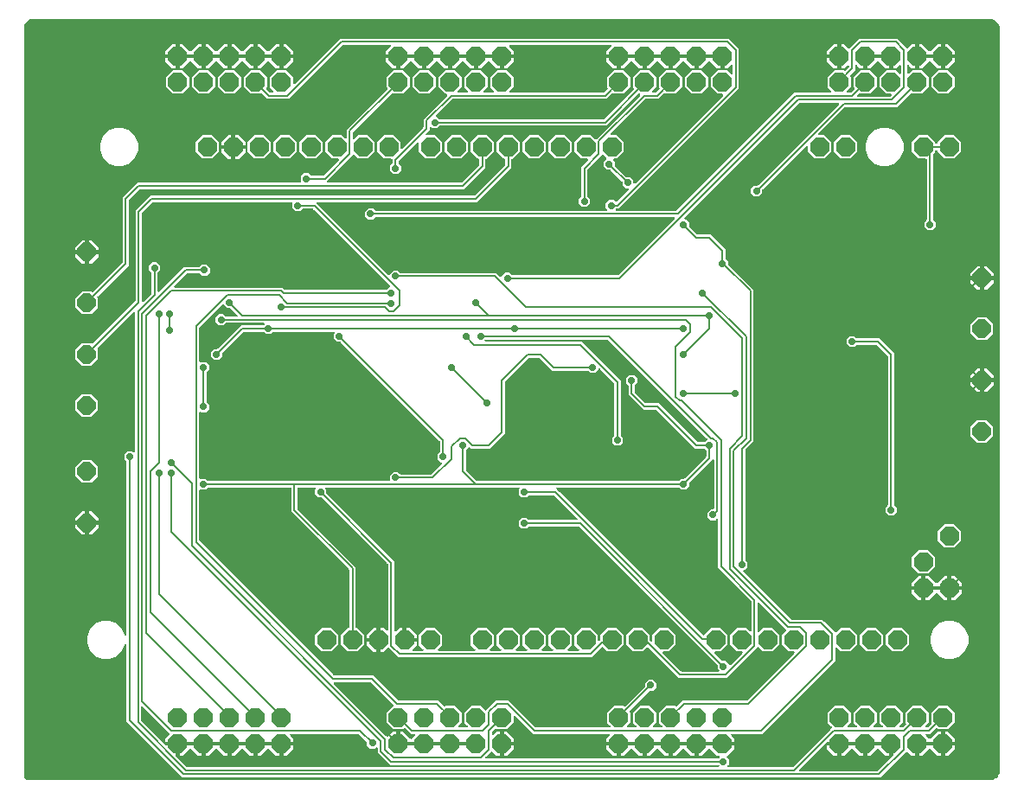
<source format=gbl>
G04 EAGLE Gerber X2 export*
%TF.Part,Single*%
%TF.FileFunction,Other,Bottom Copper*%
%TF.FilePolarity,Positive*%
%TF.GenerationSoftware,Autodesk,EAGLE,8.7.1*%
%TF.CreationDate,2018-04-05T21:50:13Z*%
G75*
%MOMM*%
%FSLAX34Y34*%
%LPD*%
%AMOC8*
5,1,8,0,0,1.08239X$1,22.5*%
G01*
%ADD10P,2.034460X8X112.500000*%
%ADD11P,1.938236X8X202.500000*%
%ADD12P,1.938236X8X22.500000*%
%ADD13P,2.034460X8X22.500000*%
%ADD14P,2.034460X8X202.500000*%
%ADD15C,0.203200*%
%ADD16P,0.742303X8X22.500000*%

G36*
X948734Y2549D02*
X948734Y2549D01*
X948778Y2546D01*
X950293Y2695D01*
X950569Y2762D01*
X950576Y2766D01*
X950582Y2767D01*
X953381Y3927D01*
X953408Y3942D01*
X953437Y3952D01*
X953501Y3998D01*
X953626Y4071D01*
X953670Y4118D01*
X953711Y4147D01*
X955853Y6289D01*
X955872Y6314D01*
X955895Y6334D01*
X955937Y6401D01*
X956024Y6517D01*
X956047Y6577D01*
X956073Y6619D01*
X957233Y9418D01*
X957304Y9693D01*
X957303Y9701D01*
X957305Y9707D01*
X957454Y11222D01*
X957452Y11278D01*
X957459Y11322D01*
X957459Y737773D01*
X957451Y737829D01*
X957454Y737873D01*
X957288Y739564D01*
X957221Y739840D01*
X957217Y739847D01*
X957215Y739853D01*
X955921Y742979D01*
X955905Y743005D01*
X955895Y743035D01*
X955850Y743099D01*
X955776Y743224D01*
X955729Y743268D01*
X955701Y743308D01*
X953308Y745701D01*
X953284Y745719D01*
X953264Y745743D01*
X953197Y745784D01*
X953081Y745871D01*
X953021Y745894D01*
X952979Y745921D01*
X949853Y747215D01*
X949578Y747286D01*
X949570Y747286D01*
X949564Y747288D01*
X947873Y747454D01*
X947816Y747452D01*
X947773Y747459D01*
X10032Y747459D01*
X9976Y747451D01*
X9932Y747454D01*
X8669Y747330D01*
X8393Y747263D01*
X8386Y747259D01*
X8380Y747258D01*
X6045Y746291D01*
X6019Y746275D01*
X5989Y746265D01*
X5926Y746220D01*
X5801Y746146D01*
X5756Y746099D01*
X5716Y746071D01*
X3929Y744284D01*
X3911Y744259D01*
X3887Y744239D01*
X3846Y744172D01*
X3759Y744057D01*
X3736Y743997D01*
X3709Y743955D01*
X2742Y741620D01*
X2672Y741345D01*
X2672Y741337D01*
X2670Y741331D01*
X2546Y740068D01*
X2548Y740012D01*
X2541Y739968D01*
X2541Y6350D01*
X2551Y6274D01*
X2549Y6217D01*
X2645Y5494D01*
X2653Y5465D01*
X2654Y5434D01*
X2682Y5360D01*
X2721Y5220D01*
X2755Y5166D01*
X2772Y5119D01*
X3495Y3867D01*
X3555Y3790D01*
X3608Y3709D01*
X3639Y3683D01*
X3670Y3643D01*
X3810Y3542D01*
X3867Y3495D01*
X5119Y2772D01*
X5148Y2760D01*
X5173Y2743D01*
X5248Y2720D01*
X5383Y2666D01*
X5447Y2659D01*
X5494Y2645D01*
X6217Y2549D01*
X6294Y2550D01*
X6350Y2541D01*
X948678Y2541D01*
X948734Y2549D01*
G37*
%LPC*%
G36*
X157233Y5079D02*
X157233Y5079D01*
X102615Y59697D01*
X102615Y134589D01*
X102608Y134636D01*
X102609Y134640D01*
X102607Y134644D01*
X102603Y134674D01*
X102601Y134760D01*
X102583Y134814D01*
X102575Y134870D01*
X102540Y134948D01*
X102514Y135030D01*
X102482Y135078D01*
X102459Y135129D01*
X102404Y135195D01*
X102356Y135266D01*
X102312Y135303D01*
X102276Y135346D01*
X102204Y135394D01*
X102138Y135449D01*
X102086Y135473D01*
X102039Y135504D01*
X101957Y135530D01*
X101878Y135565D01*
X101822Y135573D01*
X101768Y135590D01*
X101682Y135592D01*
X101597Y135604D01*
X101541Y135596D01*
X101484Y135597D01*
X101401Y135575D01*
X101316Y135563D01*
X101264Y135540D01*
X101209Y135525D01*
X101135Y135481D01*
X101056Y135446D01*
X101013Y135409D01*
X100964Y135380D01*
X100905Y135317D01*
X100840Y135262D01*
X100814Y135220D01*
X100770Y135173D01*
X100704Y135044D01*
X100662Y134977D01*
X98268Y129197D01*
X93053Y123982D01*
X86238Y121159D01*
X78862Y121159D01*
X72047Y123982D01*
X66832Y129197D01*
X64009Y136012D01*
X64009Y143388D01*
X66832Y150203D01*
X72047Y155418D01*
X78862Y158241D01*
X86238Y158241D01*
X93053Y155418D01*
X98268Y150203D01*
X100662Y144423D01*
X100706Y144349D01*
X100741Y144271D01*
X100778Y144227D01*
X100807Y144178D01*
X100869Y144119D01*
X100925Y144054D01*
X100972Y144022D01*
X101013Y143983D01*
X101090Y143944D01*
X101161Y143896D01*
X101215Y143879D01*
X101266Y143853D01*
X101350Y143836D01*
X101432Y143810D01*
X101489Y143809D01*
X101545Y143798D01*
X101630Y143805D01*
X101716Y143803D01*
X101771Y143817D01*
X101828Y143822D01*
X101908Y143853D01*
X101991Y143875D01*
X102040Y143904D01*
X102093Y143924D01*
X102162Y143976D01*
X102236Y144020D01*
X102275Y144061D01*
X102320Y144096D01*
X102371Y144164D01*
X102430Y144227D01*
X102456Y144278D01*
X102490Y144323D01*
X102521Y144404D01*
X102560Y144480D01*
X102568Y144529D01*
X102591Y144589D01*
X102602Y144734D01*
X102615Y144811D01*
X102615Y313928D01*
X102603Y314015D01*
X102600Y314102D01*
X102583Y314155D01*
X102575Y314210D01*
X102540Y314289D01*
X102513Y314373D01*
X102485Y314412D01*
X102459Y314469D01*
X102363Y314582D01*
X102318Y314646D01*
X100202Y316762D01*
X100202Y321286D01*
X103402Y324486D01*
X107926Y324486D01*
X109010Y323402D01*
X109034Y323384D01*
X109053Y323362D01*
X109147Y323299D01*
X109237Y323231D01*
X109265Y323221D01*
X109289Y323204D01*
X109397Y323170D01*
X109503Y323130D01*
X109532Y323127D01*
X109560Y323119D01*
X109674Y323116D01*
X109786Y323106D01*
X109815Y323112D01*
X109844Y323111D01*
X109954Y323140D01*
X110065Y323162D01*
X110091Y323176D01*
X110119Y323183D01*
X110217Y323241D01*
X110317Y323293D01*
X110339Y323313D01*
X110364Y323328D01*
X110441Y323411D01*
X110523Y323489D01*
X110538Y323514D01*
X110558Y323536D01*
X110610Y323636D01*
X110667Y323734D01*
X110674Y323763D01*
X110688Y323789D01*
X110701Y323866D01*
X110737Y324010D01*
X110735Y324072D01*
X110743Y324120D01*
X110743Y459981D01*
X110739Y460010D01*
X110742Y460039D01*
X110719Y460150D01*
X110703Y460262D01*
X110691Y460289D01*
X110686Y460318D01*
X110634Y460418D01*
X110587Y460522D01*
X110568Y460544D01*
X110555Y460570D01*
X110477Y460652D01*
X110404Y460739D01*
X110379Y460755D01*
X110359Y460776D01*
X110261Y460833D01*
X110167Y460896D01*
X110139Y460905D01*
X110114Y460920D01*
X110004Y460948D01*
X109896Y460982D01*
X109866Y460983D01*
X109838Y460990D01*
X109725Y460986D01*
X109612Y460989D01*
X109583Y460982D01*
X109554Y460981D01*
X109446Y460946D01*
X109337Y460917D01*
X109311Y460902D01*
X109283Y460893D01*
X109220Y460848D01*
X109092Y460772D01*
X109049Y460727D01*
X109010Y460699D01*
X74142Y425831D01*
X74107Y425784D01*
X74065Y425744D01*
X74022Y425671D01*
X73971Y425603D01*
X73950Y425549D01*
X73921Y425498D01*
X73900Y425417D01*
X73870Y425338D01*
X73865Y425279D01*
X73851Y425223D01*
X73853Y425138D01*
X73846Y425054D01*
X73858Y424997D01*
X73860Y424939D01*
X73886Y424858D01*
X73902Y424776D01*
X73929Y424724D01*
X73947Y424668D01*
X73987Y424612D01*
X74033Y424523D01*
X74102Y424451D01*
X74142Y424395D01*
X74486Y424051D01*
X74486Y414949D01*
X68051Y408514D01*
X58949Y408514D01*
X52514Y414949D01*
X52514Y424051D01*
X58949Y430486D01*
X68051Y430486D01*
X68395Y430142D01*
X68441Y430107D01*
X68482Y430065D01*
X68555Y430022D01*
X68622Y429971D01*
X68677Y429950D01*
X68727Y429921D01*
X68809Y429900D01*
X68888Y429870D01*
X68946Y429865D01*
X69003Y429851D01*
X69087Y429853D01*
X69171Y429846D01*
X69228Y429858D01*
X69287Y429860D01*
X69367Y429886D01*
X69450Y429902D01*
X69502Y429929D01*
X69557Y429947D01*
X69613Y429987D01*
X69702Y430033D01*
X69774Y430102D01*
X69831Y430142D01*
X110954Y471265D01*
X111006Y471335D01*
X111066Y471399D01*
X111092Y471449D01*
X111125Y471493D01*
X111156Y471574D01*
X111196Y471652D01*
X111204Y471700D01*
X111226Y471758D01*
X111238Y471906D01*
X111251Y471983D01*
X111251Y560063D01*
X125737Y574549D01*
X442817Y574549D01*
X442903Y574561D01*
X442991Y574564D01*
X443043Y574581D01*
X443098Y574589D01*
X443178Y574624D01*
X443261Y574651D01*
X443300Y574679D01*
X443358Y574705D01*
X443471Y574801D01*
X443535Y574846D01*
X472904Y604215D01*
X472956Y604285D01*
X473016Y604349D01*
X473042Y604399D01*
X473075Y604443D01*
X473106Y604524D01*
X473146Y604602D01*
X473154Y604650D01*
X473176Y604708D01*
X473188Y604856D01*
X473201Y604933D01*
X473201Y609854D01*
X473193Y609912D01*
X473195Y609970D01*
X473173Y610052D01*
X473161Y610136D01*
X473138Y610189D01*
X473123Y610245D01*
X473080Y610318D01*
X473045Y610395D01*
X473007Y610440D01*
X472978Y610490D01*
X472916Y610548D01*
X472862Y610612D01*
X472813Y610644D01*
X472770Y610684D01*
X472695Y610723D01*
X472625Y610770D01*
X472569Y610787D01*
X472517Y610814D01*
X472449Y610825D01*
X472354Y610855D01*
X472254Y610858D01*
X472186Y610869D01*
X471515Y610869D01*
X464819Y617565D01*
X464819Y627035D01*
X471515Y633731D01*
X480985Y633731D01*
X487681Y627035D01*
X487681Y617565D01*
X480985Y610869D01*
X480314Y610869D01*
X480256Y610861D01*
X480198Y610863D01*
X480116Y610841D01*
X480032Y610829D01*
X479979Y610806D01*
X479923Y610791D01*
X479850Y610748D01*
X479773Y610713D01*
X479728Y610675D01*
X479678Y610646D01*
X479620Y610584D01*
X479556Y610530D01*
X479524Y610481D01*
X479484Y610438D01*
X479445Y610363D01*
X479398Y610293D01*
X479381Y610237D01*
X479354Y610185D01*
X479343Y610117D01*
X479313Y610022D01*
X479310Y609922D01*
X479299Y609854D01*
X479299Y601987D01*
X445763Y568451D01*
X289719Y568451D01*
X289690Y568447D01*
X289661Y568450D01*
X289550Y568427D01*
X289438Y568411D01*
X289411Y568399D01*
X289382Y568394D01*
X289282Y568341D01*
X289178Y568295D01*
X289156Y568276D01*
X289130Y568263D01*
X289048Y568185D01*
X288961Y568112D01*
X288945Y568087D01*
X288924Y568067D01*
X288867Y567969D01*
X288804Y567875D01*
X288795Y567847D01*
X288780Y567822D01*
X288752Y567712D01*
X288718Y567604D01*
X288717Y567574D01*
X288710Y567546D01*
X288714Y567433D01*
X288711Y567320D01*
X288718Y567291D01*
X288719Y567262D01*
X288754Y567154D01*
X288783Y567045D01*
X288797Y567019D01*
X288807Y566991D01*
X288852Y566927D01*
X288928Y566800D01*
X288973Y566757D01*
X289001Y566718D01*
X289858Y565861D01*
X358565Y497154D01*
X358589Y497137D01*
X358608Y497114D01*
X358702Y497051D01*
X358792Y496984D01*
X358820Y496973D01*
X358844Y496957D01*
X358952Y496923D01*
X359058Y496882D01*
X359087Y496880D01*
X359115Y496871D01*
X359229Y496868D01*
X359341Y496859D01*
X359370Y496864D01*
X359399Y496864D01*
X359509Y496892D01*
X359620Y496915D01*
X359646Y496928D01*
X359674Y496936D01*
X359772Y496993D01*
X359872Y497046D01*
X359894Y497066D01*
X359919Y497081D01*
X359996Y497163D01*
X360078Y497241D01*
X360093Y497267D01*
X360113Y497288D01*
X360165Y497389D01*
X360222Y497487D01*
X360229Y497515D01*
X360243Y497541D01*
X360256Y497619D01*
X360292Y497762D01*
X360290Y497825D01*
X360298Y497872D01*
X360298Y498070D01*
X363498Y501270D01*
X368022Y501270D01*
X370138Y499154D01*
X370208Y499102D01*
X370272Y499042D01*
X370321Y499016D01*
X370365Y498983D01*
X370447Y498952D01*
X370525Y498912D01*
X370572Y498904D01*
X370631Y498882D01*
X370779Y498870D01*
X370856Y498857D01*
X464559Y498857D01*
X468293Y495122D01*
X468317Y495105D01*
X468336Y495082D01*
X468430Y495020D01*
X468520Y494952D01*
X468548Y494941D01*
X468572Y494925D01*
X468680Y494891D01*
X468786Y494850D01*
X468815Y494848D01*
X468843Y494839D01*
X468957Y494836D01*
X469069Y494827D01*
X469098Y494832D01*
X469127Y494832D01*
X469237Y494860D01*
X469348Y494883D01*
X469374Y494896D01*
X469402Y494904D01*
X469500Y494961D01*
X469600Y495014D01*
X469622Y495034D01*
X469647Y495049D01*
X469724Y495131D01*
X469806Y495209D01*
X469821Y495235D01*
X469841Y495256D01*
X469893Y495357D01*
X469950Y495455D01*
X469957Y495483D01*
X469971Y495509D01*
X469984Y495587D01*
X470020Y495730D01*
X470018Y495793D01*
X470026Y495840D01*
X470026Y496038D01*
X473226Y499238D01*
X477750Y499238D01*
X479866Y497122D01*
X479936Y497070D01*
X480000Y497010D01*
X480049Y496984D01*
X480093Y496951D01*
X480175Y496920D01*
X480253Y496880D01*
X480300Y496872D01*
X480359Y496850D01*
X480507Y496838D01*
X480584Y496825D01*
X583533Y496825D01*
X583619Y496837D01*
X583707Y496840D01*
X583759Y496857D01*
X583814Y496865D01*
X583894Y496900D01*
X583977Y496927D01*
X584016Y496955D01*
X584074Y496981D01*
X584187Y497077D01*
X584251Y497122D01*
X639115Y551986D01*
X639132Y552010D01*
X639155Y552029D01*
X639218Y552123D01*
X639285Y552213D01*
X639296Y552241D01*
X639312Y552265D01*
X639346Y552373D01*
X639387Y552479D01*
X639389Y552508D01*
X639398Y552536D01*
X639401Y552650D01*
X639410Y552762D01*
X639405Y552791D01*
X639405Y552820D01*
X639377Y552930D01*
X639354Y553041D01*
X639341Y553067D01*
X639333Y553095D01*
X639276Y553193D01*
X639223Y553293D01*
X639203Y553315D01*
X639188Y553340D01*
X639106Y553417D01*
X639028Y553499D01*
X639002Y553514D01*
X638981Y553534D01*
X638880Y553586D01*
X638782Y553643D01*
X638754Y553650D01*
X638728Y553664D01*
X638650Y553677D01*
X638507Y553713D01*
X638444Y553711D01*
X638397Y553719D01*
X346472Y553719D01*
X346385Y553707D01*
X346298Y553704D01*
X346245Y553687D01*
X346190Y553679D01*
X346111Y553644D01*
X346027Y553617D01*
X345988Y553589D01*
X345931Y553563D01*
X345818Y553467D01*
X345754Y553422D01*
X343638Y551306D01*
X339114Y551306D01*
X335914Y554506D01*
X335914Y559030D01*
X339114Y562230D01*
X343638Y562230D01*
X345754Y560114D01*
X345824Y560062D01*
X345888Y560002D01*
X345937Y559976D01*
X345981Y559943D01*
X346063Y559912D01*
X346141Y559872D01*
X346188Y559864D01*
X346247Y559842D01*
X346395Y559830D01*
X346472Y559817D01*
X571992Y559817D01*
X572021Y559821D01*
X572050Y559818D01*
X572162Y559841D01*
X572274Y559857D01*
X572300Y559869D01*
X572329Y559874D01*
X572430Y559927D01*
X572533Y559973D01*
X572555Y559992D01*
X572582Y560005D01*
X572664Y560083D01*
X572750Y560156D01*
X572766Y560181D01*
X572788Y560201D01*
X572845Y560299D01*
X572908Y560393D01*
X572917Y560421D01*
X572931Y560446D01*
X572959Y560556D01*
X572993Y560664D01*
X572994Y560694D01*
X573001Y560722D01*
X572998Y560835D01*
X573001Y560948D01*
X572993Y560977D01*
X572992Y561006D01*
X572958Y561114D01*
X572929Y561223D01*
X572914Y561249D01*
X572905Y561277D01*
X572859Y561341D01*
X572784Y561468D01*
X572738Y561511D01*
X572710Y561550D01*
X571626Y562634D01*
X571626Y567158D01*
X574826Y570358D01*
X579350Y570358D01*
X581124Y568584D01*
X581171Y568549D01*
X581211Y568506D01*
X581284Y568463D01*
X581352Y568413D01*
X581406Y568392D01*
X581457Y568362D01*
X581538Y568342D01*
X581617Y568312D01*
X581676Y568307D01*
X581732Y568292D01*
X581816Y568295D01*
X581901Y568288D01*
X581958Y568300D01*
X582016Y568301D01*
X582097Y568327D01*
X582179Y568344D01*
X582231Y568371D01*
X582287Y568389D01*
X582343Y568429D01*
X582432Y568475D01*
X582504Y568544D01*
X582560Y568584D01*
X594030Y580053D01*
X594047Y580077D01*
X594070Y580096D01*
X594133Y580190D01*
X594200Y580280D01*
X594211Y580308D01*
X594227Y580332D01*
X594261Y580440D01*
X594302Y580546D01*
X594304Y580575D01*
X594313Y580603D01*
X594316Y580717D01*
X594325Y580829D01*
X594320Y580858D01*
X594320Y580887D01*
X594292Y580997D01*
X594269Y581108D01*
X594256Y581134D01*
X594248Y581162D01*
X594191Y581260D01*
X594138Y581360D01*
X594118Y581382D01*
X594103Y581407D01*
X594021Y581484D01*
X593943Y581566D01*
X593917Y581581D01*
X593896Y581601D01*
X593795Y581653D01*
X593697Y581710D01*
X593669Y581717D01*
X593643Y581731D01*
X593565Y581744D01*
X593422Y581780D01*
X593359Y581778D01*
X593312Y581786D01*
X591082Y581786D01*
X587882Y584986D01*
X587882Y587978D01*
X587870Y588064D01*
X587867Y588152D01*
X587850Y588204D01*
X587842Y588259D01*
X587807Y588339D01*
X587780Y588422D01*
X587752Y588461D01*
X587726Y588519D01*
X587630Y588632D01*
X587585Y588696D01*
X576504Y599777D01*
X576434Y599829D01*
X576370Y599889D01*
X576320Y599915D01*
X576276Y599948D01*
X576195Y599979D01*
X576117Y600019D01*
X576069Y600027D01*
X576011Y600049D01*
X575863Y600061D01*
X575786Y600074D01*
X572794Y600074D01*
X569594Y603274D01*
X569594Y607798D01*
X572172Y610376D01*
X572207Y610423D01*
X572250Y610463D01*
X572293Y610536D01*
X572343Y610604D01*
X572364Y610658D01*
X572394Y610709D01*
X572414Y610790D01*
X572444Y610869D01*
X572449Y610928D01*
X572464Y610984D01*
X572461Y611069D01*
X572468Y611153D01*
X572457Y611210D01*
X572455Y611268D01*
X572429Y611349D01*
X572412Y611431D01*
X572385Y611483D01*
X572367Y611539D01*
X572327Y611595D01*
X572281Y611684D01*
X572212Y611756D01*
X572172Y611812D01*
X569466Y614519D01*
X569419Y614554D01*
X569379Y614596D01*
X569306Y614639D01*
X569239Y614689D01*
X569184Y614710D01*
X569134Y614740D01*
X569052Y614761D01*
X568973Y614791D01*
X568915Y614796D01*
X568858Y614810D01*
X568774Y614807D01*
X568690Y614814D01*
X568632Y614803D01*
X568574Y614801D01*
X568494Y614775D01*
X568411Y614758D01*
X568359Y614731D01*
X568304Y614713D01*
X568247Y614673D01*
X568159Y614627D01*
X568086Y614559D01*
X568030Y614519D01*
X554018Y600507D01*
X553966Y600437D01*
X553906Y600373D01*
X553880Y600323D01*
X553847Y600279D01*
X553816Y600198D01*
X553776Y600120D01*
X553768Y600072D01*
X553746Y600014D01*
X553734Y599866D01*
X553721Y599789D01*
X553721Y574056D01*
X553733Y573969D01*
X553736Y573882D01*
X553753Y573829D01*
X553761Y573774D01*
X553796Y573695D01*
X553823Y573611D01*
X553851Y573572D01*
X553877Y573515D01*
X553973Y573402D01*
X554018Y573338D01*
X556134Y571222D01*
X556134Y566698D01*
X552934Y563498D01*
X548410Y563498D01*
X545210Y566698D01*
X545210Y571222D01*
X547326Y573338D01*
X547378Y573408D01*
X547438Y573472D01*
X547464Y573521D01*
X547497Y573565D01*
X547528Y573647D01*
X547568Y573725D01*
X547576Y573772D01*
X547598Y573831D01*
X547608Y573956D01*
X547609Y573959D01*
X547610Y573970D01*
X547610Y573979D01*
X547623Y574056D01*
X547623Y602735D01*
X554025Y609136D01*
X554042Y609160D01*
X554065Y609179D01*
X554127Y609273D01*
X554195Y609363D01*
X554206Y609391D01*
X554222Y609415D01*
X554256Y609523D01*
X554297Y609629D01*
X554299Y609658D01*
X554308Y609686D01*
X554311Y609800D01*
X554320Y609912D01*
X554315Y609941D01*
X554315Y609970D01*
X554287Y610080D01*
X554264Y610191D01*
X554251Y610217D01*
X554243Y610245D01*
X554186Y610343D01*
X554133Y610443D01*
X554113Y610465D01*
X554098Y610490D01*
X554016Y610567D01*
X553938Y610649D01*
X553912Y610664D01*
X553891Y610684D01*
X553790Y610736D01*
X553692Y610793D01*
X553664Y610800D01*
X553638Y610814D01*
X553560Y610827D01*
X553417Y610863D01*
X553354Y610861D01*
X553307Y610869D01*
X547715Y610869D01*
X541019Y617565D01*
X541019Y627035D01*
X547715Y633731D01*
X557185Y633731D01*
X561088Y629827D01*
X561135Y629792D01*
X561175Y629750D01*
X561248Y629707D01*
X561315Y629657D01*
X561370Y629636D01*
X561420Y629606D01*
X561502Y629585D01*
X561581Y629555D01*
X561639Y629550D01*
X561696Y629536D01*
X561780Y629539D01*
X561864Y629532D01*
X561922Y629543D01*
X561980Y629545D01*
X562060Y629571D01*
X562143Y629588D01*
X562195Y629615D01*
X562250Y629633D01*
X562307Y629673D01*
X562395Y629719D01*
X562468Y629787D01*
X562524Y629827D01*
X605333Y672636D01*
X605350Y672660D01*
X605373Y672679D01*
X605435Y672773D01*
X605503Y672863D01*
X605514Y672891D01*
X605530Y672915D01*
X605564Y673023D01*
X605605Y673129D01*
X605607Y673158D01*
X605616Y673186D01*
X605619Y673300D01*
X605628Y673412D01*
X605623Y673441D01*
X605623Y673470D01*
X605595Y673580D01*
X605572Y673691D01*
X605559Y673717D01*
X605551Y673745D01*
X605494Y673843D01*
X605441Y673943D01*
X605421Y673965D01*
X605406Y673990D01*
X605324Y674067D01*
X605246Y674149D01*
X605220Y674164D01*
X605199Y674184D01*
X605098Y674236D01*
X605000Y674293D01*
X604972Y674300D01*
X604946Y674314D01*
X604916Y674319D01*
X604899Y674336D01*
X604852Y674371D01*
X604812Y674413D01*
X604739Y674456D01*
X604672Y674506D01*
X604617Y674527D01*
X604567Y674557D01*
X604485Y674578D01*
X604406Y674608D01*
X604348Y674613D01*
X604291Y674627D01*
X604207Y674624D01*
X604123Y674631D01*
X604065Y674620D01*
X604007Y674618D01*
X603927Y674592D01*
X603844Y674575D01*
X603792Y674548D01*
X603737Y674530D01*
X603680Y674490D01*
X603592Y674444D01*
X603519Y674376D01*
X603463Y674336D01*
X572255Y643127D01*
X409464Y643127D01*
X409377Y643115D01*
X409290Y643112D01*
X409237Y643095D01*
X409182Y643087D01*
X409103Y643052D01*
X409019Y643025D01*
X408980Y642997D01*
X408923Y642971D01*
X408810Y642875D01*
X408746Y642830D01*
X406630Y640714D01*
X402106Y640714D01*
X401022Y641798D01*
X400998Y641816D01*
X400979Y641838D01*
X400885Y641901D01*
X400795Y641969D01*
X400767Y641979D01*
X400743Y641996D01*
X400635Y642030D01*
X400529Y642070D01*
X400500Y642073D01*
X400472Y642081D01*
X400358Y642084D01*
X400246Y642094D01*
X400217Y642088D01*
X400188Y642089D01*
X400078Y642060D01*
X399967Y642038D01*
X399941Y642024D01*
X399913Y642017D01*
X399815Y641959D01*
X399715Y641907D01*
X399693Y641887D01*
X399668Y641872D01*
X399591Y641789D01*
X399509Y641711D01*
X399494Y641686D01*
X399474Y641664D01*
X399422Y641564D01*
X399365Y641466D01*
X399358Y641437D01*
X399344Y641411D01*
X399331Y641334D01*
X399295Y641190D01*
X399297Y641128D01*
X399289Y641080D01*
X399289Y638817D01*
X397206Y636734D01*
X397205Y636734D01*
X395935Y635464D01*
X395918Y635440D01*
X395895Y635421D01*
X395833Y635327D01*
X395765Y635237D01*
X395754Y635209D01*
X395738Y635185D01*
X395704Y635077D01*
X395663Y634971D01*
X395661Y634942D01*
X395652Y634914D01*
X395649Y634800D01*
X395640Y634688D01*
X395645Y634659D01*
X395645Y634630D01*
X395673Y634520D01*
X395696Y634409D01*
X395709Y634383D01*
X395717Y634355D01*
X395774Y634257D01*
X395827Y634157D01*
X395847Y634135D01*
X395862Y634110D01*
X395944Y634033D01*
X396022Y633951D01*
X396048Y633936D01*
X396069Y633916D01*
X396170Y633864D01*
X396268Y633807D01*
X396296Y633800D01*
X396322Y633786D01*
X396400Y633773D01*
X396543Y633737D01*
X396606Y633739D01*
X396653Y633731D01*
X404785Y633731D01*
X411481Y627035D01*
X411481Y617565D01*
X404785Y610869D01*
X395315Y610869D01*
X388619Y617565D01*
X388619Y625697D01*
X388615Y625726D01*
X388618Y625755D01*
X388595Y625866D01*
X388579Y625978D01*
X388567Y626005D01*
X388562Y626034D01*
X388510Y626134D01*
X388463Y626238D01*
X388444Y626260D01*
X388431Y626286D01*
X388353Y626368D01*
X388280Y626455D01*
X388255Y626471D01*
X388235Y626492D01*
X388137Y626549D01*
X388043Y626612D01*
X388015Y626621D01*
X387990Y626636D01*
X387880Y626664D01*
X387772Y626698D01*
X387742Y626699D01*
X387714Y626706D01*
X387601Y626702D01*
X387488Y626705D01*
X387459Y626698D01*
X387430Y626697D01*
X387322Y626662D01*
X387213Y626633D01*
X387187Y626618D01*
X387159Y626609D01*
X387096Y626564D01*
X386968Y626488D01*
X386925Y626443D01*
X386886Y626415D01*
X369106Y608635D01*
X369054Y608565D01*
X368994Y608501D01*
X368968Y608451D01*
X368935Y608407D01*
X368904Y608326D01*
X368864Y608248D01*
X368856Y608200D01*
X368834Y608142D01*
X368822Y607994D01*
X368809Y607917D01*
X368809Y606568D01*
X368816Y606517D01*
X368815Y606498D01*
X368821Y606476D01*
X368824Y606394D01*
X368841Y606341D01*
X368849Y606286D01*
X368884Y606207D01*
X368911Y606123D01*
X368939Y606084D01*
X368965Y606027D01*
X369061Y605914D01*
X369106Y605850D01*
X371222Y603734D01*
X371222Y599210D01*
X368022Y596010D01*
X363498Y596010D01*
X360298Y599210D01*
X360298Y603734D01*
X362414Y605850D01*
X362466Y605920D01*
X362526Y605984D01*
X362552Y606033D01*
X362585Y606077D01*
X362616Y606159D01*
X362656Y606237D01*
X362664Y606284D01*
X362686Y606343D01*
X362694Y606435D01*
X362697Y606447D01*
X362698Y606491D01*
X362711Y606568D01*
X362711Y609854D01*
X362703Y609912D01*
X362705Y609970D01*
X362683Y610052D01*
X362671Y610136D01*
X362648Y610189D01*
X362633Y610245D01*
X362590Y610318D01*
X362555Y610395D01*
X362517Y610440D01*
X362488Y610490D01*
X362426Y610548D01*
X362372Y610612D01*
X362323Y610644D01*
X362280Y610684D01*
X362205Y610723D01*
X362135Y610770D01*
X362079Y610787D01*
X362027Y610814D01*
X361959Y610825D01*
X361864Y610855D01*
X361764Y610858D01*
X361696Y610869D01*
X354675Y610869D01*
X347979Y617565D01*
X347979Y627035D01*
X354675Y633731D01*
X364145Y633731D01*
X370841Y627035D01*
X370841Y621443D01*
X370845Y621414D01*
X370842Y621385D01*
X370865Y621274D01*
X370881Y621162D01*
X370893Y621135D01*
X370898Y621106D01*
X370950Y621006D01*
X370997Y620902D01*
X371016Y620880D01*
X371029Y620854D01*
X371107Y620772D01*
X371180Y620685D01*
X371205Y620669D01*
X371225Y620648D01*
X371323Y620591D01*
X371417Y620528D01*
X371445Y620519D01*
X371470Y620504D01*
X371580Y620476D01*
X371688Y620442D01*
X371718Y620441D01*
X371746Y620434D01*
X371859Y620438D01*
X371972Y620435D01*
X372001Y620442D01*
X372030Y620443D01*
X372138Y620478D01*
X372247Y620507D01*
X372273Y620522D01*
X372301Y620531D01*
X372364Y620576D01*
X372492Y620652D01*
X372535Y620697D01*
X372574Y620725D01*
X392894Y641045D01*
X392946Y641115D01*
X393006Y641179D01*
X393032Y641229D01*
X393065Y641273D01*
X393096Y641354D01*
X393136Y641432D01*
X393144Y641480D01*
X393166Y641538D01*
X393178Y641686D01*
X393191Y641763D01*
X393191Y649471D01*
X416357Y672636D01*
X416374Y672660D01*
X416397Y672679D01*
X416459Y672773D01*
X416527Y672863D01*
X416538Y672891D01*
X416554Y672915D01*
X416588Y673023D01*
X416629Y673129D01*
X416631Y673158D01*
X416640Y673186D01*
X416643Y673300D01*
X416652Y673412D01*
X416647Y673441D01*
X416647Y673470D01*
X416619Y673580D01*
X416596Y673691D01*
X416583Y673717D01*
X416575Y673745D01*
X416518Y673843D01*
X416465Y673943D01*
X416445Y673965D01*
X416430Y673990D01*
X416348Y674067D01*
X416270Y674149D01*
X416244Y674164D01*
X416223Y674184D01*
X416122Y674236D01*
X416024Y674293D01*
X415996Y674300D01*
X415970Y674314D01*
X415892Y674327D01*
X415749Y674363D01*
X415686Y674361D01*
X415639Y674369D01*
X414365Y674369D01*
X407669Y681065D01*
X407669Y690535D01*
X414365Y697231D01*
X423835Y697231D01*
X430531Y690535D01*
X430531Y681065D01*
X426839Y677374D01*
X426825Y677355D01*
X426810Y677342D01*
X426808Y677338D01*
X426799Y677331D01*
X426737Y677237D01*
X426668Y677147D01*
X426658Y677119D01*
X426642Y677095D01*
X426608Y676987D01*
X426567Y676881D01*
X426565Y676852D01*
X426556Y676824D01*
X426553Y676710D01*
X426544Y676598D01*
X426549Y676569D01*
X426549Y676540D01*
X426577Y676430D01*
X426600Y676319D01*
X426613Y676293D01*
X426620Y676265D01*
X426678Y676167D01*
X426731Y676067D01*
X426751Y676045D01*
X426766Y676020D01*
X426848Y675943D01*
X426926Y675861D01*
X426952Y675846D01*
X426973Y675826D01*
X427074Y675774D01*
X427172Y675717D01*
X427200Y675710D01*
X427226Y675696D01*
X427304Y675683D01*
X427447Y675647D01*
X427510Y675649D01*
X427557Y675641D01*
X436043Y675641D01*
X436072Y675645D01*
X436101Y675642D01*
X436212Y675665D01*
X436324Y675681D01*
X436351Y675693D01*
X436380Y675698D01*
X436480Y675750D01*
X436584Y675797D01*
X436606Y675816D01*
X436632Y675829D01*
X436714Y675907D01*
X436801Y675980D01*
X436817Y676005D01*
X436838Y676025D01*
X436895Y676123D01*
X436958Y676217D01*
X436967Y676245D01*
X436982Y676270D01*
X437010Y676380D01*
X437044Y676488D01*
X437045Y676518D01*
X437052Y676546D01*
X437048Y676659D01*
X437051Y676772D01*
X437044Y676801D01*
X437043Y676830D01*
X437008Y676938D01*
X436980Y677047D01*
X436965Y677073D01*
X436956Y677101D01*
X436910Y677164D01*
X436834Y677292D01*
X436824Y677301D01*
X436823Y677303D01*
X436787Y677337D01*
X436761Y677374D01*
X433069Y681065D01*
X433069Y690535D01*
X439765Y697231D01*
X449235Y697231D01*
X455931Y690535D01*
X455931Y681065D01*
X452239Y677374D01*
X452225Y677355D01*
X452210Y677342D01*
X452208Y677338D01*
X452199Y677331D01*
X452137Y677237D01*
X452068Y677147D01*
X452058Y677119D01*
X452042Y677095D01*
X452008Y676987D01*
X451967Y676881D01*
X451965Y676852D01*
X451956Y676824D01*
X451953Y676710D01*
X451944Y676598D01*
X451949Y676569D01*
X451949Y676540D01*
X451977Y676430D01*
X452000Y676319D01*
X452013Y676293D01*
X452020Y676265D01*
X452078Y676167D01*
X452131Y676067D01*
X452151Y676045D01*
X452166Y676020D01*
X452248Y675943D01*
X452326Y675861D01*
X452352Y675846D01*
X452373Y675826D01*
X452474Y675774D01*
X452572Y675717D01*
X452600Y675710D01*
X452626Y675696D01*
X452704Y675683D01*
X452847Y675647D01*
X452910Y675649D01*
X452957Y675641D01*
X461443Y675641D01*
X461472Y675645D01*
X461501Y675642D01*
X461612Y675665D01*
X461724Y675681D01*
X461751Y675693D01*
X461780Y675698D01*
X461880Y675750D01*
X461984Y675797D01*
X462006Y675816D01*
X462032Y675829D01*
X462114Y675907D01*
X462201Y675980D01*
X462217Y676005D01*
X462238Y676025D01*
X462295Y676123D01*
X462358Y676217D01*
X462367Y676245D01*
X462382Y676270D01*
X462410Y676380D01*
X462444Y676488D01*
X462445Y676518D01*
X462452Y676546D01*
X462448Y676659D01*
X462451Y676772D01*
X462444Y676801D01*
X462443Y676830D01*
X462408Y676938D01*
X462380Y677047D01*
X462365Y677073D01*
X462356Y677101D01*
X462310Y677164D01*
X462234Y677292D01*
X462224Y677301D01*
X462223Y677303D01*
X462187Y677337D01*
X462161Y677374D01*
X458469Y681065D01*
X458469Y690535D01*
X465165Y697231D01*
X474635Y697231D01*
X481331Y690535D01*
X481331Y681065D01*
X477639Y677374D01*
X477625Y677355D01*
X477610Y677342D01*
X477608Y677338D01*
X477599Y677331D01*
X477537Y677237D01*
X477468Y677147D01*
X477458Y677119D01*
X477442Y677095D01*
X477408Y676987D01*
X477367Y676881D01*
X477365Y676852D01*
X477356Y676824D01*
X477353Y676710D01*
X477344Y676598D01*
X477349Y676569D01*
X477349Y676540D01*
X477377Y676430D01*
X477400Y676319D01*
X477413Y676293D01*
X477420Y676265D01*
X477478Y676167D01*
X477531Y676067D01*
X477551Y676045D01*
X477566Y676020D01*
X477648Y675943D01*
X477726Y675861D01*
X477752Y675846D01*
X477773Y675826D01*
X477874Y675774D01*
X477972Y675717D01*
X478000Y675710D01*
X478026Y675696D01*
X478104Y675683D01*
X478247Y675647D01*
X478310Y675649D01*
X478357Y675641D01*
X569309Y675641D01*
X569395Y675653D01*
X569483Y675656D01*
X569535Y675673D01*
X569590Y675681D01*
X569670Y675716D01*
X569753Y675743D01*
X569792Y675771D01*
X569850Y675797D01*
X569963Y675893D01*
X570027Y675938D01*
X573244Y679155D01*
X573279Y679202D01*
X573321Y679242D01*
X573364Y679315D01*
X573414Y679382D01*
X573435Y679437D01*
X573465Y679487D01*
X573486Y679569D01*
X573516Y679648D01*
X573521Y679706D01*
X573535Y679763D01*
X573532Y679847D01*
X573539Y679931D01*
X573528Y679989D01*
X573526Y680047D01*
X573500Y680127D01*
X573483Y680210D01*
X573456Y680262D01*
X573438Y680318D01*
X573398Y680374D01*
X573352Y680462D01*
X573284Y680535D01*
X573244Y680591D01*
X572769Y681065D01*
X572769Y690535D01*
X579465Y697231D01*
X588935Y697231D01*
X595631Y690535D01*
X595631Y681065D01*
X588935Y674369D01*
X579465Y674369D01*
X578991Y674844D01*
X578944Y674879D01*
X578904Y674921D01*
X578831Y674964D01*
X578764Y675014D01*
X578709Y675035D01*
X578659Y675065D01*
X578577Y675086D01*
X578498Y675116D01*
X578440Y675121D01*
X578383Y675135D01*
X578299Y675132D01*
X578215Y675139D01*
X578157Y675128D01*
X578099Y675126D01*
X578019Y675100D01*
X577936Y675083D01*
X577884Y675056D01*
X577828Y675038D01*
X577772Y674998D01*
X577684Y674952D01*
X577611Y674884D01*
X577555Y674844D01*
X572255Y669543D01*
X422307Y669543D01*
X422221Y669531D01*
X422133Y669528D01*
X422081Y669511D01*
X422026Y669503D01*
X421946Y669468D01*
X421863Y669441D01*
X421824Y669413D01*
X421766Y669387D01*
X421653Y669291D01*
X421589Y669246D01*
X405714Y653371D01*
X405697Y653347D01*
X405674Y653328D01*
X405612Y653234D01*
X405544Y653144D01*
X405533Y653116D01*
X405517Y653092D01*
X405483Y652984D01*
X405442Y652878D01*
X405440Y652849D01*
X405431Y652821D01*
X405428Y652707D01*
X405419Y652595D01*
X405424Y652566D01*
X405424Y652537D01*
X405452Y652427D01*
X405475Y652316D01*
X405488Y652290D01*
X405496Y652262D01*
X405553Y652164D01*
X405606Y652064D01*
X405626Y652042D01*
X405641Y652017D01*
X405723Y651940D01*
X405801Y651858D01*
X405827Y651843D01*
X405848Y651823D01*
X405949Y651771D01*
X406047Y651714D01*
X406075Y651707D01*
X406101Y651693D01*
X406179Y651680D01*
X406322Y651644D01*
X406385Y651646D01*
X406432Y651638D01*
X406630Y651638D01*
X408746Y649522D01*
X408816Y649470D01*
X408880Y649410D01*
X408929Y649384D01*
X408973Y649351D01*
X409055Y649320D01*
X409133Y649280D01*
X409180Y649272D01*
X409239Y649250D01*
X409387Y649238D01*
X409464Y649225D01*
X569309Y649225D01*
X569395Y649237D01*
X569483Y649240D01*
X569535Y649257D01*
X569590Y649265D01*
X569670Y649300D01*
X569753Y649327D01*
X569792Y649355D01*
X569850Y649381D01*
X569963Y649477D01*
X570027Y649522D01*
X599152Y678647D01*
X599187Y678694D01*
X599229Y678734D01*
X599272Y678807D01*
X599322Y678874D01*
X599343Y678929D01*
X599373Y678979D01*
X599394Y679061D01*
X599424Y679140D01*
X599429Y679198D01*
X599443Y679255D01*
X599440Y679339D01*
X599447Y679423D01*
X599436Y679481D01*
X599434Y679539D01*
X599408Y679619D01*
X599391Y679702D01*
X599364Y679754D01*
X599346Y679810D01*
X599306Y679866D01*
X599260Y679954D01*
X599192Y680027D01*
X599152Y680083D01*
X598169Y681065D01*
X598169Y690535D01*
X604865Y697231D01*
X614335Y697231D01*
X621031Y690535D01*
X621031Y681065D01*
X617339Y677374D01*
X617325Y677355D01*
X617310Y677342D01*
X617308Y677338D01*
X617299Y677331D01*
X617237Y677237D01*
X617168Y677147D01*
X617158Y677119D01*
X617142Y677095D01*
X617108Y676987D01*
X617067Y676881D01*
X617065Y676852D01*
X617056Y676824D01*
X617053Y676710D01*
X617044Y676598D01*
X617049Y676569D01*
X617049Y676540D01*
X617077Y676430D01*
X617100Y676319D01*
X617113Y676293D01*
X617120Y676265D01*
X617178Y676167D01*
X617231Y676067D01*
X617251Y676045D01*
X617266Y676020D01*
X617348Y675943D01*
X617426Y675861D01*
X617452Y675846D01*
X617473Y675826D01*
X617574Y675774D01*
X617672Y675717D01*
X617700Y675710D01*
X617726Y675696D01*
X617804Y675683D01*
X617947Y675647D01*
X618010Y675649D01*
X618057Y675641D01*
X620109Y675641D01*
X620195Y675653D01*
X620283Y675656D01*
X620335Y675673D01*
X620390Y675681D01*
X620470Y675716D01*
X620553Y675743D01*
X620592Y675771D01*
X620650Y675797D01*
X620763Y675893D01*
X620827Y675938D01*
X624044Y679155D01*
X624079Y679202D01*
X624121Y679242D01*
X624164Y679315D01*
X624214Y679382D01*
X624235Y679437D01*
X624265Y679487D01*
X624286Y679569D01*
X624316Y679648D01*
X624321Y679706D01*
X624335Y679763D01*
X624332Y679847D01*
X624339Y679931D01*
X624328Y679989D01*
X624326Y680047D01*
X624300Y680127D01*
X624283Y680210D01*
X624256Y680262D01*
X624238Y680318D01*
X624198Y680374D01*
X624152Y680462D01*
X624084Y680535D01*
X624044Y680591D01*
X623569Y681065D01*
X623569Y690535D01*
X630265Y697231D01*
X639735Y697231D01*
X646431Y690535D01*
X646431Y681065D01*
X639735Y674369D01*
X630265Y674369D01*
X629791Y674844D01*
X629744Y674879D01*
X629704Y674921D01*
X629631Y674964D01*
X629564Y675014D01*
X629509Y675035D01*
X629459Y675065D01*
X629377Y675086D01*
X629298Y675116D01*
X629240Y675121D01*
X629183Y675135D01*
X629099Y675132D01*
X629015Y675139D01*
X628958Y675128D01*
X628899Y675126D01*
X628819Y675100D01*
X628736Y675083D01*
X628684Y675056D01*
X628629Y675038D01*
X628572Y674998D01*
X628484Y674952D01*
X628411Y674884D01*
X628355Y674844D01*
X623055Y669543D01*
X611283Y669543D01*
X611197Y669531D01*
X611109Y669528D01*
X611057Y669511D01*
X611002Y669503D01*
X610922Y669468D01*
X610839Y669441D01*
X610800Y669413D01*
X610742Y669387D01*
X610629Y669291D01*
X610565Y669246D01*
X576783Y635464D01*
X576766Y635440D01*
X576743Y635421D01*
X576681Y635327D01*
X576613Y635237D01*
X576602Y635209D01*
X576586Y635185D01*
X576552Y635077D01*
X576511Y634971D01*
X576509Y634942D01*
X576500Y634914D01*
X576497Y634800D01*
X576488Y634688D01*
X576493Y634659D01*
X576493Y634630D01*
X576521Y634520D01*
X576544Y634409D01*
X576557Y634383D01*
X576565Y634355D01*
X576622Y634257D01*
X576675Y634157D01*
X576695Y634135D01*
X576710Y634110D01*
X576792Y634033D01*
X576870Y633951D01*
X576896Y633936D01*
X576917Y633916D01*
X577018Y633864D01*
X577116Y633807D01*
X577144Y633800D01*
X577170Y633786D01*
X577248Y633773D01*
X577391Y633737D01*
X577454Y633739D01*
X577501Y633731D01*
X582585Y633731D01*
X589281Y627035D01*
X589281Y617565D01*
X582585Y610869D01*
X579898Y610869D01*
X579869Y610865D01*
X579840Y610868D01*
X579728Y610845D01*
X579616Y610829D01*
X579590Y610817D01*
X579561Y610812D01*
X579460Y610759D01*
X579357Y610713D01*
X579335Y610694D01*
X579308Y610681D01*
X579226Y610603D01*
X579140Y610530D01*
X579124Y610505D01*
X579102Y610485D01*
X579045Y610387D01*
X578982Y610293D01*
X578973Y610265D01*
X578959Y610240D01*
X578931Y610130D01*
X578897Y610022D01*
X578896Y609992D01*
X578889Y609964D01*
X578892Y609851D01*
X578889Y609738D01*
X578897Y609709D01*
X578898Y609680D01*
X578932Y609572D01*
X578961Y609463D01*
X578976Y609437D01*
X578985Y609409D01*
X579031Y609345D01*
X579106Y609218D01*
X579152Y609175D01*
X579180Y609136D01*
X580518Y607798D01*
X580518Y604806D01*
X580530Y604720D01*
X580533Y604632D01*
X580550Y604580D01*
X580558Y604525D01*
X580593Y604445D01*
X580620Y604362D01*
X580648Y604323D01*
X580674Y604265D01*
X580770Y604152D01*
X580815Y604088D01*
X591896Y593007D01*
X591966Y592955D01*
X592030Y592895D01*
X592080Y592869D01*
X592124Y592836D01*
X592205Y592805D01*
X592283Y592765D01*
X592331Y592757D01*
X592389Y592735D01*
X592537Y592723D01*
X592614Y592710D01*
X595606Y592710D01*
X598806Y589510D01*
X598806Y587280D01*
X598810Y587251D01*
X598807Y587222D01*
X598830Y587111D01*
X598846Y586999D01*
X598858Y586972D01*
X598863Y586943D01*
X598915Y586843D01*
X598962Y586739D01*
X598981Y586717D01*
X598994Y586691D01*
X599072Y586609D01*
X599145Y586522D01*
X599170Y586506D01*
X599190Y586485D01*
X599288Y586428D01*
X599382Y586365D01*
X599410Y586356D01*
X599435Y586341D01*
X599545Y586313D01*
X599653Y586279D01*
X599683Y586278D01*
X599711Y586271D01*
X599824Y586275D01*
X599937Y586272D01*
X599966Y586279D01*
X599995Y586280D01*
X600103Y586315D01*
X600212Y586344D01*
X600238Y586359D01*
X600266Y586368D01*
X600329Y586413D01*
X600457Y586489D01*
X600500Y586534D01*
X600539Y586562D01*
X686613Y672636D01*
X686630Y672660D01*
X686653Y672679D01*
X686716Y672773D01*
X686783Y672863D01*
X686794Y672891D01*
X686810Y672915D01*
X686844Y673023D01*
X686885Y673129D01*
X686887Y673158D01*
X686896Y673186D01*
X686899Y673300D01*
X686908Y673412D01*
X686903Y673441D01*
X686903Y673470D01*
X686875Y673580D01*
X686852Y673691D01*
X686839Y673717D01*
X686831Y673745D01*
X686774Y673843D01*
X686721Y673943D01*
X686701Y673965D01*
X686686Y673990D01*
X686604Y674067D01*
X686526Y674149D01*
X686500Y674164D01*
X686479Y674184D01*
X686378Y674236D01*
X686280Y674293D01*
X686252Y674300D01*
X686226Y674314D01*
X686148Y674327D01*
X686005Y674363D01*
X685942Y674361D01*
X685895Y674369D01*
X681065Y674369D01*
X674369Y681065D01*
X674369Y690535D01*
X681065Y697231D01*
X690535Y697231D01*
X694226Y693539D01*
X694250Y693522D01*
X694269Y693499D01*
X694363Y693437D01*
X694453Y693368D01*
X694481Y693358D01*
X694505Y693342D01*
X694613Y693308D01*
X694719Y693267D01*
X694748Y693265D01*
X694776Y693256D01*
X694890Y693253D01*
X695002Y693244D01*
X695031Y693249D01*
X695060Y693249D01*
X695170Y693277D01*
X695281Y693300D01*
X695307Y693313D01*
X695335Y693320D01*
X695433Y693378D01*
X695533Y693431D01*
X695555Y693451D01*
X695580Y693466D01*
X695657Y693548D01*
X695739Y693626D01*
X695754Y693652D01*
X695774Y693673D01*
X695826Y693774D01*
X695883Y693872D01*
X695890Y693900D01*
X695904Y693926D01*
X695917Y694004D01*
X695953Y694147D01*
X695951Y694210D01*
X695959Y694257D01*
X695959Y702024D01*
X695955Y702053D01*
X695958Y702083D01*
X695935Y702194D01*
X695919Y702306D01*
X695907Y702333D01*
X695902Y702361D01*
X695850Y702462D01*
X695803Y702565D01*
X695784Y702588D01*
X695771Y702614D01*
X695693Y702696D01*
X695620Y702782D01*
X695595Y702799D01*
X695575Y702820D01*
X695477Y702877D01*
X695383Y702940D01*
X695355Y702949D01*
X695330Y702964D01*
X695220Y702991D01*
X695112Y703026D01*
X695082Y703026D01*
X695054Y703034D01*
X694941Y703030D01*
X694828Y703033D01*
X694799Y703026D01*
X694770Y703025D01*
X694662Y702990D01*
X694553Y702961D01*
X694527Y702946D01*
X694499Y702937D01*
X694436Y702892D01*
X694308Y702816D01*
X694265Y702770D01*
X694226Y702742D01*
X690745Y699261D01*
X687831Y699261D01*
X687831Y710184D01*
X687823Y710240D01*
X687825Y710286D01*
X687824Y710288D01*
X687825Y710300D01*
X687803Y710382D01*
X687791Y710465D01*
X687767Y710519D01*
X687753Y710575D01*
X687710Y710648D01*
X687675Y710725D01*
X687637Y710769D01*
X687607Y710820D01*
X687546Y710877D01*
X687491Y710942D01*
X687443Y710974D01*
X687400Y711014D01*
X687325Y711053D01*
X687255Y711099D01*
X687199Y711117D01*
X687147Y711144D01*
X687079Y711155D01*
X686984Y711185D01*
X686884Y711188D01*
X686816Y711199D01*
X685799Y711199D01*
X685799Y712216D01*
X685791Y712271D01*
X685792Y712317D01*
X685792Y712318D01*
X685792Y712332D01*
X685771Y712414D01*
X685759Y712497D01*
X685735Y712551D01*
X685721Y712607D01*
X685678Y712680D01*
X685643Y712757D01*
X685605Y712802D01*
X685575Y712852D01*
X685514Y712910D01*
X685459Y712974D01*
X685411Y713006D01*
X685368Y713046D01*
X685293Y713085D01*
X685223Y713131D01*
X685167Y713149D01*
X685115Y713176D01*
X685047Y713187D01*
X684952Y713217D01*
X684852Y713220D01*
X684784Y713231D01*
X661416Y713231D01*
X661358Y713223D01*
X661300Y713225D01*
X661218Y713203D01*
X661135Y713191D01*
X661081Y713167D01*
X661025Y713153D01*
X660952Y713110D01*
X660875Y713075D01*
X660831Y713037D01*
X660780Y713007D01*
X660723Y712946D01*
X660658Y712891D01*
X660626Y712843D01*
X660586Y712800D01*
X660547Y712725D01*
X660501Y712655D01*
X660483Y712599D01*
X660456Y712547D01*
X660445Y712479D01*
X660415Y712384D01*
X660412Y712284D01*
X660401Y712216D01*
X660401Y711199D01*
X660399Y711199D01*
X660399Y712216D01*
X660391Y712271D01*
X660392Y712317D01*
X660392Y712318D01*
X660392Y712332D01*
X660371Y712414D01*
X660359Y712497D01*
X660335Y712551D01*
X660321Y712607D01*
X660278Y712680D01*
X660243Y712757D01*
X660205Y712802D01*
X660175Y712852D01*
X660114Y712910D01*
X660059Y712974D01*
X660011Y713006D01*
X659968Y713046D01*
X659893Y713085D01*
X659823Y713131D01*
X659767Y713149D01*
X659715Y713176D01*
X659647Y713187D01*
X659552Y713217D01*
X659452Y713220D01*
X659384Y713231D01*
X636016Y713231D01*
X635958Y713223D01*
X635900Y713225D01*
X635818Y713203D01*
X635735Y713191D01*
X635681Y713167D01*
X635625Y713153D01*
X635552Y713110D01*
X635475Y713075D01*
X635431Y713037D01*
X635380Y713007D01*
X635323Y712946D01*
X635258Y712891D01*
X635226Y712843D01*
X635186Y712800D01*
X635147Y712725D01*
X635101Y712655D01*
X635083Y712599D01*
X635056Y712547D01*
X635045Y712479D01*
X635015Y712384D01*
X635012Y712284D01*
X635001Y712216D01*
X635001Y711199D01*
X634999Y711199D01*
X634999Y712216D01*
X634991Y712271D01*
X634992Y712317D01*
X634992Y712318D01*
X634992Y712332D01*
X634971Y712414D01*
X634959Y712497D01*
X634935Y712551D01*
X634921Y712607D01*
X634878Y712680D01*
X634843Y712757D01*
X634805Y712802D01*
X634775Y712852D01*
X634714Y712910D01*
X634659Y712974D01*
X634611Y713006D01*
X634568Y713046D01*
X634493Y713085D01*
X634423Y713131D01*
X634367Y713149D01*
X634315Y713176D01*
X634247Y713187D01*
X634152Y713217D01*
X634052Y713220D01*
X633984Y713231D01*
X610616Y713231D01*
X610558Y713223D01*
X610500Y713225D01*
X610418Y713203D01*
X610335Y713191D01*
X610281Y713167D01*
X610225Y713153D01*
X610152Y713110D01*
X610075Y713075D01*
X610031Y713037D01*
X609980Y713007D01*
X609923Y712946D01*
X609858Y712891D01*
X609826Y712843D01*
X609786Y712800D01*
X609747Y712725D01*
X609701Y712655D01*
X609683Y712599D01*
X609656Y712547D01*
X609645Y712479D01*
X609615Y712384D01*
X609612Y712284D01*
X609601Y712216D01*
X609601Y711199D01*
X609599Y711199D01*
X609599Y712216D01*
X609591Y712271D01*
X609592Y712317D01*
X609592Y712318D01*
X609592Y712332D01*
X609571Y712414D01*
X609559Y712497D01*
X609535Y712551D01*
X609521Y712607D01*
X609478Y712680D01*
X609443Y712757D01*
X609405Y712802D01*
X609375Y712852D01*
X609314Y712910D01*
X609259Y712974D01*
X609211Y713006D01*
X609168Y713046D01*
X609093Y713085D01*
X609023Y713131D01*
X608967Y713149D01*
X608915Y713176D01*
X608847Y713187D01*
X608752Y713217D01*
X608652Y713220D01*
X608584Y713231D01*
X585216Y713231D01*
X585158Y713223D01*
X585100Y713225D01*
X585018Y713203D01*
X584935Y713191D01*
X584881Y713167D01*
X584825Y713153D01*
X584752Y713110D01*
X584675Y713075D01*
X584631Y713037D01*
X584580Y713007D01*
X584523Y712946D01*
X584458Y712891D01*
X584426Y712843D01*
X584386Y712800D01*
X584347Y712725D01*
X584301Y712655D01*
X584283Y712599D01*
X584256Y712547D01*
X584245Y712479D01*
X584215Y712384D01*
X584212Y712284D01*
X584201Y712216D01*
X584201Y711199D01*
X584199Y711199D01*
X584199Y712216D01*
X584191Y712271D01*
X584192Y712317D01*
X584192Y712318D01*
X584192Y712332D01*
X584171Y712414D01*
X584159Y712497D01*
X584135Y712551D01*
X584121Y712607D01*
X584078Y712680D01*
X584043Y712757D01*
X584005Y712802D01*
X583975Y712852D01*
X583914Y712910D01*
X583859Y712974D01*
X583811Y713006D01*
X583768Y713046D01*
X583693Y713085D01*
X583623Y713131D01*
X583567Y713149D01*
X583515Y713176D01*
X583447Y713187D01*
X583352Y713217D01*
X583252Y713220D01*
X583184Y713231D01*
X572261Y713231D01*
X572261Y716145D01*
X576758Y720642D01*
X576769Y720656D01*
X576776Y720662D01*
X576781Y720670D01*
X576798Y720685D01*
X576861Y720779D01*
X576929Y720869D01*
X576940Y720897D01*
X576956Y720921D01*
X576990Y721029D01*
X577030Y721135D01*
X577033Y721164D01*
X577042Y721192D01*
X577045Y721306D01*
X577054Y721418D01*
X577048Y721447D01*
X577049Y721476D01*
X577020Y721586D01*
X576998Y721697D01*
X576985Y721723D01*
X576977Y721751D01*
X576919Y721849D01*
X576867Y721949D01*
X576847Y721971D01*
X576832Y721996D01*
X576749Y722073D01*
X576671Y722155D01*
X576646Y722170D01*
X576625Y722190D01*
X576524Y722242D01*
X576426Y722299D01*
X576398Y722306D01*
X576371Y722320D01*
X576294Y722333D01*
X576150Y722369D01*
X576088Y722367D01*
X576040Y722375D01*
X478060Y722375D01*
X478031Y722371D01*
X478001Y722374D01*
X477890Y722351D01*
X477778Y722335D01*
X477751Y722323D01*
X477723Y722318D01*
X477622Y722266D01*
X477519Y722219D01*
X477496Y722200D01*
X477470Y722187D01*
X477388Y722109D01*
X477302Y722036D01*
X477285Y722011D01*
X477264Y721991D01*
X477207Y721893D01*
X477144Y721799D01*
X477135Y721771D01*
X477120Y721746D01*
X477093Y721636D01*
X477058Y721528D01*
X477058Y721498D01*
X477050Y721470D01*
X477054Y721357D01*
X477051Y721244D01*
X477058Y721215D01*
X477059Y721186D01*
X477094Y721078D01*
X477123Y720969D01*
X477138Y720943D01*
X477147Y720915D01*
X477192Y720852D01*
X477268Y720724D01*
X477289Y720705D01*
X477290Y720702D01*
X477317Y720677D01*
X477342Y720642D01*
X481839Y716145D01*
X481839Y713231D01*
X470916Y713231D01*
X470858Y713223D01*
X470800Y713225D01*
X470718Y713203D01*
X470635Y713191D01*
X470581Y713167D01*
X470525Y713153D01*
X470452Y713110D01*
X470375Y713075D01*
X470331Y713037D01*
X470280Y713007D01*
X470223Y712946D01*
X470158Y712891D01*
X470126Y712843D01*
X470086Y712800D01*
X470047Y712725D01*
X470001Y712655D01*
X469983Y712599D01*
X469956Y712547D01*
X469945Y712479D01*
X469915Y712384D01*
X469912Y712284D01*
X469901Y712216D01*
X469901Y711199D01*
X469899Y711199D01*
X469899Y712216D01*
X469891Y712271D01*
X469892Y712317D01*
X469892Y712318D01*
X469892Y712332D01*
X469871Y712414D01*
X469859Y712497D01*
X469835Y712551D01*
X469821Y712607D01*
X469778Y712680D01*
X469743Y712757D01*
X469705Y712802D01*
X469675Y712852D01*
X469614Y712910D01*
X469559Y712974D01*
X469511Y713006D01*
X469468Y713046D01*
X469393Y713085D01*
X469323Y713131D01*
X469267Y713149D01*
X469215Y713176D01*
X469147Y713187D01*
X469052Y713217D01*
X468952Y713220D01*
X468884Y713231D01*
X445516Y713231D01*
X445458Y713223D01*
X445400Y713225D01*
X445318Y713203D01*
X445235Y713191D01*
X445181Y713167D01*
X445125Y713153D01*
X445052Y713110D01*
X444975Y713075D01*
X444931Y713037D01*
X444880Y713007D01*
X444823Y712946D01*
X444758Y712891D01*
X444726Y712843D01*
X444686Y712800D01*
X444647Y712725D01*
X444601Y712655D01*
X444583Y712599D01*
X444556Y712547D01*
X444545Y712479D01*
X444515Y712384D01*
X444512Y712284D01*
X444501Y712216D01*
X444501Y711199D01*
X444499Y711199D01*
X444499Y712216D01*
X444491Y712271D01*
X444492Y712317D01*
X444492Y712318D01*
X444492Y712332D01*
X444471Y712414D01*
X444459Y712497D01*
X444435Y712551D01*
X444421Y712607D01*
X444378Y712680D01*
X444343Y712757D01*
X444305Y712802D01*
X444275Y712852D01*
X444214Y712910D01*
X444159Y712974D01*
X444111Y713006D01*
X444068Y713046D01*
X443993Y713085D01*
X443923Y713131D01*
X443867Y713149D01*
X443815Y713176D01*
X443747Y713187D01*
X443652Y713217D01*
X443552Y713220D01*
X443484Y713231D01*
X420116Y713231D01*
X420058Y713223D01*
X420000Y713225D01*
X419918Y713203D01*
X419835Y713191D01*
X419781Y713167D01*
X419725Y713153D01*
X419652Y713110D01*
X419575Y713075D01*
X419531Y713037D01*
X419480Y713007D01*
X419423Y712946D01*
X419358Y712891D01*
X419326Y712843D01*
X419286Y712800D01*
X419247Y712725D01*
X419201Y712655D01*
X419183Y712599D01*
X419156Y712547D01*
X419145Y712479D01*
X419115Y712384D01*
X419112Y712284D01*
X419101Y712216D01*
X419101Y711199D01*
X419099Y711199D01*
X419099Y712216D01*
X419091Y712271D01*
X419092Y712317D01*
X419092Y712318D01*
X419092Y712332D01*
X419071Y712414D01*
X419059Y712497D01*
X419035Y712551D01*
X419021Y712607D01*
X418978Y712680D01*
X418943Y712757D01*
X418905Y712802D01*
X418875Y712852D01*
X418814Y712910D01*
X418759Y712974D01*
X418711Y713006D01*
X418668Y713046D01*
X418593Y713085D01*
X418523Y713131D01*
X418467Y713149D01*
X418415Y713176D01*
X418347Y713187D01*
X418252Y713217D01*
X418152Y713220D01*
X418084Y713231D01*
X394716Y713231D01*
X394658Y713223D01*
X394600Y713225D01*
X394518Y713203D01*
X394435Y713191D01*
X394381Y713167D01*
X394325Y713153D01*
X394252Y713110D01*
X394175Y713075D01*
X394131Y713037D01*
X394080Y713007D01*
X394023Y712946D01*
X393958Y712891D01*
X393926Y712843D01*
X393886Y712800D01*
X393847Y712725D01*
X393801Y712655D01*
X393783Y712599D01*
X393756Y712547D01*
X393745Y712479D01*
X393715Y712384D01*
X393712Y712284D01*
X393701Y712216D01*
X393701Y711199D01*
X393699Y711199D01*
X393699Y712216D01*
X393691Y712271D01*
X393692Y712317D01*
X393692Y712318D01*
X393692Y712332D01*
X393671Y712414D01*
X393659Y712497D01*
X393635Y712551D01*
X393621Y712607D01*
X393578Y712680D01*
X393543Y712757D01*
X393505Y712802D01*
X393475Y712852D01*
X393414Y712910D01*
X393359Y712974D01*
X393311Y713006D01*
X393268Y713046D01*
X393193Y713085D01*
X393123Y713131D01*
X393067Y713149D01*
X393015Y713176D01*
X392947Y713187D01*
X392852Y713217D01*
X392752Y713220D01*
X392684Y713231D01*
X369316Y713231D01*
X369258Y713223D01*
X369200Y713225D01*
X369118Y713203D01*
X369035Y713191D01*
X368981Y713167D01*
X368925Y713153D01*
X368852Y713110D01*
X368775Y713075D01*
X368731Y713037D01*
X368680Y713007D01*
X368623Y712946D01*
X368558Y712891D01*
X368526Y712843D01*
X368486Y712800D01*
X368447Y712725D01*
X368401Y712655D01*
X368383Y712599D01*
X368356Y712547D01*
X368345Y712479D01*
X368315Y712384D01*
X368312Y712284D01*
X368301Y712216D01*
X368301Y711199D01*
X368299Y711199D01*
X368299Y712216D01*
X368291Y712271D01*
X368292Y712317D01*
X368292Y712318D01*
X368292Y712332D01*
X368271Y712414D01*
X368259Y712497D01*
X368235Y712551D01*
X368221Y712607D01*
X368178Y712680D01*
X368143Y712757D01*
X368105Y712802D01*
X368075Y712852D01*
X368014Y712910D01*
X367959Y712974D01*
X367911Y713006D01*
X367868Y713046D01*
X367793Y713085D01*
X367723Y713131D01*
X367667Y713149D01*
X367615Y713176D01*
X367547Y713187D01*
X367452Y713217D01*
X367352Y713220D01*
X367284Y713231D01*
X356361Y713231D01*
X356361Y716145D01*
X360858Y720642D01*
X360869Y720656D01*
X360876Y720662D01*
X360881Y720670D01*
X360898Y720685D01*
X360961Y720779D01*
X361029Y720869D01*
X361040Y720897D01*
X361056Y720921D01*
X361090Y721029D01*
X361130Y721135D01*
X361133Y721164D01*
X361142Y721192D01*
X361145Y721306D01*
X361154Y721418D01*
X361148Y721447D01*
X361149Y721476D01*
X361120Y721586D01*
X361098Y721697D01*
X361085Y721723D01*
X361077Y721751D01*
X361019Y721849D01*
X360967Y721949D01*
X360947Y721971D01*
X360932Y721996D01*
X360849Y722073D01*
X360771Y722155D01*
X360746Y722170D01*
X360725Y722190D01*
X360624Y722242D01*
X360526Y722299D01*
X360498Y722306D01*
X360471Y722320D01*
X360394Y722333D01*
X360250Y722369D01*
X360188Y722367D01*
X360140Y722375D01*
X314611Y722375D01*
X314525Y722363D01*
X314437Y722360D01*
X314385Y722343D01*
X314330Y722335D01*
X314250Y722300D01*
X314167Y722273D01*
X314128Y722245D01*
X314070Y722219D01*
X313957Y722123D01*
X313893Y722078D01*
X261359Y669543D01*
X240545Y669543D01*
X235245Y674844D01*
X235198Y674879D01*
X235158Y674921D01*
X235085Y674964D01*
X235018Y675014D01*
X234963Y675035D01*
X234913Y675065D01*
X234831Y675086D01*
X234752Y675116D01*
X234694Y675121D01*
X234637Y675135D01*
X234553Y675132D01*
X234469Y675139D01*
X234411Y675128D01*
X234353Y675126D01*
X234273Y675100D01*
X234190Y675083D01*
X234138Y675056D01*
X234082Y675038D01*
X234026Y674998D01*
X233938Y674952D01*
X233865Y674884D01*
X233809Y674844D01*
X233335Y674369D01*
X223865Y674369D01*
X217169Y681065D01*
X217169Y690535D01*
X223865Y697231D01*
X233335Y697231D01*
X240031Y690535D01*
X240031Y681065D01*
X239556Y680591D01*
X239521Y680544D01*
X239479Y680504D01*
X239436Y680431D01*
X239386Y680364D01*
X239365Y680309D01*
X239335Y680259D01*
X239314Y680177D01*
X239284Y680098D01*
X239279Y680040D01*
X239265Y679983D01*
X239268Y679899D01*
X239261Y679815D01*
X239272Y679757D01*
X239274Y679699D01*
X239300Y679619D01*
X239317Y679536D01*
X239344Y679484D01*
X239362Y679428D01*
X239402Y679372D01*
X239448Y679284D01*
X239516Y679211D01*
X239556Y679155D01*
X242773Y675938D01*
X242843Y675886D01*
X242907Y675826D01*
X242957Y675800D01*
X243001Y675767D01*
X243082Y675736D01*
X243160Y675696D01*
X243208Y675688D01*
X243266Y675666D01*
X243414Y675654D01*
X243491Y675641D01*
X245543Y675641D01*
X245572Y675645D01*
X245601Y675642D01*
X245712Y675665D01*
X245824Y675681D01*
X245851Y675693D01*
X245880Y675698D01*
X245980Y675750D01*
X246084Y675797D01*
X246106Y675816D01*
X246132Y675829D01*
X246214Y675907D01*
X246301Y675980D01*
X246317Y676005D01*
X246338Y676025D01*
X246395Y676123D01*
X246458Y676217D01*
X246467Y676245D01*
X246482Y676270D01*
X246510Y676380D01*
X246544Y676488D01*
X246545Y676518D01*
X246552Y676546D01*
X246548Y676659D01*
X246551Y676772D01*
X246544Y676801D01*
X246543Y676830D01*
X246508Y676938D01*
X246480Y677047D01*
X246465Y677073D01*
X246456Y677101D01*
X246410Y677164D01*
X246334Y677292D01*
X246324Y677301D01*
X246323Y677303D01*
X246287Y677337D01*
X246261Y677374D01*
X242569Y681065D01*
X242569Y690535D01*
X249265Y697231D01*
X258735Y697231D01*
X265431Y690535D01*
X265431Y684689D01*
X265435Y684660D01*
X265432Y684631D01*
X265455Y684520D01*
X265471Y684408D01*
X265483Y684381D01*
X265488Y684352D01*
X265540Y684252D01*
X265587Y684148D01*
X265606Y684126D01*
X265619Y684100D01*
X265697Y684018D01*
X265770Y683931D01*
X265795Y683915D01*
X265815Y683894D01*
X265913Y683837D01*
X266007Y683774D01*
X266035Y683765D01*
X266060Y683750D01*
X266170Y683722D01*
X266278Y683688D01*
X266308Y683687D01*
X266336Y683680D01*
X266449Y683684D01*
X266562Y683681D01*
X266591Y683688D01*
X266620Y683689D01*
X266728Y683724D01*
X266837Y683753D01*
X266863Y683768D01*
X266891Y683777D01*
X266954Y683822D01*
X267082Y683898D01*
X267125Y683943D01*
X267164Y683971D01*
X311665Y728473D01*
X692143Y728473D01*
X702057Y718559D01*
X702057Y679457D01*
X584447Y561847D01*
X582184Y561847D01*
X582118Y561838D01*
X582051Y561839D01*
X581990Y561820D01*
X581902Y561807D01*
X581800Y561762D01*
X581730Y561740D01*
X581689Y561712D01*
X581643Y561691D01*
X581572Y561631D01*
X581496Y561579D01*
X581464Y561540D01*
X581426Y561507D01*
X581375Y561430D01*
X581316Y561359D01*
X581296Y561313D01*
X581268Y561271D01*
X581240Y561182D01*
X581204Y561097D01*
X581198Y561048D01*
X581183Y561000D01*
X581180Y560907D01*
X581169Y560815D01*
X581177Y560766D01*
X581175Y560716D01*
X581199Y560626D01*
X581213Y560534D01*
X581234Y560489D01*
X581247Y560441D01*
X581294Y560361D01*
X581334Y560277D01*
X581367Y560239D01*
X581392Y560196D01*
X581460Y560133D01*
X581521Y560063D01*
X581563Y560036D01*
X581600Y560002D01*
X581682Y559959D01*
X581760Y559909D01*
X581808Y559895D01*
X581853Y559872D01*
X581925Y559860D01*
X582033Y559828D01*
X582121Y559827D01*
X582184Y559817D01*
X640429Y559817D01*
X640515Y559829D01*
X640603Y559832D01*
X640655Y559849D01*
X640710Y559857D01*
X640790Y559892D01*
X640873Y559919D01*
X640912Y559947D01*
X640970Y559973D01*
X641083Y560069D01*
X641147Y560114D01*
X756673Y675641D01*
X791643Y675641D01*
X791672Y675645D01*
X791701Y675642D01*
X791812Y675665D01*
X791924Y675681D01*
X791951Y675693D01*
X791980Y675698D01*
X792080Y675750D01*
X792184Y675797D01*
X792206Y675816D01*
X792232Y675829D01*
X792314Y675907D01*
X792401Y675980D01*
X792417Y676005D01*
X792438Y676025D01*
X792495Y676123D01*
X792558Y676217D01*
X792567Y676245D01*
X792582Y676270D01*
X792610Y676380D01*
X792644Y676488D01*
X792645Y676518D01*
X792652Y676546D01*
X792648Y676659D01*
X792651Y676772D01*
X792644Y676801D01*
X792643Y676830D01*
X792608Y676938D01*
X792580Y677047D01*
X792565Y677073D01*
X792556Y677101D01*
X792510Y677164D01*
X792434Y677292D01*
X792424Y677301D01*
X792423Y677303D01*
X792387Y677337D01*
X792361Y677374D01*
X788669Y681065D01*
X788669Y690535D01*
X795365Y697231D01*
X804835Y697231D01*
X805055Y697010D01*
X805102Y696975D01*
X805142Y696933D01*
X805215Y696890D01*
X805282Y696840D01*
X805337Y696819D01*
X805387Y696789D01*
X805469Y696768D01*
X805548Y696738D01*
X805606Y696733D01*
X805663Y696719D01*
X805747Y696722D01*
X805831Y696715D01*
X805889Y696726D01*
X805947Y696728D01*
X806027Y696754D01*
X806110Y696771D01*
X806162Y696798D01*
X806217Y696816D01*
X806274Y696856D01*
X806362Y696902D01*
X806435Y696970D01*
X806491Y697010D01*
X809454Y699973D01*
X809506Y700043D01*
X809566Y700107D01*
X809592Y700157D01*
X809625Y700201D01*
X809656Y700282D01*
X809696Y700360D01*
X809704Y700408D01*
X809726Y700466D01*
X809738Y700614D01*
X809751Y700691D01*
X809751Y701516D01*
X809747Y701545D01*
X809750Y701575D01*
X809727Y701686D01*
X809711Y701798D01*
X809699Y701825D01*
X809694Y701853D01*
X809641Y701954D01*
X809595Y702057D01*
X809576Y702080D01*
X809563Y702106D01*
X809485Y702188D01*
X809412Y702274D01*
X809387Y702291D01*
X809367Y702312D01*
X809269Y702369D01*
X809175Y702432D01*
X809147Y702441D01*
X809122Y702456D01*
X809012Y702483D01*
X808904Y702518D01*
X808874Y702518D01*
X808846Y702526D01*
X808733Y702522D01*
X808620Y702525D01*
X808591Y702518D01*
X808562Y702517D01*
X808454Y702482D01*
X808345Y702453D01*
X808319Y702438D01*
X808291Y702429D01*
X808228Y702384D01*
X808100Y702308D01*
X808057Y702262D01*
X808018Y702234D01*
X805045Y699261D01*
X802131Y699261D01*
X802131Y710184D01*
X802123Y710240D01*
X802125Y710286D01*
X802124Y710288D01*
X802125Y710300D01*
X802103Y710382D01*
X802091Y710465D01*
X802067Y710519D01*
X802053Y710575D01*
X802010Y710648D01*
X801975Y710725D01*
X801937Y710769D01*
X801907Y710820D01*
X801846Y710877D01*
X801791Y710942D01*
X801743Y710974D01*
X801700Y711014D01*
X801625Y711053D01*
X801555Y711099D01*
X801499Y711117D01*
X801447Y711144D01*
X801379Y711155D01*
X801284Y711185D01*
X801184Y711188D01*
X801116Y711199D01*
X800099Y711199D01*
X800099Y711201D01*
X801116Y711201D01*
X801174Y711209D01*
X801232Y711208D01*
X801314Y711229D01*
X801397Y711241D01*
X801451Y711265D01*
X801507Y711279D01*
X801580Y711322D01*
X801657Y711357D01*
X801702Y711395D01*
X801752Y711425D01*
X801810Y711486D01*
X801874Y711541D01*
X801906Y711589D01*
X801946Y711632D01*
X801985Y711707D01*
X802031Y711777D01*
X802049Y711833D01*
X802076Y711885D01*
X802087Y711953D01*
X802117Y712048D01*
X802120Y712148D01*
X802131Y712216D01*
X802131Y723139D01*
X805045Y723139D01*
X808970Y719214D01*
X809017Y719178D01*
X809057Y719136D01*
X809130Y719093D01*
X809197Y719043D01*
X809252Y719022D01*
X809303Y718992D01*
X809384Y718972D01*
X809463Y718941D01*
X809521Y718937D01*
X809578Y718922D01*
X809662Y718925D01*
X809746Y718918D01*
X809804Y718929D01*
X809862Y718931D01*
X809943Y718957D01*
X810025Y718974D01*
X810077Y719001D01*
X810133Y719019D01*
X810189Y719059D01*
X810277Y719105D01*
X810350Y719173D01*
X810406Y719214D01*
X811835Y720642D01*
X819665Y728473D01*
X856735Y728473D01*
X858818Y726390D01*
X858818Y726389D01*
X865994Y719214D01*
X866041Y719178D01*
X866081Y719136D01*
X866154Y719093D01*
X866221Y719043D01*
X866276Y719022D01*
X866326Y718992D01*
X866408Y718972D01*
X866487Y718941D01*
X866545Y718937D01*
X866602Y718922D01*
X866686Y718925D01*
X866770Y718918D01*
X866827Y718929D01*
X866886Y718931D01*
X866966Y718957D01*
X867049Y718974D01*
X867101Y719001D01*
X867156Y719019D01*
X867213Y719059D01*
X867301Y719105D01*
X867373Y719174D01*
X867430Y719214D01*
X871355Y723139D01*
X874269Y723139D01*
X874269Y712216D01*
X874277Y712158D01*
X874275Y712100D01*
X874297Y712018D01*
X874309Y711935D01*
X874333Y711881D01*
X874347Y711825D01*
X874390Y711752D01*
X874425Y711675D01*
X874463Y711631D01*
X874493Y711580D01*
X874554Y711523D01*
X874609Y711458D01*
X874657Y711426D01*
X874700Y711386D01*
X874775Y711347D01*
X874845Y711301D01*
X874901Y711283D01*
X874953Y711256D01*
X875021Y711245D01*
X875116Y711215D01*
X875216Y711212D01*
X875284Y711201D01*
X876301Y711201D01*
X876301Y711199D01*
X875284Y711199D01*
X875226Y711191D01*
X875168Y711192D01*
X875086Y711171D01*
X875003Y711159D01*
X874949Y711135D01*
X874893Y711121D01*
X874820Y711078D01*
X874743Y711043D01*
X874698Y711005D01*
X874648Y710975D01*
X874590Y710914D01*
X874526Y710859D01*
X874494Y710811D01*
X874454Y710768D01*
X874415Y710693D01*
X874369Y710623D01*
X874351Y710567D01*
X874324Y710515D01*
X874313Y710447D01*
X874283Y710352D01*
X874280Y710252D01*
X874269Y710184D01*
X874269Y699261D01*
X871355Y699261D01*
X868382Y702234D01*
X868358Y702252D01*
X868339Y702274D01*
X868245Y702337D01*
X868155Y702405D01*
X868127Y702416D01*
X868103Y702432D01*
X867995Y702466D01*
X867889Y702506D01*
X867860Y702509D01*
X867832Y702518D01*
X867718Y702521D01*
X867606Y702530D01*
X867577Y702524D01*
X867548Y702525D01*
X867438Y702496D01*
X867327Y702474D01*
X867301Y702461D01*
X867273Y702453D01*
X867175Y702395D01*
X867075Y702343D01*
X867053Y702323D01*
X867028Y702308D01*
X866951Y702225D01*
X866869Y702147D01*
X866854Y702122D01*
X866834Y702101D01*
X866782Y702000D01*
X866725Y701902D01*
X866718Y701874D01*
X866704Y701847D01*
X866691Y701770D01*
X866655Y701626D01*
X866657Y701564D01*
X866649Y701516D01*
X866649Y694765D01*
X866653Y694736D01*
X866650Y694707D01*
X866673Y694596D01*
X866689Y694484D01*
X866701Y694457D01*
X866706Y694428D01*
X866758Y694328D01*
X866805Y694224D01*
X866824Y694202D01*
X866837Y694176D01*
X866915Y694094D01*
X866988Y694007D01*
X867013Y693991D01*
X867033Y693970D01*
X867131Y693913D01*
X867225Y693850D01*
X867253Y693841D01*
X867278Y693826D01*
X867388Y693798D01*
X867496Y693764D01*
X867526Y693763D01*
X867554Y693756D01*
X867667Y693760D01*
X867780Y693757D01*
X867809Y693764D01*
X867838Y693765D01*
X867946Y693800D01*
X868055Y693828D01*
X868081Y693843D01*
X868109Y693852D01*
X868172Y693898D01*
X868300Y693974D01*
X868343Y694019D01*
X868382Y694047D01*
X871565Y697231D01*
X881035Y697231D01*
X887731Y690535D01*
X887731Y681065D01*
X881035Y674369D01*
X871565Y674369D01*
X871345Y674590D01*
X871298Y674625D01*
X871258Y674667D01*
X871185Y674710D01*
X871118Y674760D01*
X871063Y674781D01*
X871013Y674811D01*
X870931Y674832D01*
X870852Y674862D01*
X870794Y674867D01*
X870737Y674881D01*
X870653Y674878D01*
X870569Y674885D01*
X870511Y674874D01*
X870453Y674872D01*
X870373Y674846D01*
X870290Y674829D01*
X870238Y674802D01*
X870182Y674784D01*
X870126Y674744D01*
X870038Y674698D01*
X869965Y674630D01*
X869909Y674590D01*
X856735Y661415D01*
X806355Y661415D01*
X806269Y661403D01*
X806181Y661400D01*
X806129Y661383D01*
X806074Y661375D01*
X805994Y661340D01*
X805911Y661313D01*
X805872Y661285D01*
X805814Y661259D01*
X805701Y661163D01*
X805637Y661118D01*
X779983Y635464D01*
X779966Y635440D01*
X779943Y635421D01*
X779881Y635327D01*
X779813Y635237D01*
X779802Y635209D01*
X779786Y635185D01*
X779752Y635077D01*
X779711Y634971D01*
X779709Y634942D01*
X779700Y634914D01*
X779697Y634800D01*
X779688Y634688D01*
X779693Y634659D01*
X779693Y634630D01*
X779721Y634520D01*
X779744Y634409D01*
X779757Y634383D01*
X779765Y634355D01*
X779822Y634257D01*
X779875Y634157D01*
X779895Y634135D01*
X779910Y634110D01*
X779992Y634033D01*
X780070Y633951D01*
X780096Y633936D01*
X780117Y633916D01*
X780218Y633864D01*
X780316Y633807D01*
X780344Y633800D01*
X780370Y633786D01*
X780448Y633773D01*
X780591Y633737D01*
X780654Y633739D01*
X780701Y633731D01*
X785785Y633731D01*
X792481Y627035D01*
X792481Y617565D01*
X785785Y610869D01*
X776315Y610869D01*
X769619Y617565D01*
X769619Y622649D01*
X769615Y622678D01*
X769618Y622707D01*
X769595Y622818D01*
X769579Y622930D01*
X769567Y622957D01*
X769562Y622986D01*
X769510Y623086D01*
X769463Y623190D01*
X769444Y623212D01*
X769431Y623238D01*
X769353Y623320D01*
X769280Y623407D01*
X769255Y623423D01*
X769235Y623444D01*
X769137Y623501D01*
X769043Y623564D01*
X769015Y623573D01*
X768990Y623588D01*
X768880Y623616D01*
X768772Y623650D01*
X768742Y623651D01*
X768714Y623658D01*
X768601Y623654D01*
X768488Y623657D01*
X768459Y623650D01*
X768430Y623649D01*
X768322Y623614D01*
X768213Y623585D01*
X768187Y623570D01*
X768159Y623561D01*
X768096Y623516D01*
X767968Y623440D01*
X767925Y623395D01*
X767886Y623367D01*
X725087Y580568D01*
X725035Y580498D01*
X724975Y580434D01*
X724949Y580384D01*
X724916Y580340D01*
X724885Y580259D01*
X724845Y580181D01*
X724837Y580133D01*
X724815Y580075D01*
X724803Y579927D01*
X724790Y579850D01*
X724790Y576858D01*
X721590Y573658D01*
X717066Y573658D01*
X713866Y576858D01*
X713866Y581382D01*
X717066Y584582D01*
X720058Y584582D01*
X720144Y584594D01*
X720232Y584597D01*
X720284Y584614D01*
X720339Y584622D01*
X720419Y584657D01*
X720502Y584684D01*
X720541Y584712D01*
X720599Y584738D01*
X720712Y584834D01*
X720776Y584879D01*
X799643Y663746D01*
X799660Y663770D01*
X799683Y663789D01*
X799746Y663883D01*
X799813Y663973D01*
X799824Y664001D01*
X799840Y664025D01*
X799874Y664133D01*
X799915Y664239D01*
X799917Y664268D01*
X799926Y664296D01*
X799929Y664410D01*
X799938Y664522D01*
X799933Y664551D01*
X799933Y664580D01*
X799905Y664690D01*
X799882Y664801D01*
X799869Y664827D01*
X799861Y664855D01*
X799804Y664953D01*
X799751Y665053D01*
X799731Y665075D01*
X799716Y665100D01*
X799634Y665177D01*
X799556Y665259D01*
X799530Y665274D01*
X799509Y665294D01*
X799408Y665346D01*
X799310Y665403D01*
X799282Y665410D01*
X799256Y665424D01*
X799178Y665437D01*
X799035Y665473D01*
X798972Y665471D01*
X798925Y665479D01*
X761651Y665479D01*
X761565Y665467D01*
X761477Y665464D01*
X761425Y665447D01*
X761370Y665439D01*
X761290Y665404D01*
X761207Y665377D01*
X761168Y665349D01*
X761110Y665323D01*
X760997Y665227D01*
X760933Y665182D01*
X649046Y553295D01*
X649029Y553271D01*
X649006Y553252D01*
X648943Y553158D01*
X648876Y553068D01*
X648865Y553040D01*
X648849Y553016D01*
X648815Y552908D01*
X648774Y552802D01*
X648772Y552773D01*
X648763Y552745D01*
X648760Y552631D01*
X648751Y552519D01*
X648756Y552490D01*
X648756Y552461D01*
X648784Y552351D01*
X648807Y552240D01*
X648820Y552214D01*
X648828Y552186D01*
X648885Y552088D01*
X648938Y551988D01*
X648958Y551966D01*
X648973Y551941D01*
X649055Y551864D01*
X649133Y551782D01*
X649159Y551767D01*
X649180Y551747D01*
X649281Y551695D01*
X649379Y551638D01*
X649407Y551631D01*
X649433Y551617D01*
X649511Y551604D01*
X649654Y551568D01*
X649717Y551570D01*
X649764Y551562D01*
X649962Y551562D01*
X653162Y548362D01*
X653162Y545370D01*
X653174Y545284D01*
X653177Y545196D01*
X653194Y545144D01*
X653202Y545089D01*
X653237Y545009D01*
X653264Y544926D01*
X653292Y544887D01*
X653318Y544829D01*
X653414Y544716D01*
X653459Y544652D01*
X661365Y536746D01*
X661435Y536694D01*
X661499Y536634D01*
X661549Y536608D01*
X661593Y536575D01*
X661674Y536544D01*
X661752Y536504D01*
X661800Y536496D01*
X661858Y536474D01*
X662006Y536462D01*
X662083Y536449D01*
X674363Y536449D01*
X688849Y521963D01*
X688849Y513096D01*
X688861Y513009D01*
X688864Y512922D01*
X688881Y512869D01*
X688889Y512814D01*
X688924Y512735D01*
X688951Y512651D01*
X688979Y512612D01*
X689005Y512555D01*
X689101Y512442D01*
X689146Y512378D01*
X691262Y510262D01*
X691262Y508286D01*
X691274Y508200D01*
X691277Y508112D01*
X691294Y508060D01*
X691302Y508005D01*
X691337Y507925D01*
X691364Y507842D01*
X691392Y507803D01*
X691418Y507745D01*
X691514Y507632D01*
X691559Y507568D01*
X716281Y482847D01*
X716281Y334017D01*
X708450Y326187D01*
X708398Y326117D01*
X708338Y326053D01*
X708312Y326003D01*
X708279Y325959D01*
X708248Y325878D01*
X708208Y325800D01*
X708200Y325752D01*
X708178Y325694D01*
X708166Y325546D01*
X708153Y325469D01*
X708153Y218456D01*
X708165Y218369D01*
X708168Y218282D01*
X708185Y218229D01*
X708193Y218174D01*
X708228Y218095D01*
X708255Y218011D01*
X708283Y217972D01*
X708309Y217915D01*
X708405Y217802D01*
X708450Y217738D01*
X710566Y215622D01*
X710566Y211098D01*
X707366Y207898D01*
X707168Y207898D01*
X707139Y207894D01*
X707110Y207897D01*
X706999Y207874D01*
X706887Y207858D01*
X706860Y207846D01*
X706831Y207841D01*
X706731Y207789D01*
X706627Y207742D01*
X706605Y207723D01*
X706579Y207710D01*
X706497Y207632D01*
X706410Y207559D01*
X706394Y207534D01*
X706373Y207514D01*
X706316Y207416D01*
X706253Y207322D01*
X706244Y207294D01*
X706229Y207269D01*
X706201Y207159D01*
X706167Y207051D01*
X706166Y207021D01*
X706159Y206993D01*
X706163Y206880D01*
X706160Y206767D01*
X706167Y206738D01*
X706168Y206709D01*
X706203Y206601D01*
X706232Y206492D01*
X706247Y206466D01*
X706256Y206438D01*
X706301Y206375D01*
X706377Y206247D01*
X706422Y206204D01*
X706450Y206165D01*
X752805Y159810D01*
X752875Y159758D01*
X752939Y159698D01*
X752989Y159672D01*
X753033Y159639D01*
X753114Y159608D01*
X753192Y159568D01*
X753240Y159560D01*
X753298Y159538D01*
X753446Y159526D01*
X753523Y159513D01*
X783583Y159513D01*
X785666Y157430D01*
X785666Y157429D01*
X796122Y146973D01*
X796169Y146938D01*
X796209Y146896D01*
X796282Y146853D01*
X796349Y146803D01*
X796404Y146782D01*
X796454Y146752D01*
X796536Y146731D01*
X796615Y146701D01*
X796673Y146696D01*
X796730Y146682D01*
X796814Y146685D01*
X796898Y146678D01*
X796956Y146689D01*
X797014Y146691D01*
X797094Y146717D01*
X797177Y146734D01*
X797229Y146761D01*
X797285Y146779D01*
X797341Y146819D01*
X797429Y146865D01*
X797502Y146933D01*
X797558Y146973D01*
X801715Y151131D01*
X811185Y151131D01*
X817881Y144435D01*
X817881Y134965D01*
X811185Y128269D01*
X801715Y128269D01*
X798278Y131707D01*
X798254Y131724D01*
X798235Y131747D01*
X798141Y131809D01*
X798051Y131878D01*
X798023Y131888D01*
X797999Y131904D01*
X797891Y131938D01*
X797785Y131979D01*
X797756Y131981D01*
X797728Y131990D01*
X797614Y131993D01*
X797502Y132002D01*
X797473Y131997D01*
X797444Y131997D01*
X797334Y131969D01*
X797223Y131946D01*
X797197Y131933D01*
X797169Y131926D01*
X797071Y131868D01*
X796971Y131815D01*
X796949Y131795D01*
X796924Y131780D01*
X796847Y131698D01*
X796765Y131620D01*
X796750Y131594D01*
X796730Y131573D01*
X796678Y131472D01*
X796621Y131374D01*
X796614Y131346D01*
X796600Y131320D01*
X796587Y131242D01*
X796551Y131099D01*
X796553Y131036D01*
X796545Y130989D01*
X796545Y119133D01*
X727246Y49835D01*
X727246Y49834D01*
X725163Y47751D01*
X695484Y47751D01*
X695455Y47747D01*
X695425Y47750D01*
X695314Y47727D01*
X695202Y47711D01*
X695175Y47699D01*
X695147Y47694D01*
X695046Y47641D01*
X694943Y47595D01*
X694920Y47576D01*
X694894Y47563D01*
X694812Y47485D01*
X694726Y47412D01*
X694709Y47387D01*
X694688Y47367D01*
X694631Y47269D01*
X694568Y47175D01*
X694559Y47147D01*
X694544Y47122D01*
X694517Y47012D01*
X694482Y46904D01*
X694482Y46874D01*
X694474Y46846D01*
X694478Y46733D01*
X694475Y46620D01*
X694482Y46591D01*
X694483Y46562D01*
X694518Y46454D01*
X694547Y46345D01*
X694562Y46319D01*
X694571Y46291D01*
X694616Y46228D01*
X694692Y46100D01*
X694738Y46057D01*
X694766Y46018D01*
X697739Y43045D01*
X697739Y40131D01*
X686816Y40131D01*
X686758Y40123D01*
X686700Y40125D01*
X686618Y40103D01*
X686535Y40091D01*
X686481Y40067D01*
X686425Y40053D01*
X686352Y40010D01*
X686275Y39975D01*
X686231Y39937D01*
X686180Y39907D01*
X686123Y39846D01*
X686058Y39791D01*
X686026Y39743D01*
X685986Y39700D01*
X685947Y39625D01*
X685901Y39555D01*
X685883Y39499D01*
X685856Y39447D01*
X685845Y39379D01*
X685815Y39284D01*
X685812Y39184D01*
X685801Y39116D01*
X685801Y37084D01*
X685809Y37026D01*
X685808Y36968D01*
X685829Y36886D01*
X685841Y36803D01*
X685865Y36749D01*
X685879Y36693D01*
X685922Y36620D01*
X685957Y36543D01*
X685995Y36498D01*
X686025Y36448D01*
X686086Y36390D01*
X686141Y36326D01*
X686189Y36294D01*
X686232Y36254D01*
X686307Y36215D01*
X686377Y36169D01*
X686433Y36151D01*
X686485Y36124D01*
X686553Y36113D01*
X686648Y36083D01*
X686748Y36080D01*
X686816Y36069D01*
X697739Y36069D01*
X697739Y33155D01*
X690484Y25900D01*
X690478Y25895D01*
X690392Y25822D01*
X690376Y25797D01*
X690354Y25777D01*
X690297Y25679D01*
X690234Y25585D01*
X690225Y25557D01*
X690211Y25532D01*
X690183Y25422D01*
X690149Y25314D01*
X690148Y25284D01*
X690141Y25256D01*
X690144Y25143D01*
X690141Y25030D01*
X690149Y25001D01*
X690150Y24972D01*
X690184Y24864D01*
X690213Y24755D01*
X690228Y24729D01*
X690237Y24701D01*
X690283Y24638D01*
X690358Y24510D01*
X690404Y24467D01*
X690432Y24428D01*
X692278Y22582D01*
X692278Y18058D01*
X691194Y16974D01*
X691176Y16950D01*
X691154Y16931D01*
X691091Y16837D01*
X691023Y16747D01*
X691013Y16719D01*
X690996Y16695D01*
X690962Y16587D01*
X690922Y16481D01*
X690919Y16452D01*
X690911Y16424D01*
X690908Y16310D01*
X690898Y16198D01*
X690904Y16169D01*
X690903Y16140D01*
X690932Y16030D01*
X690954Y15919D01*
X690968Y15893D01*
X690975Y15865D01*
X691033Y15767D01*
X691085Y15667D01*
X691105Y15645D01*
X691120Y15620D01*
X691203Y15543D01*
X691281Y15461D01*
X691306Y15446D01*
X691328Y15426D01*
X691428Y15374D01*
X691526Y15317D01*
X691555Y15310D01*
X691581Y15296D01*
X691658Y15283D01*
X691802Y15247D01*
X691864Y15249D01*
X691912Y15241D01*
X754221Y15241D01*
X754307Y15253D01*
X754395Y15256D01*
X754447Y15273D01*
X754502Y15281D01*
X754582Y15316D01*
X754665Y15343D01*
X754704Y15371D01*
X754762Y15397D01*
X754875Y15493D01*
X754939Y15538D01*
X791166Y51765D01*
X792700Y53299D01*
X792735Y53346D01*
X792777Y53386D01*
X792820Y53459D01*
X792870Y53526D01*
X792891Y53581D01*
X792921Y53631D01*
X792942Y53713D01*
X792972Y53792D01*
X792977Y53850D01*
X792991Y53907D01*
X792988Y53991D01*
X792995Y54075D01*
X792984Y54133D01*
X792982Y54191D01*
X792956Y54271D01*
X792939Y54354D01*
X792912Y54406D01*
X792894Y54462D01*
X792854Y54518D01*
X792808Y54606D01*
X792740Y54679D01*
X792700Y54735D01*
X788669Y58765D01*
X788669Y68235D01*
X795365Y74931D01*
X804835Y74931D01*
X811531Y68235D01*
X811531Y58765D01*
X808347Y55582D01*
X808330Y55558D01*
X808307Y55539D01*
X808245Y55445D01*
X808176Y55355D01*
X808166Y55327D01*
X808150Y55303D01*
X808116Y55195D01*
X808075Y55089D01*
X808073Y55060D01*
X808064Y55032D01*
X808061Y54918D01*
X808052Y54806D01*
X808057Y54777D01*
X808057Y54748D01*
X808085Y54638D01*
X808108Y54527D01*
X808121Y54501D01*
X808128Y54473D01*
X808186Y54375D01*
X808239Y54275D01*
X808259Y54253D01*
X808274Y54228D01*
X808356Y54151D01*
X808434Y54069D01*
X808460Y54054D01*
X808481Y54034D01*
X808582Y53982D01*
X808680Y53925D01*
X808708Y53918D01*
X808734Y53904D01*
X808812Y53891D01*
X808955Y53855D01*
X809018Y53857D01*
X809065Y53849D01*
X816535Y53849D01*
X816564Y53853D01*
X816593Y53850D01*
X816704Y53873D01*
X816816Y53889D01*
X816843Y53901D01*
X816872Y53906D01*
X816972Y53958D01*
X817076Y54005D01*
X817098Y54024D01*
X817124Y54037D01*
X817206Y54115D01*
X817293Y54188D01*
X817309Y54213D01*
X817330Y54233D01*
X817387Y54331D01*
X817450Y54425D01*
X817459Y54453D01*
X817474Y54478D01*
X817502Y54588D01*
X817536Y54696D01*
X817537Y54726D01*
X817544Y54754D01*
X817540Y54867D01*
X817543Y54980D01*
X817536Y55009D01*
X817535Y55038D01*
X817500Y55146D01*
X817472Y55255D01*
X817457Y55281D01*
X817448Y55309D01*
X817402Y55372D01*
X817326Y55500D01*
X817281Y55543D01*
X817253Y55582D01*
X814069Y58765D01*
X814069Y68235D01*
X820765Y74931D01*
X830235Y74931D01*
X836931Y68235D01*
X836931Y58765D01*
X833747Y55582D01*
X833730Y55558D01*
X833707Y55539D01*
X833645Y55445D01*
X833576Y55355D01*
X833566Y55327D01*
X833550Y55303D01*
X833516Y55195D01*
X833475Y55089D01*
X833473Y55060D01*
X833464Y55032D01*
X833461Y54918D01*
X833452Y54806D01*
X833457Y54777D01*
X833457Y54748D01*
X833485Y54638D01*
X833508Y54527D01*
X833521Y54501D01*
X833528Y54473D01*
X833586Y54375D01*
X833639Y54275D01*
X833659Y54253D01*
X833674Y54228D01*
X833756Y54151D01*
X833834Y54069D01*
X833860Y54054D01*
X833881Y54034D01*
X833982Y53982D01*
X834080Y53925D01*
X834108Y53918D01*
X834134Y53904D01*
X834212Y53891D01*
X834355Y53855D01*
X834418Y53857D01*
X834465Y53849D01*
X841935Y53849D01*
X841964Y53853D01*
X841993Y53850D01*
X842104Y53873D01*
X842216Y53889D01*
X842243Y53901D01*
X842272Y53906D01*
X842372Y53958D01*
X842476Y54005D01*
X842498Y54024D01*
X842524Y54037D01*
X842606Y54115D01*
X842693Y54188D01*
X842709Y54213D01*
X842730Y54233D01*
X842787Y54331D01*
X842850Y54425D01*
X842859Y54453D01*
X842874Y54478D01*
X842902Y54588D01*
X842936Y54696D01*
X842937Y54726D01*
X842944Y54754D01*
X842940Y54867D01*
X842943Y54980D01*
X842936Y55009D01*
X842935Y55038D01*
X842900Y55146D01*
X842872Y55255D01*
X842857Y55281D01*
X842848Y55309D01*
X842802Y55372D01*
X842726Y55500D01*
X842681Y55543D01*
X842653Y55582D01*
X839469Y58765D01*
X839469Y68235D01*
X846165Y74931D01*
X855635Y74931D01*
X862331Y68235D01*
X862331Y58765D01*
X859147Y55582D01*
X859130Y55558D01*
X859107Y55539D01*
X859045Y55445D01*
X858976Y55355D01*
X858966Y55327D01*
X858950Y55303D01*
X858916Y55195D01*
X858875Y55089D01*
X858873Y55060D01*
X858864Y55032D01*
X858861Y54918D01*
X858852Y54806D01*
X858857Y54777D01*
X858857Y54748D01*
X858885Y54638D01*
X858908Y54527D01*
X858921Y54501D01*
X858928Y54473D01*
X858986Y54375D01*
X859039Y54275D01*
X859059Y54253D01*
X859074Y54228D01*
X859156Y54151D01*
X859234Y54069D01*
X859260Y54054D01*
X859281Y54034D01*
X859382Y53982D01*
X859480Y53925D01*
X859508Y53918D01*
X859534Y53904D01*
X859612Y53891D01*
X859755Y53855D01*
X859818Y53857D01*
X859865Y53849D01*
X861917Y53849D01*
X862003Y53861D01*
X862091Y53864D01*
X862143Y53881D01*
X862198Y53889D01*
X862278Y53924D01*
X862361Y53951D01*
X862400Y53979D01*
X862458Y54005D01*
X862571Y54101D01*
X862635Y54146D01*
X865344Y56855D01*
X865379Y56902D01*
X865421Y56942D01*
X865464Y57015D01*
X865514Y57082D01*
X865535Y57137D01*
X865565Y57187D01*
X865586Y57269D01*
X865616Y57348D01*
X865621Y57406D01*
X865635Y57463D01*
X865632Y57547D01*
X865639Y57631D01*
X865628Y57689D01*
X865626Y57747D01*
X865600Y57827D01*
X865583Y57910D01*
X865556Y57962D01*
X865538Y58018D01*
X865498Y58074D01*
X865452Y58162D01*
X865384Y58235D01*
X865344Y58291D01*
X864869Y58765D01*
X864869Y68235D01*
X871565Y74931D01*
X881035Y74931D01*
X887731Y68235D01*
X887731Y58765D01*
X884547Y55582D01*
X884530Y55558D01*
X884507Y55539D01*
X884445Y55445D01*
X884376Y55355D01*
X884366Y55327D01*
X884350Y55303D01*
X884316Y55195D01*
X884275Y55089D01*
X884273Y55060D01*
X884264Y55032D01*
X884261Y54918D01*
X884252Y54806D01*
X884257Y54777D01*
X884257Y54748D01*
X884285Y54638D01*
X884308Y54527D01*
X884321Y54501D01*
X884328Y54473D01*
X884386Y54375D01*
X884439Y54275D01*
X884459Y54253D01*
X884474Y54228D01*
X884556Y54151D01*
X884634Y54069D01*
X884660Y54054D01*
X884681Y54034D01*
X884782Y53982D01*
X884880Y53925D01*
X884908Y53918D01*
X884934Y53904D01*
X885012Y53891D01*
X885155Y53855D01*
X885218Y53857D01*
X885265Y53849D01*
X886301Y53849D01*
X886387Y53861D01*
X886475Y53864D01*
X886527Y53881D01*
X886582Y53889D01*
X886662Y53924D01*
X886745Y53951D01*
X886784Y53979D01*
X886842Y54005D01*
X886955Y54101D01*
X887019Y54146D01*
X890236Y57363D01*
X890271Y57410D01*
X890313Y57450D01*
X890356Y57523D01*
X890406Y57590D01*
X890427Y57645D01*
X890457Y57695D01*
X890478Y57777D01*
X890508Y57856D01*
X890513Y57914D01*
X890527Y57971D01*
X890524Y58055D01*
X890531Y58139D01*
X890520Y58197D01*
X890518Y58255D01*
X890492Y58335D01*
X890475Y58418D01*
X890448Y58470D01*
X890430Y58526D01*
X890390Y58582D01*
X890344Y58670D01*
X890276Y58743D01*
X890269Y58752D01*
X890269Y68235D01*
X896965Y74931D01*
X906435Y74931D01*
X913131Y68235D01*
X913131Y58765D01*
X906435Y52069D01*
X896965Y52069D01*
X895983Y53052D01*
X895936Y53087D01*
X895896Y53129D01*
X895823Y53172D01*
X895756Y53222D01*
X895701Y53243D01*
X895651Y53273D01*
X895569Y53294D01*
X895490Y53324D01*
X895432Y53329D01*
X895375Y53343D01*
X895291Y53340D01*
X895207Y53347D01*
X895150Y53336D01*
X895091Y53334D01*
X895011Y53308D01*
X894928Y53291D01*
X894876Y53264D01*
X894821Y53246D01*
X894764Y53206D01*
X894676Y53160D01*
X894603Y53092D01*
X894547Y53052D01*
X889247Y47751D01*
X885984Y47751D01*
X885955Y47747D01*
X885925Y47750D01*
X885814Y47727D01*
X885702Y47711D01*
X885675Y47699D01*
X885647Y47694D01*
X885546Y47641D01*
X885443Y47595D01*
X885420Y47576D01*
X885394Y47563D01*
X885312Y47485D01*
X885226Y47412D01*
X885209Y47387D01*
X885188Y47367D01*
X885131Y47269D01*
X885068Y47175D01*
X885059Y47147D01*
X885044Y47122D01*
X885017Y47012D01*
X884982Y46904D01*
X884982Y46874D01*
X884974Y46846D01*
X884978Y46733D01*
X884975Y46620D01*
X884982Y46591D01*
X884983Y46562D01*
X885018Y46454D01*
X885047Y46345D01*
X885062Y46319D01*
X885071Y46291D01*
X885116Y46228D01*
X885192Y46100D01*
X885238Y46057D01*
X885266Y46018D01*
X888282Y43002D01*
X888329Y42967D01*
X888369Y42924D01*
X888442Y42882D01*
X888509Y42831D01*
X888564Y42810D01*
X888614Y42781D01*
X888696Y42760D01*
X888775Y42730D01*
X888833Y42725D01*
X888890Y42710D01*
X888974Y42713D01*
X889058Y42706D01*
X889116Y42718D01*
X889174Y42719D01*
X889254Y42745D01*
X889337Y42762D01*
X889389Y42789D01*
X889445Y42807D01*
X889501Y42847D01*
X889589Y42893D01*
X889662Y42962D01*
X889718Y43002D01*
X896755Y50039D01*
X899669Y50039D01*
X899669Y40131D01*
X877316Y40131D01*
X877258Y40123D01*
X877200Y40125D01*
X877118Y40103D01*
X877035Y40091D01*
X876981Y40067D01*
X876925Y40053D01*
X876852Y40010D01*
X876775Y39975D01*
X876731Y39937D01*
X876680Y39907D01*
X876623Y39846D01*
X876558Y39791D01*
X876526Y39743D01*
X876486Y39700D01*
X876447Y39625D01*
X876401Y39555D01*
X876383Y39499D01*
X876356Y39447D01*
X876345Y39379D01*
X876315Y39284D01*
X876312Y39184D01*
X876301Y39116D01*
X876301Y38099D01*
X875284Y38099D01*
X875226Y38091D01*
X875168Y38092D01*
X875086Y38071D01*
X875003Y38059D01*
X874949Y38035D01*
X874893Y38021D01*
X874820Y37978D01*
X874743Y37943D01*
X874698Y37905D01*
X874648Y37875D01*
X874590Y37814D01*
X874526Y37759D01*
X874494Y37711D01*
X874454Y37668D01*
X874415Y37593D01*
X874369Y37523D01*
X874351Y37467D01*
X874324Y37415D01*
X874313Y37347D01*
X874283Y37252D01*
X874280Y37152D01*
X874269Y37084D01*
X874269Y26161D01*
X871355Y26161D01*
X867176Y30340D01*
X867129Y30376D01*
X867089Y30418D01*
X867016Y30461D01*
X866949Y30511D01*
X866894Y30532D01*
X866843Y30562D01*
X866762Y30582D01*
X866683Y30613D01*
X866625Y30617D01*
X866568Y30632D01*
X866484Y30629D01*
X866400Y30636D01*
X866342Y30625D01*
X866284Y30623D01*
X866203Y30597D01*
X866121Y30580D01*
X866069Y30553D01*
X866013Y30535D01*
X865957Y30495D01*
X865869Y30449D01*
X865796Y30381D01*
X865740Y30340D01*
X864565Y29166D01*
X840479Y5079D01*
X157233Y5079D01*
G37*
%LPD*%
G36*
X435564Y53853D02*
X435564Y53853D01*
X435593Y53850D01*
X435704Y53873D01*
X435816Y53889D01*
X435843Y53901D01*
X435872Y53906D01*
X435972Y53958D01*
X436076Y54005D01*
X436098Y54024D01*
X436124Y54037D01*
X436206Y54115D01*
X436293Y54188D01*
X436309Y54213D01*
X436330Y54233D01*
X436387Y54331D01*
X436450Y54425D01*
X436459Y54453D01*
X436474Y54478D01*
X436502Y54588D01*
X436536Y54696D01*
X436537Y54726D01*
X436544Y54754D01*
X436540Y54867D01*
X436543Y54980D01*
X436536Y55009D01*
X436535Y55038D01*
X436500Y55146D01*
X436472Y55255D01*
X436457Y55281D01*
X436448Y55309D01*
X436402Y55372D01*
X436326Y55500D01*
X436281Y55543D01*
X436253Y55582D01*
X433069Y58765D01*
X433069Y68235D01*
X439765Y74931D01*
X449235Y74931D01*
X453265Y70900D01*
X453312Y70865D01*
X453352Y70823D01*
X453425Y70780D01*
X453492Y70730D01*
X453547Y70709D01*
X453597Y70679D01*
X453679Y70658D01*
X453758Y70628D01*
X453816Y70623D01*
X453873Y70609D01*
X453957Y70612D01*
X454041Y70605D01*
X454099Y70616D01*
X454157Y70618D01*
X454237Y70644D01*
X454320Y70661D01*
X454372Y70688D01*
X454427Y70706D01*
X454484Y70746D01*
X454572Y70792D01*
X454645Y70860D01*
X454701Y70900D01*
X464065Y80265D01*
X476751Y80265D01*
X502869Y54146D01*
X502939Y54094D01*
X503003Y54034D01*
X503053Y54008D01*
X503097Y53975D01*
X503178Y53944D01*
X503256Y53904D01*
X503304Y53896D01*
X503362Y53874D01*
X503510Y53862D01*
X503587Y53849D01*
X575235Y53849D01*
X575264Y53853D01*
X575293Y53850D01*
X575404Y53873D01*
X575516Y53889D01*
X575543Y53901D01*
X575572Y53906D01*
X575672Y53958D01*
X575776Y54005D01*
X575798Y54024D01*
X575824Y54037D01*
X575906Y54115D01*
X575993Y54188D01*
X576009Y54213D01*
X576030Y54233D01*
X576087Y54331D01*
X576150Y54425D01*
X576159Y54453D01*
X576174Y54478D01*
X576202Y54588D01*
X576236Y54696D01*
X576237Y54726D01*
X576244Y54754D01*
X576240Y54867D01*
X576243Y54980D01*
X576236Y55009D01*
X576235Y55038D01*
X576200Y55146D01*
X576172Y55255D01*
X576157Y55281D01*
X576148Y55309D01*
X576102Y55372D01*
X576026Y55500D01*
X575981Y55543D01*
X575953Y55582D01*
X572769Y58765D01*
X572769Y68235D01*
X579465Y74931D01*
X588935Y74931D01*
X589155Y74710D01*
X589202Y74675D01*
X589242Y74633D01*
X589315Y74590D01*
X589382Y74540D01*
X589437Y74519D01*
X589487Y74489D01*
X589569Y74468D01*
X589648Y74438D01*
X589706Y74433D01*
X589763Y74419D01*
X589847Y74422D01*
X589931Y74415D01*
X589989Y74426D01*
X590047Y74428D01*
X590127Y74454D01*
X590210Y74471D01*
X590262Y74498D01*
X590317Y74516D01*
X590374Y74556D01*
X590462Y74602D01*
X590535Y74670D01*
X590591Y74710D01*
X609937Y94056D01*
X609989Y94126D01*
X610049Y94190D01*
X610075Y94240D01*
X610108Y94284D01*
X610139Y94365D01*
X610179Y94443D01*
X610187Y94491D01*
X610209Y94549D01*
X610221Y94697D01*
X610234Y94774D01*
X610234Y97766D01*
X613434Y100966D01*
X617958Y100966D01*
X621158Y97766D01*
X621158Y93242D01*
X617958Y90042D01*
X614966Y90042D01*
X614880Y90030D01*
X614792Y90027D01*
X614740Y90010D01*
X614685Y90002D01*
X614605Y89967D01*
X614522Y89940D01*
X614483Y89912D01*
X614425Y89886D01*
X614312Y89790D01*
X614248Y89745D01*
X594902Y70399D01*
X594867Y70352D01*
X594825Y70312D01*
X594782Y70239D01*
X594732Y70172D01*
X594711Y70117D01*
X594681Y70067D01*
X594660Y69985D01*
X594630Y69906D01*
X594625Y69848D01*
X594611Y69791D01*
X594614Y69707D01*
X594607Y69623D01*
X594618Y69565D01*
X594620Y69507D01*
X594646Y69427D01*
X594663Y69344D01*
X594690Y69292D01*
X594708Y69236D01*
X594748Y69180D01*
X594794Y69092D01*
X594862Y69019D01*
X594902Y68963D01*
X595631Y68235D01*
X595631Y58765D01*
X592447Y55582D01*
X592430Y55558D01*
X592407Y55539D01*
X592345Y55445D01*
X592276Y55355D01*
X592266Y55327D01*
X592250Y55303D01*
X592216Y55195D01*
X592175Y55089D01*
X592173Y55060D01*
X592164Y55032D01*
X592161Y54918D01*
X592152Y54806D01*
X592157Y54777D01*
X592157Y54748D01*
X592185Y54638D01*
X592208Y54527D01*
X592221Y54501D01*
X592228Y54473D01*
X592286Y54375D01*
X592339Y54275D01*
X592359Y54253D01*
X592374Y54228D01*
X592456Y54151D01*
X592534Y54069D01*
X592560Y54054D01*
X592581Y54034D01*
X592682Y53982D01*
X592780Y53925D01*
X592808Y53918D01*
X592834Y53904D01*
X592912Y53891D01*
X593055Y53855D01*
X593118Y53857D01*
X593165Y53849D01*
X600635Y53849D01*
X600664Y53853D01*
X600693Y53850D01*
X600804Y53873D01*
X600916Y53889D01*
X600943Y53901D01*
X600972Y53906D01*
X601072Y53958D01*
X601176Y54005D01*
X601198Y54024D01*
X601224Y54037D01*
X601306Y54115D01*
X601393Y54188D01*
X601409Y54213D01*
X601430Y54233D01*
X601487Y54331D01*
X601550Y54425D01*
X601559Y54453D01*
X601574Y54478D01*
X601602Y54588D01*
X601636Y54696D01*
X601637Y54726D01*
X601644Y54754D01*
X601640Y54867D01*
X601643Y54980D01*
X601636Y55009D01*
X601635Y55038D01*
X601600Y55146D01*
X601572Y55255D01*
X601557Y55281D01*
X601548Y55309D01*
X601502Y55372D01*
X601426Y55500D01*
X601381Y55543D01*
X601353Y55582D01*
X598169Y58765D01*
X598169Y68235D01*
X604865Y74931D01*
X614335Y74931D01*
X621031Y68235D01*
X621031Y58765D01*
X617847Y55582D01*
X617830Y55558D01*
X617807Y55539D01*
X617745Y55445D01*
X617676Y55355D01*
X617666Y55327D01*
X617650Y55303D01*
X617616Y55195D01*
X617575Y55089D01*
X617573Y55060D01*
X617564Y55032D01*
X617561Y54918D01*
X617552Y54806D01*
X617557Y54777D01*
X617557Y54748D01*
X617585Y54638D01*
X617608Y54527D01*
X617621Y54501D01*
X617628Y54473D01*
X617686Y54375D01*
X617739Y54275D01*
X617759Y54253D01*
X617774Y54228D01*
X617856Y54151D01*
X617934Y54069D01*
X617960Y54054D01*
X617981Y54034D01*
X618082Y53982D01*
X618180Y53925D01*
X618208Y53918D01*
X618234Y53904D01*
X618312Y53891D01*
X618455Y53855D01*
X618518Y53857D01*
X618565Y53849D01*
X626035Y53849D01*
X626064Y53853D01*
X626093Y53850D01*
X626204Y53873D01*
X626316Y53889D01*
X626343Y53901D01*
X626372Y53906D01*
X626472Y53958D01*
X626576Y54005D01*
X626598Y54024D01*
X626624Y54037D01*
X626706Y54115D01*
X626793Y54188D01*
X626809Y54213D01*
X626830Y54233D01*
X626887Y54331D01*
X626950Y54425D01*
X626959Y54453D01*
X626974Y54478D01*
X627002Y54588D01*
X627036Y54696D01*
X627037Y54726D01*
X627044Y54754D01*
X627040Y54867D01*
X627043Y54980D01*
X627036Y55009D01*
X627035Y55038D01*
X627000Y55146D01*
X626972Y55255D01*
X626957Y55281D01*
X626948Y55309D01*
X626902Y55372D01*
X626826Y55500D01*
X626781Y55543D01*
X626753Y55582D01*
X623569Y58765D01*
X623569Y68235D01*
X630265Y74931D01*
X639735Y74931D01*
X639955Y74710D01*
X640002Y74675D01*
X640042Y74633D01*
X640115Y74590D01*
X640182Y74540D01*
X640237Y74519D01*
X640287Y74489D01*
X640369Y74468D01*
X640448Y74438D01*
X640506Y74433D01*
X640563Y74419D01*
X640647Y74422D01*
X640731Y74415D01*
X640789Y74426D01*
X640847Y74428D01*
X640927Y74454D01*
X641010Y74471D01*
X641062Y74498D01*
X641117Y74516D01*
X641174Y74556D01*
X641262Y74602D01*
X641335Y74670D01*
X641391Y74710D01*
X646945Y80265D01*
X709517Y80265D01*
X709603Y80277D01*
X709691Y80280D01*
X709743Y80297D01*
X709798Y80305D01*
X709878Y80340D01*
X709961Y80367D01*
X710000Y80395D01*
X710058Y80421D01*
X710171Y80517D01*
X710235Y80562D01*
X756209Y126536D01*
X756226Y126560D01*
X756249Y126579D01*
X756311Y126673D01*
X756379Y126763D01*
X756390Y126791D01*
X756406Y126815D01*
X756440Y126923D01*
X756481Y127029D01*
X756483Y127058D01*
X756492Y127086D01*
X756495Y127200D01*
X756504Y127312D01*
X756499Y127341D01*
X756499Y127370D01*
X756471Y127480D01*
X756448Y127591D01*
X756435Y127617D01*
X756427Y127645D01*
X756370Y127743D01*
X756317Y127843D01*
X756297Y127865D01*
X756282Y127890D01*
X756200Y127967D01*
X756122Y128049D01*
X756096Y128064D01*
X756075Y128084D01*
X755974Y128136D01*
X755876Y128193D01*
X755848Y128200D01*
X755822Y128214D01*
X755744Y128227D01*
X755601Y128263D01*
X755538Y128261D01*
X755491Y128269D01*
X750915Y128269D01*
X744219Y134965D01*
X744219Y144435D01*
X748123Y148338D01*
X748158Y148385D01*
X748200Y148425D01*
X748243Y148498D01*
X748293Y148565D01*
X748314Y148620D01*
X748344Y148670D01*
X748365Y148752D01*
X748395Y148831D01*
X748400Y148889D01*
X748414Y148946D01*
X748411Y149030D01*
X748418Y149114D01*
X748407Y149172D01*
X748405Y149230D01*
X748379Y149310D01*
X748362Y149393D01*
X748335Y149445D01*
X748317Y149501D01*
X748277Y149557D01*
X748231Y149645D01*
X748163Y149718D01*
X748123Y149774D01*
X746462Y151435D01*
X722078Y175819D01*
X722054Y175836D01*
X722035Y175859D01*
X721941Y175921D01*
X721851Y175989D01*
X721823Y176000D01*
X721799Y176016D01*
X721691Y176050D01*
X721585Y176091D01*
X721556Y176093D01*
X721528Y176102D01*
X721414Y176105D01*
X721302Y176114D01*
X721273Y176109D01*
X721244Y176109D01*
X721134Y176081D01*
X721023Y176058D01*
X720997Y176045D01*
X720969Y176037D01*
X720871Y175980D01*
X720771Y175927D01*
X720749Y175907D01*
X720724Y175892D01*
X720647Y175810D01*
X720565Y175732D01*
X720550Y175706D01*
X720530Y175685D01*
X720478Y175584D01*
X720421Y175486D01*
X720414Y175458D01*
X720400Y175432D01*
X720387Y175354D01*
X720351Y175211D01*
X720353Y175148D01*
X720345Y175101D01*
X720345Y148411D01*
X720349Y148382D01*
X720346Y148353D01*
X720369Y148242D01*
X720385Y148130D01*
X720397Y148103D01*
X720402Y148074D01*
X720454Y147974D01*
X720501Y147870D01*
X720520Y147848D01*
X720533Y147822D01*
X720611Y147740D01*
X720684Y147653D01*
X720709Y147637D01*
X720729Y147616D01*
X720827Y147559D01*
X720921Y147496D01*
X720949Y147487D01*
X720974Y147472D01*
X721084Y147444D01*
X721192Y147410D01*
X721222Y147409D01*
X721250Y147402D01*
X721363Y147406D01*
X721476Y147403D01*
X721505Y147410D01*
X721534Y147411D01*
X721642Y147446D01*
X721751Y147474D01*
X721777Y147489D01*
X721805Y147498D01*
X721868Y147544D01*
X721996Y147620D01*
X722039Y147665D01*
X722078Y147693D01*
X725515Y151131D01*
X734985Y151131D01*
X741681Y144435D01*
X741681Y134965D01*
X734985Y128269D01*
X725515Y128269D01*
X721358Y132427D01*
X721311Y132462D01*
X721271Y132504D01*
X721198Y132547D01*
X721131Y132597D01*
X721076Y132618D01*
X721026Y132648D01*
X720944Y132669D01*
X720865Y132699D01*
X720807Y132704D01*
X720750Y132718D01*
X720666Y132715D01*
X720582Y132722D01*
X720524Y132711D01*
X720466Y132709D01*
X720386Y132683D01*
X720303Y132666D01*
X720251Y132639D01*
X720196Y132621D01*
X720139Y132581D01*
X720051Y132535D01*
X719978Y132467D01*
X719922Y132427D01*
X690111Y102615D01*
X642881Y102615D01*
X613324Y132173D01*
X613277Y132208D01*
X613237Y132250D01*
X613164Y132293D01*
X613097Y132343D01*
X613042Y132364D01*
X612992Y132394D01*
X612910Y132415D01*
X612831Y132445D01*
X612773Y132450D01*
X612716Y132464D01*
X612632Y132461D01*
X612548Y132468D01*
X612490Y132457D01*
X612432Y132455D01*
X612352Y132429D01*
X612269Y132412D01*
X612217Y132385D01*
X612161Y132367D01*
X612105Y132327D01*
X612017Y132281D01*
X611944Y132213D01*
X611888Y132173D01*
X607985Y128269D01*
X598515Y128269D01*
X591819Y134965D01*
X591819Y144435D01*
X598515Y151131D01*
X607985Y151131D01*
X614681Y144435D01*
X614681Y139859D01*
X614693Y139773D01*
X614696Y139685D01*
X614713Y139633D01*
X614721Y139578D01*
X614756Y139498D01*
X614783Y139415D01*
X614811Y139376D01*
X614837Y139318D01*
X614933Y139205D01*
X614978Y139141D01*
X615486Y138633D01*
X615510Y138616D01*
X615529Y138593D01*
X615623Y138531D01*
X615713Y138463D01*
X615741Y138452D01*
X615765Y138436D01*
X615873Y138402D01*
X615979Y138361D01*
X616008Y138359D01*
X616036Y138350D01*
X616149Y138347D01*
X616262Y138338D01*
X616291Y138343D01*
X616320Y138343D01*
X616430Y138371D01*
X616541Y138394D01*
X616567Y138407D01*
X616595Y138415D01*
X616693Y138472D01*
X616793Y138525D01*
X616815Y138545D01*
X616840Y138560D01*
X616917Y138642D01*
X616999Y138720D01*
X617014Y138746D01*
X617034Y138767D01*
X617086Y138868D01*
X617143Y138966D01*
X617150Y138994D01*
X617164Y139020D01*
X617177Y139098D01*
X617213Y139241D01*
X617211Y139304D01*
X617219Y139351D01*
X617219Y144435D01*
X623915Y151131D01*
X633385Y151131D01*
X640081Y144435D01*
X640081Y134965D01*
X633385Y128269D01*
X628301Y128269D01*
X628272Y128265D01*
X628243Y128268D01*
X628132Y128245D01*
X628020Y128229D01*
X627993Y128217D01*
X627964Y128212D01*
X627864Y128160D01*
X627760Y128113D01*
X627738Y128094D01*
X627712Y128081D01*
X627630Y128003D01*
X627543Y127930D01*
X627527Y127905D01*
X627506Y127885D01*
X627449Y127787D01*
X627386Y127693D01*
X627377Y127665D01*
X627362Y127640D01*
X627334Y127530D01*
X627300Y127422D01*
X627299Y127392D01*
X627292Y127364D01*
X627296Y127251D01*
X627293Y127138D01*
X627300Y127109D01*
X627301Y127080D01*
X627336Y126972D01*
X627365Y126863D01*
X627380Y126837D01*
X627389Y126809D01*
X627434Y126746D01*
X627510Y126618D01*
X627555Y126575D01*
X627583Y126536D01*
X645109Y109010D01*
X645179Y108958D01*
X645243Y108898D01*
X645293Y108872D01*
X645337Y108839D01*
X645418Y108808D01*
X645496Y108768D01*
X645544Y108760D01*
X645602Y108738D01*
X645750Y108726D01*
X645827Y108713D01*
X681720Y108713D01*
X681749Y108717D01*
X681778Y108714D01*
X681890Y108737D01*
X682002Y108753D01*
X682028Y108765D01*
X682057Y108770D01*
X682158Y108823D01*
X682261Y108869D01*
X682283Y108888D01*
X682310Y108901D01*
X682392Y108979D01*
X682478Y109052D01*
X682494Y109077D01*
X682516Y109097D01*
X682573Y109195D01*
X682636Y109289D01*
X682645Y109317D01*
X682659Y109342D01*
X682687Y109452D01*
X682721Y109560D01*
X682722Y109590D01*
X682729Y109618D01*
X682726Y109731D01*
X682729Y109844D01*
X682721Y109873D01*
X682720Y109902D01*
X682686Y110010D01*
X682657Y110119D01*
X682642Y110145D01*
X682633Y110173D01*
X682587Y110237D01*
X682512Y110364D01*
X682466Y110407D01*
X682438Y110446D01*
X681354Y111530D01*
X681354Y114522D01*
X681342Y114608D01*
X681339Y114696D01*
X681322Y114748D01*
X681314Y114803D01*
X681279Y114883D01*
X681252Y114966D01*
X681224Y115005D01*
X681198Y115063D01*
X681102Y115176D01*
X681057Y115240D01*
X545643Y250654D01*
X545573Y250706D01*
X545509Y250766D01*
X545459Y250792D01*
X545415Y250825D01*
X545334Y250856D01*
X545256Y250896D01*
X545208Y250904D01*
X545150Y250926D01*
X545002Y250938D01*
X544925Y250951D01*
X496840Y250951D01*
X496753Y250939D01*
X496666Y250936D01*
X496613Y250919D01*
X496558Y250911D01*
X496479Y250876D01*
X496395Y250849D01*
X496356Y250821D01*
X496299Y250795D01*
X496186Y250699D01*
X496122Y250654D01*
X494006Y248538D01*
X489482Y248538D01*
X486282Y251738D01*
X486282Y256262D01*
X489482Y259462D01*
X494006Y259462D01*
X496122Y257346D01*
X496192Y257294D01*
X496256Y257234D01*
X496305Y257208D01*
X496349Y257175D01*
X496431Y257144D01*
X496509Y257104D01*
X496556Y257096D01*
X496615Y257074D01*
X496763Y257062D01*
X496840Y257049D01*
X542893Y257049D01*
X542922Y257053D01*
X542951Y257050D01*
X543062Y257073D01*
X543174Y257089D01*
X543201Y257101D01*
X543230Y257106D01*
X543330Y257158D01*
X543434Y257205D01*
X543456Y257224D01*
X543482Y257237D01*
X543564Y257315D01*
X543651Y257388D01*
X543667Y257413D01*
X543688Y257433D01*
X543745Y257531D01*
X543808Y257625D01*
X543817Y257653D01*
X543832Y257678D01*
X543860Y257788D01*
X543894Y257896D01*
X543895Y257926D01*
X543902Y257954D01*
X543898Y258067D01*
X543901Y258180D01*
X543894Y258209D01*
X543893Y258238D01*
X543858Y258346D01*
X543829Y258455D01*
X543814Y258481D01*
X543805Y258509D01*
X543760Y258572D01*
X543684Y258700D01*
X543639Y258743D01*
X543611Y258782D01*
X521259Y281134D01*
X521189Y281186D01*
X521125Y281246D01*
X521075Y281272D01*
X521031Y281305D01*
X520950Y281336D01*
X520872Y281376D01*
X520824Y281384D01*
X520766Y281406D01*
X520618Y281418D01*
X520541Y281431D01*
X496840Y281431D01*
X496753Y281419D01*
X496666Y281416D01*
X496613Y281399D01*
X496558Y281391D01*
X496479Y281356D01*
X496395Y281329D01*
X496356Y281301D01*
X496299Y281275D01*
X496186Y281179D01*
X496122Y281134D01*
X494006Y279018D01*
X489482Y279018D01*
X486282Y282218D01*
X486282Y286742D01*
X486858Y287318D01*
X486876Y287342D01*
X486898Y287361D01*
X486961Y287455D01*
X487029Y287545D01*
X487039Y287573D01*
X487056Y287597D01*
X487090Y287705D01*
X487130Y287811D01*
X487133Y287840D01*
X487141Y287868D01*
X487144Y287982D01*
X487154Y288094D01*
X487148Y288123D01*
X487149Y288152D01*
X487120Y288262D01*
X487098Y288373D01*
X487084Y288399D01*
X487077Y288427D01*
X487019Y288525D01*
X486967Y288625D01*
X486947Y288647D01*
X486932Y288672D01*
X486849Y288749D01*
X486771Y288831D01*
X486746Y288846D01*
X486724Y288866D01*
X486623Y288918D01*
X486526Y288975D01*
X486497Y288982D01*
X486471Y288996D01*
X486394Y289009D01*
X486250Y289045D01*
X486188Y289043D01*
X486140Y289051D01*
X298212Y289051D01*
X298183Y289047D01*
X298154Y289050D01*
X298042Y289027D01*
X297930Y289011D01*
X297904Y288999D01*
X297875Y288994D01*
X297774Y288941D01*
X297671Y288895D01*
X297649Y288876D01*
X297622Y288863D01*
X297540Y288785D01*
X297454Y288712D01*
X297438Y288687D01*
X297416Y288667D01*
X297359Y288569D01*
X297296Y288475D01*
X297287Y288447D01*
X297273Y288422D01*
X297245Y288312D01*
X297211Y288204D01*
X297210Y288174D01*
X297203Y288146D01*
X297206Y288033D01*
X297203Y287920D01*
X297211Y287891D01*
X297212Y287862D01*
X297246Y287754D01*
X297275Y287645D01*
X297290Y287619D01*
X297299Y287591D01*
X297345Y287527D01*
X297420Y287400D01*
X297466Y287357D01*
X297494Y287318D01*
X298070Y286742D01*
X298070Y283750D01*
X298078Y283695D01*
X298076Y283649D01*
X298083Y283622D01*
X298085Y283576D01*
X298102Y283524D01*
X298110Y283469D01*
X298143Y283395D01*
X298148Y283374D01*
X298153Y283366D01*
X298172Y283306D01*
X298200Y283267D01*
X298226Y283209D01*
X298293Y283130D01*
X298293Y283129D01*
X298295Y283128D01*
X298322Y283096D01*
X298367Y283032D01*
X364745Y216655D01*
X364745Y149130D01*
X364749Y149101D01*
X364746Y149071D01*
X364769Y148960D01*
X364785Y148848D01*
X364797Y148821D01*
X364802Y148793D01*
X364854Y148692D01*
X364901Y148589D01*
X364920Y148566D01*
X364933Y148540D01*
X365011Y148458D01*
X365084Y148372D01*
X365109Y148355D01*
X365129Y148334D01*
X365227Y148277D01*
X365321Y148214D01*
X365349Y148205D01*
X365374Y148190D01*
X365484Y148163D01*
X365592Y148128D01*
X365622Y148128D01*
X365650Y148120D01*
X365763Y148124D01*
X365876Y148121D01*
X365905Y148128D01*
X365934Y148129D01*
X366042Y148164D01*
X366151Y148193D01*
X366177Y148208D01*
X366205Y148217D01*
X366268Y148262D01*
X366396Y148338D01*
X366439Y148384D01*
X366478Y148412D01*
X369705Y151639D01*
X372619Y151639D01*
X372619Y140716D01*
X372627Y140658D01*
X372625Y140600D01*
X372647Y140518D01*
X372659Y140435D01*
X372683Y140381D01*
X372697Y140325D01*
X372740Y140252D01*
X372775Y140175D01*
X372813Y140131D01*
X372843Y140080D01*
X372904Y140023D01*
X372959Y139958D01*
X373007Y139926D01*
X373050Y139886D01*
X373125Y139847D01*
X373195Y139801D01*
X373251Y139783D01*
X373303Y139756D01*
X373371Y139745D01*
X373466Y139715D01*
X373566Y139712D01*
X373634Y139701D01*
X374651Y139701D01*
X374651Y138684D01*
X374659Y138626D01*
X374658Y138568D01*
X374679Y138486D01*
X374691Y138403D01*
X374715Y138349D01*
X374729Y138293D01*
X374772Y138220D01*
X374807Y138143D01*
X374845Y138098D01*
X374875Y138048D01*
X374936Y137990D01*
X374991Y137926D01*
X375039Y137894D01*
X375082Y137854D01*
X375157Y137815D01*
X375227Y137769D01*
X375283Y137751D01*
X375335Y137724D01*
X375403Y137713D01*
X375498Y137683D01*
X375598Y137680D01*
X375666Y137669D01*
X386589Y137669D01*
X386589Y134755D01*
X382600Y130766D01*
X382582Y130742D01*
X382560Y130723D01*
X382497Y130629D01*
X382429Y130539D01*
X382418Y130511D01*
X382402Y130487D01*
X382368Y130379D01*
X382328Y130273D01*
X382325Y130244D01*
X382316Y130216D01*
X382313Y130102D01*
X382304Y129990D01*
X382310Y129961D01*
X382309Y129932D01*
X382338Y129822D01*
X382360Y129711D01*
X382373Y129685D01*
X382381Y129657D01*
X382439Y129559D01*
X382491Y129459D01*
X382511Y129437D01*
X382526Y129412D01*
X382609Y129335D01*
X382687Y129253D01*
X382712Y129238D01*
X382733Y129218D01*
X382834Y129166D01*
X382932Y129109D01*
X382960Y129102D01*
X382987Y129088D01*
X383064Y129075D01*
X383208Y129039D01*
X383270Y129041D01*
X383318Y129033D01*
X392101Y129033D01*
X392130Y129037D01*
X392159Y129034D01*
X392270Y129057D01*
X392382Y129073D01*
X392409Y129085D01*
X392438Y129090D01*
X392538Y129142D01*
X392642Y129189D01*
X392664Y129208D01*
X392690Y129221D01*
X392772Y129299D01*
X392859Y129372D01*
X392875Y129397D01*
X392896Y129417D01*
X392953Y129515D01*
X393016Y129609D01*
X393025Y129637D01*
X393040Y129662D01*
X393068Y129772D01*
X393102Y129880D01*
X393103Y129910D01*
X393110Y129938D01*
X393106Y130051D01*
X393109Y130164D01*
X393102Y130193D01*
X393101Y130222D01*
X393066Y130330D01*
X393038Y130439D01*
X393023Y130465D01*
X393014Y130493D01*
X392968Y130556D01*
X392892Y130684D01*
X392847Y130727D01*
X392819Y130766D01*
X388619Y134965D01*
X388619Y144435D01*
X395315Y151131D01*
X404785Y151131D01*
X411481Y144435D01*
X411481Y134965D01*
X407281Y130766D01*
X407264Y130742D01*
X407241Y130723D01*
X407179Y130629D01*
X407110Y130539D01*
X407100Y130511D01*
X407084Y130487D01*
X407050Y130379D01*
X407009Y130273D01*
X407007Y130244D01*
X406998Y130216D01*
X406995Y130102D01*
X406986Y129990D01*
X406991Y129961D01*
X406991Y129932D01*
X407019Y129822D01*
X407042Y129711D01*
X407055Y129685D01*
X407062Y129657D01*
X407120Y129559D01*
X407173Y129459D01*
X407193Y129437D01*
X407208Y129412D01*
X407290Y129335D01*
X407368Y129253D01*
X407394Y129238D01*
X407415Y129218D01*
X407516Y129166D01*
X407614Y129109D01*
X407642Y129102D01*
X407668Y129088D01*
X407746Y129075D01*
X407889Y129039D01*
X407952Y129041D01*
X407999Y129033D01*
X442901Y129033D01*
X442930Y129037D01*
X442959Y129034D01*
X443070Y129057D01*
X443182Y129073D01*
X443209Y129085D01*
X443238Y129090D01*
X443338Y129142D01*
X443442Y129189D01*
X443464Y129208D01*
X443490Y129221D01*
X443572Y129299D01*
X443659Y129372D01*
X443675Y129397D01*
X443696Y129417D01*
X443753Y129515D01*
X443816Y129609D01*
X443825Y129637D01*
X443840Y129662D01*
X443868Y129772D01*
X443902Y129880D01*
X443903Y129910D01*
X443910Y129938D01*
X443906Y130051D01*
X443909Y130164D01*
X443902Y130193D01*
X443901Y130222D01*
X443866Y130330D01*
X443838Y130439D01*
X443823Y130465D01*
X443814Y130493D01*
X443768Y130556D01*
X443692Y130684D01*
X443647Y130727D01*
X443619Y130766D01*
X439419Y134965D01*
X439419Y144435D01*
X446115Y151131D01*
X455585Y151131D01*
X462281Y144435D01*
X462281Y134965D01*
X458081Y130766D01*
X458064Y130742D01*
X458041Y130723D01*
X457979Y130629D01*
X457910Y130539D01*
X457900Y130511D01*
X457884Y130487D01*
X457850Y130379D01*
X457809Y130273D01*
X457807Y130244D01*
X457798Y130216D01*
X457795Y130102D01*
X457786Y129990D01*
X457791Y129961D01*
X457791Y129932D01*
X457819Y129822D01*
X457842Y129711D01*
X457855Y129685D01*
X457862Y129657D01*
X457920Y129559D01*
X457973Y129459D01*
X457993Y129437D01*
X458008Y129412D01*
X458090Y129335D01*
X458168Y129253D01*
X458194Y129238D01*
X458215Y129218D01*
X458316Y129166D01*
X458414Y129109D01*
X458442Y129102D01*
X458468Y129088D01*
X458546Y129075D01*
X458689Y129039D01*
X458752Y129041D01*
X458799Y129033D01*
X468301Y129033D01*
X468330Y129037D01*
X468359Y129034D01*
X468470Y129057D01*
X468582Y129073D01*
X468609Y129085D01*
X468638Y129090D01*
X468738Y129142D01*
X468842Y129189D01*
X468864Y129208D01*
X468890Y129221D01*
X468972Y129299D01*
X469059Y129372D01*
X469075Y129397D01*
X469096Y129417D01*
X469153Y129515D01*
X469216Y129609D01*
X469225Y129637D01*
X469240Y129662D01*
X469268Y129772D01*
X469302Y129880D01*
X469303Y129910D01*
X469310Y129938D01*
X469306Y130051D01*
X469309Y130164D01*
X469302Y130193D01*
X469301Y130222D01*
X469266Y130330D01*
X469238Y130439D01*
X469223Y130465D01*
X469214Y130493D01*
X469168Y130556D01*
X469092Y130684D01*
X469047Y130727D01*
X469019Y130766D01*
X464819Y134965D01*
X464819Y144435D01*
X471515Y151131D01*
X480985Y151131D01*
X487681Y144435D01*
X487681Y134965D01*
X483481Y130766D01*
X483464Y130742D01*
X483441Y130723D01*
X483379Y130629D01*
X483310Y130539D01*
X483300Y130511D01*
X483284Y130487D01*
X483250Y130379D01*
X483209Y130273D01*
X483207Y130244D01*
X483198Y130216D01*
X483195Y130102D01*
X483186Y129990D01*
X483191Y129961D01*
X483191Y129932D01*
X483219Y129822D01*
X483242Y129711D01*
X483255Y129685D01*
X483262Y129657D01*
X483320Y129559D01*
X483373Y129459D01*
X483393Y129437D01*
X483408Y129412D01*
X483490Y129335D01*
X483568Y129253D01*
X483594Y129238D01*
X483615Y129218D01*
X483716Y129166D01*
X483814Y129109D01*
X483842Y129102D01*
X483868Y129088D01*
X483946Y129075D01*
X484089Y129039D01*
X484152Y129041D01*
X484199Y129033D01*
X493701Y129033D01*
X493730Y129037D01*
X493759Y129034D01*
X493870Y129057D01*
X493982Y129073D01*
X494009Y129085D01*
X494038Y129090D01*
X494138Y129142D01*
X494242Y129189D01*
X494264Y129208D01*
X494290Y129221D01*
X494372Y129299D01*
X494459Y129372D01*
X494475Y129397D01*
X494496Y129417D01*
X494553Y129515D01*
X494616Y129609D01*
X494625Y129637D01*
X494640Y129662D01*
X494668Y129772D01*
X494702Y129880D01*
X494703Y129910D01*
X494710Y129938D01*
X494706Y130051D01*
X494709Y130164D01*
X494702Y130193D01*
X494701Y130222D01*
X494666Y130330D01*
X494638Y130439D01*
X494623Y130465D01*
X494614Y130493D01*
X494568Y130556D01*
X494492Y130684D01*
X494447Y130727D01*
X494419Y130766D01*
X490219Y134965D01*
X490219Y144435D01*
X496915Y151131D01*
X506385Y151131D01*
X513081Y144435D01*
X513081Y134965D01*
X508881Y130766D01*
X508864Y130742D01*
X508841Y130723D01*
X508779Y130629D01*
X508710Y130539D01*
X508700Y130511D01*
X508684Y130487D01*
X508650Y130379D01*
X508609Y130273D01*
X508607Y130244D01*
X508598Y130216D01*
X508595Y130102D01*
X508586Y129990D01*
X508591Y129961D01*
X508591Y129932D01*
X508619Y129822D01*
X508642Y129711D01*
X508655Y129685D01*
X508662Y129657D01*
X508720Y129559D01*
X508773Y129459D01*
X508793Y129437D01*
X508808Y129412D01*
X508890Y129335D01*
X508968Y129253D01*
X508994Y129238D01*
X509015Y129218D01*
X509116Y129166D01*
X509214Y129109D01*
X509242Y129102D01*
X509268Y129088D01*
X509346Y129075D01*
X509489Y129039D01*
X509552Y129041D01*
X509599Y129033D01*
X519101Y129033D01*
X519130Y129037D01*
X519159Y129034D01*
X519270Y129057D01*
X519382Y129073D01*
X519409Y129085D01*
X519438Y129090D01*
X519538Y129142D01*
X519642Y129189D01*
X519664Y129208D01*
X519690Y129221D01*
X519772Y129299D01*
X519859Y129372D01*
X519875Y129397D01*
X519896Y129417D01*
X519953Y129515D01*
X520016Y129609D01*
X520025Y129637D01*
X520040Y129662D01*
X520068Y129772D01*
X520102Y129880D01*
X520103Y129910D01*
X520110Y129938D01*
X520106Y130051D01*
X520109Y130164D01*
X520102Y130193D01*
X520101Y130222D01*
X520066Y130330D01*
X520038Y130439D01*
X520023Y130465D01*
X520014Y130493D01*
X519968Y130556D01*
X519892Y130684D01*
X519847Y130727D01*
X519819Y130766D01*
X515619Y134965D01*
X515619Y144435D01*
X522315Y151131D01*
X531785Y151131D01*
X538481Y144435D01*
X538481Y134965D01*
X534281Y130766D01*
X534264Y130742D01*
X534241Y130723D01*
X534179Y130629D01*
X534110Y130539D01*
X534100Y130511D01*
X534084Y130487D01*
X534050Y130379D01*
X534009Y130273D01*
X534007Y130244D01*
X533998Y130216D01*
X533995Y130102D01*
X533986Y129990D01*
X533991Y129961D01*
X533991Y129932D01*
X534019Y129822D01*
X534042Y129711D01*
X534055Y129685D01*
X534062Y129657D01*
X534120Y129559D01*
X534173Y129459D01*
X534193Y129437D01*
X534208Y129412D01*
X534290Y129335D01*
X534368Y129253D01*
X534394Y129238D01*
X534415Y129218D01*
X534516Y129166D01*
X534614Y129109D01*
X534642Y129102D01*
X534668Y129088D01*
X534746Y129075D01*
X534889Y129039D01*
X534952Y129041D01*
X534999Y129033D01*
X544501Y129033D01*
X544530Y129037D01*
X544559Y129034D01*
X544670Y129057D01*
X544782Y129073D01*
X544809Y129085D01*
X544838Y129090D01*
X544938Y129142D01*
X545042Y129189D01*
X545064Y129208D01*
X545090Y129221D01*
X545172Y129299D01*
X545259Y129372D01*
X545275Y129397D01*
X545296Y129417D01*
X545353Y129515D01*
X545416Y129609D01*
X545425Y129637D01*
X545440Y129662D01*
X545468Y129772D01*
X545502Y129880D01*
X545503Y129910D01*
X545510Y129938D01*
X545506Y130051D01*
X545509Y130164D01*
X545502Y130193D01*
X545501Y130222D01*
X545466Y130330D01*
X545438Y130439D01*
X545423Y130465D01*
X545414Y130493D01*
X545368Y130556D01*
X545292Y130684D01*
X545247Y130727D01*
X545219Y130766D01*
X541019Y134965D01*
X541019Y144435D01*
X547715Y151131D01*
X557185Y151131D01*
X563881Y144435D01*
X563881Y139859D01*
X563885Y139830D01*
X563882Y139801D01*
X563905Y139690D01*
X563921Y139578D01*
X563933Y139551D01*
X563938Y139522D01*
X563991Y139422D01*
X564037Y139318D01*
X564056Y139296D01*
X564069Y139270D01*
X564147Y139188D01*
X564220Y139101D01*
X564245Y139085D01*
X564265Y139064D01*
X564363Y139007D01*
X564457Y138944D01*
X564485Y138935D01*
X564510Y138920D01*
X564620Y138892D01*
X564728Y138858D01*
X564758Y138857D01*
X564786Y138850D01*
X564899Y138854D01*
X565012Y138851D01*
X565041Y138858D01*
X565070Y138859D01*
X565178Y138894D01*
X565287Y138923D01*
X565313Y138937D01*
X565341Y138947D01*
X565405Y138992D01*
X565532Y139068D01*
X565575Y139113D01*
X565614Y139141D01*
X566122Y139649D01*
X566175Y139719D01*
X566234Y139783D01*
X566260Y139832D01*
X566293Y139877D01*
X566324Y139958D01*
X566364Y140036D01*
X566372Y140084D01*
X566394Y140142D01*
X566406Y140290D01*
X566419Y140367D01*
X566419Y144435D01*
X573115Y151131D01*
X582585Y151131D01*
X589281Y144435D01*
X589281Y134965D01*
X582585Y128269D01*
X573115Y128269D01*
X568958Y132427D01*
X568911Y132462D01*
X568871Y132504D01*
X568798Y132547D01*
X568731Y132597D01*
X568676Y132618D01*
X568626Y132648D01*
X568544Y132669D01*
X568465Y132699D01*
X568407Y132704D01*
X568350Y132718D01*
X568266Y132715D01*
X568182Y132722D01*
X568124Y132711D01*
X568066Y132709D01*
X567986Y132683D01*
X567903Y132666D01*
X567851Y132639D01*
X567796Y132621D01*
X567739Y132581D01*
X567651Y132535D01*
X567578Y132467D01*
X567522Y132427D01*
X558031Y122935D01*
X368561Y122935D01*
X360731Y130766D01*
X359683Y131813D01*
X359636Y131849D01*
X359596Y131891D01*
X359523Y131934D01*
X359456Y131984D01*
X359401Y132005D01*
X359351Y132035D01*
X359269Y132055D01*
X359190Y132086D01*
X359132Y132090D01*
X359075Y132105D01*
X358991Y132102D01*
X358907Y132109D01*
X358850Y132098D01*
X358791Y132096D01*
X358711Y132070D01*
X358628Y132053D01*
X358576Y132026D01*
X358521Y132008D01*
X358464Y131968D01*
X358376Y131922D01*
X358303Y131853D01*
X358247Y131813D01*
X354195Y127761D01*
X351281Y127761D01*
X351281Y138684D01*
X351273Y138742D01*
X351275Y138800D01*
X351253Y138882D01*
X351241Y138965D01*
X351217Y139019D01*
X351203Y139075D01*
X351160Y139148D01*
X351125Y139225D01*
X351087Y139269D01*
X351057Y139320D01*
X350996Y139377D01*
X350941Y139442D01*
X350893Y139474D01*
X350850Y139514D01*
X350775Y139553D01*
X350705Y139599D01*
X350649Y139617D01*
X350597Y139644D01*
X350529Y139655D01*
X350434Y139685D01*
X350334Y139688D01*
X350266Y139699D01*
X349249Y139699D01*
X349249Y139701D01*
X350266Y139701D01*
X350324Y139709D01*
X350382Y139708D01*
X350464Y139729D01*
X350547Y139741D01*
X350601Y139765D01*
X350657Y139779D01*
X350730Y139822D01*
X350807Y139857D01*
X350852Y139895D01*
X350902Y139925D01*
X350960Y139986D01*
X351024Y140041D01*
X351056Y140089D01*
X351096Y140132D01*
X351135Y140207D01*
X351181Y140277D01*
X351199Y140333D01*
X351226Y140385D01*
X351237Y140453D01*
X351267Y140548D01*
X351270Y140648D01*
X351281Y140716D01*
X351281Y151639D01*
X354195Y151639D01*
X356914Y148920D01*
X356938Y148902D01*
X356957Y148880D01*
X357051Y148817D01*
X357141Y148749D01*
X357169Y148738D01*
X357193Y148722D01*
X357301Y148688D01*
X357407Y148648D01*
X357436Y148645D01*
X357464Y148636D01*
X357578Y148633D01*
X357690Y148624D01*
X357719Y148630D01*
X357748Y148629D01*
X357858Y148658D01*
X357969Y148680D01*
X357995Y148693D01*
X358023Y148701D01*
X358121Y148759D01*
X358221Y148811D01*
X358243Y148831D01*
X358268Y148846D01*
X358345Y148929D01*
X358427Y149007D01*
X358442Y149032D01*
X358462Y149053D01*
X358514Y149154D01*
X358571Y149252D01*
X358578Y149280D01*
X358592Y149307D01*
X358605Y149384D01*
X358641Y149528D01*
X358639Y149590D01*
X358647Y149638D01*
X358647Y213709D01*
X358636Y213792D01*
X358636Y213829D01*
X358634Y213840D01*
X358632Y213883D01*
X358615Y213935D01*
X358607Y213990D01*
X358576Y214060D01*
X358565Y214104D01*
X358556Y214119D01*
X358545Y214153D01*
X358517Y214192D01*
X358491Y214250D01*
X358448Y214301D01*
X358419Y214349D01*
X358377Y214388D01*
X358350Y214427D01*
X294056Y278721D01*
X293986Y278773D01*
X293922Y278833D01*
X293872Y278859D01*
X293828Y278892D01*
X293747Y278923D01*
X293669Y278963D01*
X293621Y278971D01*
X293563Y278993D01*
X293415Y279005D01*
X293338Y279018D01*
X290346Y279018D01*
X287146Y282218D01*
X287146Y286742D01*
X287722Y287318D01*
X287740Y287342D01*
X287762Y287361D01*
X287825Y287455D01*
X287893Y287545D01*
X287903Y287573D01*
X287920Y287597D01*
X287954Y287705D01*
X287994Y287811D01*
X287997Y287840D01*
X288005Y287868D01*
X288008Y287982D01*
X288018Y288094D01*
X288012Y288123D01*
X288013Y288152D01*
X287984Y288262D01*
X287962Y288373D01*
X287948Y288399D01*
X287941Y288427D01*
X287883Y288525D01*
X287831Y288625D01*
X287811Y288647D01*
X287796Y288672D01*
X287713Y288749D01*
X287635Y288831D01*
X287610Y288846D01*
X287588Y288866D01*
X287487Y288918D01*
X287390Y288975D01*
X287361Y288982D01*
X287335Y288996D01*
X287258Y289009D01*
X287114Y289045D01*
X287052Y289043D01*
X287004Y289051D01*
X270764Y289051D01*
X270706Y289043D01*
X270648Y289045D01*
X270566Y289023D01*
X270482Y289011D01*
X270429Y288988D01*
X270373Y288973D01*
X270300Y288930D01*
X270223Y288895D01*
X270178Y288857D01*
X270128Y288828D01*
X270070Y288766D01*
X270006Y288712D01*
X269974Y288663D01*
X269934Y288620D01*
X269895Y288545D01*
X269848Y288475D01*
X269831Y288419D01*
X269804Y288367D01*
X269793Y288299D01*
X269763Y288204D01*
X269760Y288104D01*
X269749Y288036D01*
X269749Y268383D01*
X269761Y268297D01*
X269764Y268209D01*
X269781Y268157D01*
X269789Y268102D01*
X269824Y268022D01*
X269851Y267939D01*
X269879Y267900D01*
X269905Y267842D01*
X270001Y267729D01*
X270046Y267665D01*
X326899Y210813D01*
X326899Y152146D01*
X326907Y152088D01*
X326905Y152030D01*
X326927Y151948D01*
X326939Y151864D01*
X326962Y151811D01*
X326977Y151755D01*
X327020Y151682D01*
X327055Y151605D01*
X327093Y151560D01*
X327122Y151510D01*
X327184Y151452D01*
X327238Y151388D01*
X327287Y151356D01*
X327330Y151316D01*
X327405Y151277D01*
X327475Y151230D01*
X327531Y151213D01*
X327583Y151186D01*
X327651Y151175D01*
X327746Y151145D01*
X327846Y151142D01*
X327914Y151131D01*
X328585Y151131D01*
X335281Y144435D01*
X335281Y134965D01*
X328585Y128269D01*
X319115Y128269D01*
X312419Y134965D01*
X312419Y144435D01*
X319115Y151131D01*
X319786Y151131D01*
X319844Y151139D01*
X319902Y151137D01*
X319984Y151159D01*
X320068Y151171D01*
X320121Y151194D01*
X320177Y151209D01*
X320250Y151252D01*
X320327Y151287D01*
X320372Y151325D01*
X320422Y151354D01*
X320480Y151416D01*
X320544Y151470D01*
X320576Y151519D01*
X320616Y151562D01*
X320655Y151637D01*
X320702Y151707D01*
X320719Y151763D01*
X320746Y151815D01*
X320757Y151883D01*
X320787Y151978D01*
X320790Y152078D01*
X320801Y152146D01*
X320801Y207867D01*
X320789Y207953D01*
X320786Y208041D01*
X320769Y208093D01*
X320761Y208148D01*
X320726Y208228D01*
X320699Y208311D01*
X320671Y208350D01*
X320645Y208408D01*
X320549Y208521D01*
X320504Y208585D01*
X263651Y265437D01*
X263651Y288036D01*
X263643Y288094D01*
X263645Y288152D01*
X263623Y288234D01*
X263611Y288318D01*
X263588Y288371D01*
X263573Y288427D01*
X263530Y288500D01*
X263495Y288577D01*
X263457Y288622D01*
X263428Y288672D01*
X263366Y288730D01*
X263312Y288794D01*
X263263Y288826D01*
X263220Y288866D01*
X263145Y288905D01*
X263075Y288952D01*
X263019Y288969D01*
X262967Y288996D01*
X262899Y289007D01*
X262804Y289037D01*
X262704Y289040D01*
X262636Y289051D01*
X182896Y289051D01*
X182809Y289039D01*
X182722Y289036D01*
X182669Y289019D01*
X182614Y289011D01*
X182535Y288976D01*
X182451Y288949D01*
X182412Y288921D01*
X182355Y288895D01*
X182242Y288799D01*
X182178Y288754D01*
X180062Y286638D01*
X175538Y286638D01*
X175470Y286706D01*
X175446Y286724D01*
X175427Y286746D01*
X175333Y286809D01*
X175243Y286877D01*
X175215Y286887D01*
X175191Y286904D01*
X175083Y286938D01*
X174977Y286978D01*
X174948Y286981D01*
X174920Y286989D01*
X174807Y286992D01*
X174694Y287002D01*
X174665Y286996D01*
X174636Y286997D01*
X174526Y286968D01*
X174415Y286946D01*
X174389Y286932D01*
X174361Y286925D01*
X174263Y286867D01*
X174163Y286815D01*
X174141Y286795D01*
X174116Y286780D01*
X174039Y286697D01*
X173957Y286619D01*
X173942Y286594D01*
X173922Y286572D01*
X173870Y286472D01*
X173813Y286374D01*
X173806Y286345D01*
X173792Y286319D01*
X173779Y286242D01*
X173743Y286098D01*
X173745Y286036D01*
X173737Y285988D01*
X173737Y237395D01*
X173749Y237309D01*
X173752Y237221D01*
X173769Y237169D01*
X173777Y237114D01*
X173812Y237034D01*
X173839Y236951D01*
X173867Y236912D01*
X173893Y236854D01*
X173989Y236741D01*
X174034Y236677D01*
X305765Y104946D01*
X305835Y104894D01*
X305899Y104834D01*
X305949Y104808D01*
X305993Y104775D01*
X306074Y104744D01*
X306152Y104704D01*
X306200Y104696D01*
X306258Y104674D01*
X306406Y104662D01*
X306483Y104649D01*
X344163Y104649D01*
X368249Y80562D01*
X368319Y80510D01*
X368383Y80450D01*
X368433Y80424D01*
X368477Y80391D01*
X368558Y80360D01*
X368636Y80320D01*
X368684Y80312D01*
X368742Y80290D01*
X368890Y80278D01*
X368967Y80265D01*
X407663Y80265D01*
X409746Y78182D01*
X409746Y78181D01*
X412963Y74964D01*
X413010Y74929D01*
X413050Y74887D01*
X413123Y74844D01*
X413190Y74794D01*
X413245Y74773D01*
X413295Y74743D01*
X413377Y74722D01*
X413456Y74692D01*
X413514Y74687D01*
X413571Y74673D01*
X413655Y74676D01*
X413739Y74669D01*
X413797Y74680D01*
X413855Y74682D01*
X413935Y74708D01*
X414018Y74725D01*
X414070Y74752D01*
X414126Y74770D01*
X414182Y74810D01*
X414270Y74856D01*
X414343Y74924D01*
X414352Y74931D01*
X423835Y74931D01*
X430531Y68235D01*
X430531Y58765D01*
X427347Y55582D01*
X427330Y55558D01*
X427307Y55539D01*
X427245Y55445D01*
X427176Y55355D01*
X427166Y55327D01*
X427150Y55303D01*
X427116Y55195D01*
X427075Y55089D01*
X427073Y55060D01*
X427064Y55032D01*
X427061Y54918D01*
X427052Y54806D01*
X427057Y54777D01*
X427057Y54748D01*
X427085Y54638D01*
X427108Y54527D01*
X427121Y54501D01*
X427128Y54473D01*
X427186Y54375D01*
X427239Y54275D01*
X427259Y54253D01*
X427274Y54228D01*
X427356Y54151D01*
X427434Y54069D01*
X427460Y54054D01*
X427481Y54034D01*
X427582Y53982D01*
X427680Y53925D01*
X427708Y53918D01*
X427734Y53904D01*
X427812Y53891D01*
X427955Y53855D01*
X428018Y53857D01*
X428065Y53849D01*
X435535Y53849D01*
X435564Y53853D01*
G37*
G36*
X359341Y295157D02*
X359341Y295157D01*
X359399Y295155D01*
X359481Y295177D01*
X359565Y295189D01*
X359618Y295212D01*
X359674Y295227D01*
X359747Y295270D01*
X359824Y295305D01*
X359869Y295343D01*
X359919Y295372D01*
X359977Y295434D01*
X360041Y295488D01*
X360073Y295537D01*
X360113Y295580D01*
X360152Y295655D01*
X360199Y295725D01*
X360216Y295781D01*
X360243Y295833D01*
X360254Y295901D01*
X360284Y295996D01*
X360287Y296096D01*
X360298Y296164D01*
X360298Y300966D01*
X363498Y304166D01*
X368022Y304166D01*
X370138Y302050D01*
X370208Y301998D01*
X370272Y301938D01*
X370321Y301912D01*
X370365Y301879D01*
X370447Y301848D01*
X370525Y301808D01*
X370572Y301800D01*
X370631Y301778D01*
X370779Y301766D01*
X370856Y301753D01*
X400653Y301753D01*
X400739Y301765D01*
X400827Y301768D01*
X400879Y301785D01*
X400934Y301793D01*
X401014Y301828D01*
X401097Y301855D01*
X401136Y301883D01*
X401194Y301909D01*
X401307Y302005D01*
X401371Y302050D01*
X411150Y311829D01*
X411167Y311853D01*
X411190Y311872D01*
X411252Y311966D01*
X411320Y312056D01*
X411331Y312084D01*
X411347Y312108D01*
X411381Y312216D01*
X411422Y312322D01*
X411424Y312351D01*
X411433Y312379D01*
X411436Y312493D01*
X411445Y312605D01*
X411440Y312634D01*
X411440Y312663D01*
X411412Y312773D01*
X411389Y312884D01*
X411376Y312910D01*
X411368Y312938D01*
X411311Y313036D01*
X411258Y313136D01*
X411238Y313158D01*
X411223Y313183D01*
X411141Y313260D01*
X411063Y313342D01*
X411037Y313357D01*
X411016Y313377D01*
X410915Y313429D01*
X410817Y313486D01*
X410789Y313493D01*
X410763Y313507D01*
X410685Y313520D01*
X410542Y313556D01*
X410479Y313554D01*
X410432Y313562D01*
X410234Y313562D01*
X407034Y316762D01*
X407034Y321286D01*
X409150Y323402D01*
X409202Y323472D01*
X409262Y323536D01*
X409288Y323585D01*
X409321Y323629D01*
X409352Y323711D01*
X409392Y323789D01*
X409400Y323836D01*
X409422Y323895D01*
X409434Y324043D01*
X409447Y324120D01*
X409447Y333597D01*
X409435Y333683D01*
X409432Y333771D01*
X409415Y333823D01*
X409407Y333878D01*
X409372Y333958D01*
X409345Y334041D01*
X409317Y334080D01*
X409291Y334138D01*
X409195Y334251D01*
X409150Y334315D01*
X312344Y431121D01*
X312274Y431173D01*
X312210Y431233D01*
X312160Y431259D01*
X312116Y431292D01*
X312035Y431323D01*
X311957Y431363D01*
X311909Y431371D01*
X311851Y431393D01*
X311703Y431405D01*
X311626Y431418D01*
X308634Y431418D01*
X305434Y434618D01*
X305434Y439142D01*
X306010Y439718D01*
X306028Y439742D01*
X306050Y439761D01*
X306113Y439855D01*
X306181Y439945D01*
X306191Y439973D01*
X306208Y439997D01*
X306242Y440105D01*
X306282Y440211D01*
X306285Y440240D01*
X306293Y440268D01*
X306296Y440382D01*
X306306Y440494D01*
X306300Y440523D01*
X306301Y440552D01*
X306272Y440662D01*
X306250Y440773D01*
X306236Y440799D01*
X306229Y440827D01*
X306171Y440925D01*
X306119Y441025D01*
X306099Y441047D01*
X306084Y441072D01*
X306001Y441149D01*
X305923Y441231D01*
X305898Y441246D01*
X305876Y441266D01*
X305775Y441318D01*
X305678Y441375D01*
X305649Y441382D01*
X305623Y441396D01*
X305546Y441409D01*
X305402Y441445D01*
X305340Y441443D01*
X305292Y441451D01*
X246396Y441451D01*
X246309Y441439D01*
X246222Y441436D01*
X246169Y441419D01*
X246114Y441411D01*
X246035Y441376D01*
X245951Y441349D01*
X245912Y441321D01*
X245855Y441295D01*
X245742Y441199D01*
X245678Y441154D01*
X243562Y439038D01*
X239038Y439038D01*
X236922Y441154D01*
X236852Y441206D01*
X236788Y441266D01*
X236739Y441292D01*
X236695Y441325D01*
X236613Y441356D01*
X236535Y441396D01*
X236488Y441404D01*
X236429Y441426D01*
X236282Y441438D01*
X236204Y441451D01*
X217583Y441451D01*
X217497Y441439D01*
X217409Y441436D01*
X217357Y441419D01*
X217302Y441411D01*
X217222Y441376D01*
X217139Y441349D01*
X217100Y441321D01*
X217042Y441295D01*
X216929Y441199D01*
X216865Y441154D01*
X196259Y420548D01*
X196207Y420478D01*
X196147Y420414D01*
X196121Y420364D01*
X196088Y420320D01*
X196057Y420239D01*
X196017Y420161D01*
X196009Y420113D01*
X195987Y420055D01*
X195982Y419997D01*
X195976Y419976D01*
X195974Y419902D01*
X195962Y419830D01*
X195962Y416838D01*
X192762Y413638D01*
X188238Y413638D01*
X185038Y416838D01*
X185038Y421362D01*
X188238Y424562D01*
X191230Y424562D01*
X191316Y424574D01*
X191404Y424577D01*
X191456Y424594D01*
X191511Y424602D01*
X191591Y424637D01*
X191674Y424664D01*
X191713Y424692D01*
X191771Y424718D01*
X191884Y424814D01*
X191948Y424859D01*
X214637Y447549D01*
X236204Y447549D01*
X236291Y447561D01*
X236378Y447564D01*
X236431Y447581D01*
X236486Y447589D01*
X236565Y447624D01*
X236649Y447651D01*
X236688Y447679D01*
X236745Y447705D01*
X236858Y447801D01*
X236922Y447846D01*
X237430Y448354D01*
X237448Y448378D01*
X237470Y448397D01*
X237533Y448491D01*
X237601Y448581D01*
X237611Y448609D01*
X237628Y448633D01*
X237662Y448741D01*
X237702Y448847D01*
X237705Y448876D01*
X237713Y448904D01*
X237716Y449018D01*
X237726Y449130D01*
X237720Y449159D01*
X237721Y449188D01*
X237692Y449298D01*
X237670Y449409D01*
X237656Y449435D01*
X237649Y449463D01*
X237591Y449561D01*
X237539Y449661D01*
X237519Y449683D01*
X237504Y449708D01*
X237421Y449785D01*
X237343Y449867D01*
X237318Y449882D01*
X237296Y449902D01*
X237196Y449954D01*
X237098Y450011D01*
X237069Y450018D01*
X237043Y450032D01*
X236966Y450045D01*
X236822Y450081D01*
X236760Y450079D01*
X236712Y450087D01*
X200168Y450087D01*
X200081Y450075D01*
X199994Y450072D01*
X199941Y450055D01*
X199886Y450047D01*
X199807Y450012D01*
X199723Y449985D01*
X199684Y449957D01*
X199627Y449931D01*
X199514Y449835D01*
X199450Y449790D01*
X197334Y447674D01*
X192810Y447674D01*
X189610Y450874D01*
X189610Y455398D01*
X192810Y458598D01*
X197334Y458598D01*
X199450Y456482D01*
X199520Y456430D01*
X199584Y456370D01*
X199633Y456344D01*
X199677Y456311D01*
X199759Y456280D01*
X199837Y456240D01*
X199884Y456232D01*
X199943Y456210D01*
X200091Y456198D01*
X200168Y456185D01*
X210153Y456185D01*
X210182Y456189D01*
X210211Y456186D01*
X210322Y456209D01*
X210434Y456225D01*
X210461Y456237D01*
X210490Y456242D01*
X210590Y456294D01*
X210694Y456341D01*
X210716Y456360D01*
X210742Y456373D01*
X210824Y456451D01*
X210911Y456524D01*
X210927Y456549D01*
X210948Y456569D01*
X211005Y456667D01*
X211068Y456761D01*
X211077Y456789D01*
X211092Y456814D01*
X211120Y456924D01*
X211154Y457032D01*
X211155Y457062D01*
X211162Y457090D01*
X211158Y457203D01*
X211161Y457316D01*
X211154Y457345D01*
X211153Y457374D01*
X211118Y457482D01*
X211089Y457591D01*
X211074Y457617D01*
X211065Y457645D01*
X211020Y457708D01*
X210944Y457836D01*
X210899Y457879D01*
X210871Y457918D01*
X204648Y464141D01*
X204578Y464193D01*
X204514Y464253D01*
X204464Y464279D01*
X204420Y464312D01*
X204339Y464343D01*
X204261Y464383D01*
X204213Y464391D01*
X204155Y464413D01*
X204007Y464425D01*
X203930Y464438D01*
X200938Y464438D01*
X197648Y467728D01*
X197629Y467765D01*
X197582Y467869D01*
X197563Y467891D01*
X197550Y467917D01*
X197472Y467999D01*
X197399Y468086D01*
X197374Y468102D01*
X197354Y468123D01*
X197256Y468180D01*
X197162Y468243D01*
X197134Y468252D01*
X197109Y468267D01*
X196999Y468295D01*
X196891Y468329D01*
X196861Y468330D01*
X196833Y468337D01*
X196720Y468333D01*
X196607Y468336D01*
X196578Y468329D01*
X196549Y468328D01*
X196441Y468293D01*
X196332Y468264D01*
X196306Y468249D01*
X196278Y468240D01*
X196215Y468195D01*
X196087Y468119D01*
X196044Y468074D01*
X196005Y468046D01*
X174034Y446075D01*
X173982Y446005D01*
X173922Y445941D01*
X173896Y445891D01*
X173863Y445847D01*
X173832Y445766D01*
X173792Y445688D01*
X173784Y445640D01*
X173762Y445582D01*
X173750Y445434D01*
X173737Y445357D01*
X173737Y412512D01*
X173741Y412483D01*
X173738Y412453D01*
X173761Y412343D01*
X173777Y412230D01*
X173789Y412203D01*
X173794Y412175D01*
X173847Y412074D01*
X173893Y411971D01*
X173912Y411949D01*
X173925Y411922D01*
X174003Y411840D01*
X174076Y411754D01*
X174101Y411738D01*
X174121Y411716D01*
X174219Y411659D01*
X174313Y411596D01*
X174341Y411587D01*
X174366Y411573D01*
X174476Y411545D01*
X174584Y411511D01*
X174613Y411510D01*
X174642Y411503D01*
X174755Y411506D01*
X174868Y411503D01*
X174897Y411511D01*
X174926Y411512D01*
X175034Y411546D01*
X175143Y411575D01*
X175169Y411590D01*
X175197Y411599D01*
X175260Y411645D01*
X175388Y411720D01*
X175431Y411766D01*
X175470Y411794D01*
X175538Y411862D01*
X180062Y411862D01*
X183262Y408662D01*
X183262Y404138D01*
X181146Y402022D01*
X181094Y401952D01*
X181034Y401888D01*
X181008Y401839D01*
X180975Y401795D01*
X180944Y401713D01*
X180904Y401635D01*
X180896Y401588D01*
X180874Y401529D01*
X180862Y401382D01*
X180849Y401304D01*
X180849Y373015D01*
X180861Y372928D01*
X180864Y372841D01*
X180881Y372788D01*
X180889Y372733D01*
X180924Y372654D01*
X180951Y372570D01*
X180979Y372531D01*
X181005Y372474D01*
X181101Y372361D01*
X181146Y372297D01*
X183262Y370181D01*
X183262Y365657D01*
X180062Y362457D01*
X175538Y362457D01*
X175470Y362525D01*
X175446Y362543D01*
X175427Y362565D01*
X175333Y362628D01*
X175243Y362696D01*
X175215Y362706D01*
X175191Y362723D01*
X175083Y362757D01*
X174977Y362797D01*
X174948Y362800D01*
X174920Y362808D01*
X174807Y362811D01*
X174694Y362821D01*
X174665Y362815D01*
X174636Y362816D01*
X174526Y362787D01*
X174415Y362765D01*
X174389Y362751D01*
X174361Y362744D01*
X174263Y362686D01*
X174163Y362634D01*
X174141Y362614D01*
X174116Y362599D01*
X174039Y362516D01*
X173957Y362438D01*
X173942Y362413D01*
X173922Y362391D01*
X173870Y362291D01*
X173813Y362193D01*
X173806Y362164D01*
X173792Y362138D01*
X173779Y362061D01*
X173743Y361917D01*
X173745Y361855D01*
X173737Y361807D01*
X173737Y298212D01*
X173741Y298183D01*
X173738Y298153D01*
X173761Y298043D01*
X173777Y297930D01*
X173789Y297903D01*
X173794Y297875D01*
X173847Y297774D01*
X173893Y297671D01*
X173912Y297649D01*
X173925Y297622D01*
X174003Y297540D01*
X174076Y297454D01*
X174101Y297438D01*
X174121Y297416D01*
X174219Y297359D01*
X174313Y297296D01*
X174341Y297287D01*
X174366Y297273D01*
X174476Y297245D01*
X174584Y297211D01*
X174613Y297210D01*
X174642Y297203D01*
X174755Y297206D01*
X174868Y297203D01*
X174897Y297211D01*
X174926Y297212D01*
X175034Y297246D01*
X175143Y297275D01*
X175169Y297290D01*
X175197Y297299D01*
X175260Y297345D01*
X175388Y297420D01*
X175431Y297466D01*
X175470Y297494D01*
X175538Y297562D01*
X180062Y297562D01*
X182178Y295446D01*
X182248Y295394D01*
X182312Y295334D01*
X182361Y295308D01*
X182405Y295275D01*
X182487Y295244D01*
X182565Y295204D01*
X182612Y295196D01*
X182671Y295174D01*
X182819Y295162D01*
X182896Y295149D01*
X359283Y295149D01*
X359341Y295157D01*
G37*
G36*
X642691Y295161D02*
X642691Y295161D01*
X642778Y295164D01*
X642831Y295181D01*
X642886Y295189D01*
X642965Y295224D01*
X643049Y295251D01*
X643088Y295279D01*
X643145Y295305D01*
X643258Y295401D01*
X643322Y295446D01*
X645438Y297562D01*
X648430Y297562D01*
X648516Y297574D01*
X648604Y297577D01*
X648656Y297594D01*
X648711Y297602D01*
X648791Y297637D01*
X648874Y297664D01*
X648913Y297692D01*
X648971Y297718D01*
X649084Y297814D01*
X649148Y297859D01*
X669754Y318465D01*
X669806Y318535D01*
X669866Y318599D01*
X669892Y318649D01*
X669925Y318693D01*
X669956Y318774D01*
X669996Y318852D01*
X670004Y318900D01*
X670026Y318958D01*
X670038Y319106D01*
X670051Y319183D01*
X670051Y325104D01*
X670039Y325191D01*
X670036Y325278D01*
X670019Y325331D01*
X670011Y325386D01*
X669976Y325465D01*
X669949Y325549D01*
X669921Y325588D01*
X669895Y325645D01*
X669799Y325758D01*
X669754Y325822D01*
X668722Y326854D01*
X668652Y326906D01*
X668588Y326966D01*
X668539Y326992D01*
X668495Y327025D01*
X668413Y327056D01*
X668335Y327096D01*
X668288Y327104D01*
X668229Y327126D01*
X668081Y327138D01*
X668004Y327151D01*
X659137Y327151D01*
X621335Y364954D01*
X621265Y365006D01*
X621201Y365066D01*
X621151Y365092D01*
X621107Y365125D01*
X621026Y365156D01*
X620948Y365196D01*
X620900Y365204D01*
X620842Y365226D01*
X620694Y365238D01*
X620617Y365251D01*
X608337Y365251D01*
X593851Y379737D01*
X593851Y388604D01*
X593839Y388691D01*
X593836Y388778D01*
X593819Y388831D01*
X593811Y388886D01*
X593776Y388965D01*
X593749Y389049D01*
X593721Y389088D01*
X593695Y389145D01*
X593599Y389258D01*
X593554Y389322D01*
X591438Y391438D01*
X591438Y395962D01*
X594638Y399162D01*
X599162Y399162D01*
X602362Y395962D01*
X602362Y391438D01*
X600246Y389322D01*
X600194Y389252D01*
X600134Y389188D01*
X600108Y389139D01*
X600075Y389095D01*
X600044Y389013D01*
X600004Y388935D01*
X599996Y388888D01*
X599974Y388829D01*
X599962Y388681D01*
X599949Y388604D01*
X599949Y382683D01*
X599961Y382597D01*
X599964Y382509D01*
X599981Y382457D01*
X599989Y382402D01*
X600024Y382322D01*
X600051Y382239D01*
X600079Y382200D01*
X600105Y382142D01*
X600201Y382029D01*
X600246Y381965D01*
X610565Y371646D01*
X610635Y371594D01*
X610699Y371534D01*
X610749Y371508D01*
X610793Y371475D01*
X610874Y371444D01*
X610952Y371404D01*
X611000Y371396D01*
X611058Y371374D01*
X611206Y371362D01*
X611283Y371349D01*
X623563Y371349D01*
X661365Y333546D01*
X661435Y333494D01*
X661499Y333434D01*
X661549Y333408D01*
X661593Y333375D01*
X661674Y333344D01*
X661752Y333304D01*
X661800Y333296D01*
X661858Y333274D01*
X662006Y333262D01*
X662083Y333249D01*
X668004Y333249D01*
X668091Y333261D01*
X668178Y333264D01*
X668231Y333281D01*
X668286Y333289D01*
X668365Y333324D01*
X668449Y333351D01*
X668488Y333379D01*
X668545Y333405D01*
X668658Y333501D01*
X668722Y333546D01*
X670682Y335506D01*
X670717Y335553D01*
X670760Y335593D01*
X670803Y335666D01*
X670853Y335734D01*
X670874Y335788D01*
X670904Y335839D01*
X670924Y335920D01*
X670954Y335999D01*
X670959Y336058D01*
X670974Y336114D01*
X670971Y336198D01*
X670978Y336283D01*
X670966Y336340D01*
X670965Y336398D01*
X670939Y336479D01*
X670922Y336561D01*
X670895Y336613D01*
X670877Y336669D01*
X670837Y336725D01*
X670791Y336814D01*
X670722Y336886D01*
X670682Y336942D01*
X574091Y433534D01*
X574021Y433586D01*
X573957Y433646D01*
X573907Y433672D01*
X573863Y433705D01*
X573782Y433736D01*
X573704Y433776D01*
X573656Y433784D01*
X573598Y433806D01*
X573450Y433818D01*
X573373Y433831D01*
X454168Y433831D01*
X454102Y433822D01*
X454035Y433823D01*
X453974Y433804D01*
X453886Y433791D01*
X453784Y433746D01*
X453714Y433724D01*
X453673Y433696D01*
X453627Y433675D01*
X453556Y433615D01*
X453480Y433563D01*
X453448Y433524D01*
X453410Y433491D01*
X453359Y433414D01*
X453300Y433343D01*
X453280Y433297D01*
X453252Y433255D01*
X453224Y433166D01*
X453188Y433081D01*
X453182Y433032D01*
X453167Y432984D01*
X453164Y432891D01*
X453153Y432799D01*
X453161Y432750D01*
X453159Y432700D01*
X453183Y432610D01*
X453197Y432518D01*
X453218Y432473D01*
X453231Y432425D01*
X453278Y432345D01*
X453318Y432261D01*
X453351Y432223D01*
X453376Y432180D01*
X453444Y432117D01*
X453505Y432047D01*
X453547Y432020D01*
X453584Y431986D01*
X453666Y431943D01*
X453744Y431893D01*
X453792Y431879D01*
X453837Y431856D01*
X453909Y431844D01*
X454017Y431812D01*
X454105Y431811D01*
X454168Y431801D01*
X547871Y431801D01*
X586233Y393439D01*
X586233Y340376D01*
X586245Y340289D01*
X586248Y340202D01*
X586265Y340149D01*
X586273Y340094D01*
X586308Y340015D01*
X586335Y339931D01*
X586363Y339892D01*
X586389Y339835D01*
X586485Y339722D01*
X586530Y339658D01*
X588646Y337542D01*
X588646Y333018D01*
X585446Y329818D01*
X580922Y329818D01*
X577722Y333018D01*
X577722Y337542D01*
X579838Y339658D01*
X579890Y339728D01*
X579950Y339792D01*
X579976Y339841D01*
X580009Y339885D01*
X580040Y339967D01*
X580080Y340045D01*
X580088Y340092D01*
X580110Y340151D01*
X580122Y340299D01*
X580135Y340376D01*
X580135Y390493D01*
X580123Y390579D01*
X580120Y390667D01*
X580103Y390719D01*
X580095Y390774D01*
X580060Y390854D01*
X580033Y390937D01*
X580005Y390976D01*
X579979Y391034D01*
X579883Y391147D01*
X579838Y391211D01*
X565995Y405054D01*
X565971Y405071D01*
X565952Y405094D01*
X565858Y405156D01*
X565768Y405224D01*
X565740Y405235D01*
X565716Y405251D01*
X565608Y405285D01*
X565502Y405326D01*
X565473Y405328D01*
X565445Y405337D01*
X565331Y405340D01*
X565219Y405349D01*
X565190Y405344D01*
X565161Y405344D01*
X565051Y405316D01*
X564940Y405293D01*
X564914Y405280D01*
X564886Y405272D01*
X564788Y405215D01*
X564688Y405162D01*
X564666Y405142D01*
X564641Y405127D01*
X564564Y405045D01*
X564482Y404967D01*
X564467Y404941D01*
X564447Y404920D01*
X564395Y404819D01*
X564338Y404721D01*
X564331Y404693D01*
X564317Y404667D01*
X564304Y404589D01*
X564268Y404446D01*
X564270Y404383D01*
X564262Y404336D01*
X564262Y404138D01*
X561062Y400938D01*
X556538Y400938D01*
X554422Y403054D01*
X554352Y403106D01*
X554288Y403166D01*
X554239Y403192D01*
X554195Y403225D01*
X554113Y403256D01*
X554035Y403296D01*
X553988Y403304D01*
X553929Y403326D01*
X553782Y403338D01*
X553704Y403351D01*
X519437Y403351D01*
X507035Y415754D01*
X506965Y415806D01*
X506901Y415866D01*
X506851Y415892D01*
X506807Y415925D01*
X506726Y415956D01*
X506648Y415996D01*
X506600Y416004D01*
X506542Y416026D01*
X506394Y416038D01*
X506317Y416051D01*
X496983Y416051D01*
X496897Y416039D01*
X496809Y416036D01*
X496757Y416019D01*
X496702Y416011D01*
X496622Y415976D01*
X496539Y415949D01*
X496500Y415921D01*
X496442Y415895D01*
X496329Y415799D01*
X496265Y415754D01*
X473246Y392735D01*
X473194Y392665D01*
X473134Y392601D01*
X473108Y392552D01*
X473075Y392507D01*
X473044Y392426D01*
X473004Y392348D01*
X472996Y392300D01*
X472974Y392242D01*
X472962Y392094D01*
X472949Y392017D01*
X472949Y341637D01*
X470866Y339554D01*
X470865Y339554D01*
X460546Y329235D01*
X460546Y329234D01*
X458463Y327151D01*
X439697Y327151D01*
X438804Y328044D01*
X438757Y328079D01*
X438717Y328122D01*
X438644Y328164D01*
X438577Y328215D01*
X438522Y328236D01*
X438472Y328266D01*
X438390Y328286D01*
X438311Y328316D01*
X438253Y328321D01*
X438196Y328336D01*
X438112Y328333D01*
X438028Y328340D01*
X437971Y328328D01*
X437912Y328327D01*
X437832Y328301D01*
X437749Y328284D01*
X437697Y328257D01*
X437642Y328239D01*
X437586Y328199D01*
X437497Y328153D01*
X437424Y328084D01*
X437368Y328044D01*
X435146Y325822D01*
X435094Y325752D01*
X435034Y325688D01*
X435008Y325639D01*
X434975Y325595D01*
X434944Y325513D01*
X434904Y325435D01*
X434896Y325388D01*
X434874Y325329D01*
X434862Y325181D01*
X434849Y325104D01*
X434849Y306483D01*
X434861Y306397D01*
X434864Y306309D01*
X434881Y306257D01*
X434889Y306202D01*
X434924Y306122D01*
X434951Y306039D01*
X434979Y306000D01*
X435005Y305942D01*
X435101Y305829D01*
X435146Y305765D01*
X445465Y295446D01*
X445535Y295394D01*
X445599Y295334D01*
X445649Y295308D01*
X445693Y295275D01*
X445774Y295244D01*
X445852Y295204D01*
X445900Y295196D01*
X445958Y295174D01*
X446106Y295162D01*
X446183Y295149D01*
X642604Y295149D01*
X642691Y295161D01*
G37*
G36*
X118407Y470577D02*
X118407Y470577D01*
X118480Y470575D01*
X118509Y470582D01*
X118538Y470583D01*
X118605Y470605D01*
X118648Y470611D01*
X118690Y470630D01*
X118755Y470647D01*
X118781Y470662D01*
X118809Y470671D01*
X118854Y470703D01*
X118908Y470727D01*
X118948Y470761D01*
X119000Y470792D01*
X119043Y470837D01*
X119082Y470865D01*
X126702Y478485D01*
X126754Y478555D01*
X126814Y478619D01*
X126840Y478669D01*
X126873Y478713D01*
X126904Y478794D01*
X126944Y478872D01*
X126952Y478920D01*
X126974Y478978D01*
X126986Y479126D01*
X126999Y479203D01*
X126999Y498840D01*
X126987Y498927D01*
X126984Y499014D01*
X126967Y499067D01*
X126959Y499122D01*
X126924Y499201D01*
X126897Y499285D01*
X126869Y499324D01*
X126843Y499381D01*
X126747Y499494D01*
X126702Y499558D01*
X124586Y501674D01*
X124586Y506198D01*
X127786Y509398D01*
X132310Y509398D01*
X135510Y506198D01*
X135510Y501674D01*
X133394Y499558D01*
X133342Y499488D01*
X133282Y499424D01*
X133256Y499375D01*
X133223Y499331D01*
X133192Y499249D01*
X133152Y499171D01*
X133144Y499124D01*
X133122Y499065D01*
X133110Y498918D01*
X133097Y498840D01*
X133097Y481235D01*
X133101Y481206D01*
X133098Y481177D01*
X133121Y481066D01*
X133137Y480954D01*
X133149Y480927D01*
X133154Y480898D01*
X133206Y480798D01*
X133253Y480694D01*
X133272Y480672D01*
X133285Y480646D01*
X133363Y480564D01*
X133436Y480477D01*
X133461Y480461D01*
X133481Y480440D01*
X133579Y480383D01*
X133673Y480320D01*
X133701Y480311D01*
X133726Y480296D01*
X133836Y480268D01*
X133944Y480234D01*
X133974Y480233D01*
X134002Y480226D01*
X134115Y480230D01*
X134228Y480227D01*
X134257Y480234D01*
X134286Y480235D01*
X134394Y480270D01*
X134503Y480299D01*
X134529Y480314D01*
X134557Y480323D01*
X134620Y480368D01*
X134748Y480444D01*
X134791Y480489D01*
X134830Y480517D01*
X159265Y504953D01*
X173720Y504953D01*
X173807Y504965D01*
X173894Y504968D01*
X173947Y504985D01*
X174002Y504993D01*
X174081Y505028D01*
X174165Y505055D01*
X174204Y505083D01*
X174261Y505109D01*
X174374Y505205D01*
X174438Y505250D01*
X176554Y507366D01*
X181078Y507366D01*
X184278Y504166D01*
X184278Y499642D01*
X181078Y496442D01*
X176554Y496442D01*
X174438Y498558D01*
X174368Y498610D01*
X174304Y498670D01*
X174255Y498696D01*
X174211Y498729D01*
X174129Y498760D01*
X174051Y498800D01*
X174004Y498808D01*
X173945Y498830D01*
X173797Y498842D01*
X173720Y498855D01*
X162211Y498855D01*
X162125Y498843D01*
X162037Y498840D01*
X161985Y498823D01*
X161930Y498815D01*
X161850Y498780D01*
X161767Y498753D01*
X161728Y498725D01*
X161670Y498699D01*
X161557Y498603D01*
X161493Y498558D01*
X149301Y486366D01*
X149284Y486342D01*
X149261Y486323D01*
X149199Y486229D01*
X149131Y486139D01*
X149120Y486111D01*
X149104Y486087D01*
X149070Y485979D01*
X149029Y485873D01*
X149027Y485844D01*
X149018Y485816D01*
X149015Y485702D01*
X149006Y485590D01*
X149011Y485561D01*
X149011Y485532D01*
X149039Y485422D01*
X149062Y485311D01*
X149075Y485285D01*
X149083Y485257D01*
X149140Y485159D01*
X149193Y485059D01*
X149213Y485037D01*
X149228Y485012D01*
X149310Y484935D01*
X149388Y484853D01*
X149414Y484838D01*
X149435Y484818D01*
X149536Y484766D01*
X149634Y484709D01*
X149662Y484702D01*
X149688Y484688D01*
X149766Y484675D01*
X149909Y484639D01*
X149972Y484641D01*
X150019Y484633D01*
X255263Y484633D01*
X256997Y482898D01*
X257067Y482846D01*
X257131Y482786D01*
X257181Y482760D01*
X257225Y482727D01*
X257306Y482696D01*
X257384Y482656D01*
X257432Y482648D01*
X257490Y482626D01*
X257638Y482614D01*
X257715Y482601D01*
X356600Y482601D01*
X356687Y482613D01*
X356774Y482616D01*
X356827Y482633D01*
X356882Y482641D01*
X356961Y482676D01*
X357045Y482703D01*
X357084Y482731D01*
X357141Y482757D01*
X357254Y482853D01*
X357318Y482898D01*
X359434Y485014D01*
X359632Y485014D01*
X359661Y485018D01*
X359690Y485015D01*
X359801Y485038D01*
X359913Y485054D01*
X359940Y485066D01*
X359969Y485071D01*
X360069Y485123D01*
X360173Y485170D01*
X360195Y485189D01*
X360221Y485202D01*
X360303Y485280D01*
X360390Y485353D01*
X360406Y485378D01*
X360427Y485398D01*
X360484Y485496D01*
X360547Y485590D01*
X360556Y485618D01*
X360571Y485643D01*
X360599Y485753D01*
X360633Y485861D01*
X360634Y485891D01*
X360641Y485919D01*
X360637Y486032D01*
X360640Y486145D01*
X360633Y486174D01*
X360632Y486203D01*
X360597Y486311D01*
X360568Y486420D01*
X360553Y486446D01*
X360544Y486474D01*
X360499Y486537D01*
X360423Y486665D01*
X360378Y486708D01*
X360350Y486747D01*
X285547Y561550D01*
X285477Y561602D01*
X285413Y561662D01*
X285363Y561688D01*
X285319Y561721D01*
X285238Y561752D01*
X285160Y561792D01*
X285112Y561800D01*
X285054Y561822D01*
X284906Y561834D01*
X284829Y561847D01*
X275352Y561847D01*
X275265Y561835D01*
X275178Y561832D01*
X275125Y561815D01*
X275070Y561807D01*
X274991Y561772D01*
X274907Y561745D01*
X274868Y561717D01*
X274811Y561691D01*
X274698Y561595D01*
X274634Y561550D01*
X272518Y559434D01*
X267994Y559434D01*
X264794Y562634D01*
X264794Y567436D01*
X264786Y567494D01*
X264788Y567552D01*
X264766Y567634D01*
X264754Y567718D01*
X264731Y567771D01*
X264716Y567827D01*
X264673Y567900D01*
X264638Y567977D01*
X264600Y568022D01*
X264571Y568072D01*
X264509Y568130D01*
X264455Y568194D01*
X264406Y568226D01*
X264363Y568266D01*
X264288Y568305D01*
X264218Y568352D01*
X264162Y568369D01*
X264110Y568396D01*
X264042Y568407D01*
X263947Y568437D01*
X263847Y568440D01*
X263779Y568451D01*
X128683Y568451D01*
X128597Y568439D01*
X128509Y568436D01*
X128457Y568419D01*
X128402Y568411D01*
X128322Y568376D01*
X128239Y568349D01*
X128200Y568321D01*
X128142Y568295D01*
X128029Y568199D01*
X127965Y568154D01*
X117646Y557835D01*
X117594Y557765D01*
X117534Y557701D01*
X117508Y557651D01*
X117475Y557607D01*
X117444Y557526D01*
X117404Y557448D01*
X117396Y557400D01*
X117374Y557342D01*
X117362Y557194D01*
X117349Y557117D01*
X117349Y471583D01*
X117353Y471554D01*
X117350Y471525D01*
X117356Y471497D01*
X117355Y471470D01*
X117376Y471392D01*
X117389Y471302D01*
X117401Y471275D01*
X117406Y471246D01*
X117421Y471217D01*
X117427Y471195D01*
X117465Y471131D01*
X117505Y471042D01*
X117524Y471020D01*
X117537Y470994D01*
X117562Y470968D01*
X117572Y470950D01*
X117622Y470904D01*
X117688Y470825D01*
X117713Y470809D01*
X117733Y470788D01*
X117767Y470768D01*
X117780Y470756D01*
X117836Y470727D01*
X117925Y470668D01*
X117953Y470659D01*
X117978Y470644D01*
X118018Y470634D01*
X118033Y470626D01*
X118076Y470619D01*
X118088Y470616D01*
X118196Y470582D01*
X118226Y470581D01*
X118254Y470574D01*
X118331Y470577D01*
X118364Y470571D01*
X118367Y470571D01*
X118407Y470577D01*
G37*
G36*
X693296Y114851D02*
X693296Y114851D01*
X693409Y114848D01*
X693438Y114855D01*
X693467Y114856D01*
X693575Y114891D01*
X693684Y114920D01*
X693710Y114935D01*
X693738Y114944D01*
X693801Y114989D01*
X693929Y115065D01*
X693972Y115110D01*
X694011Y115138D01*
X705409Y126536D01*
X705426Y126560D01*
X705449Y126579D01*
X705512Y126673D01*
X705579Y126763D01*
X705590Y126791D01*
X705606Y126815D01*
X705640Y126923D01*
X705681Y127029D01*
X705683Y127058D01*
X705692Y127086D01*
X705695Y127200D01*
X705704Y127312D01*
X705699Y127341D01*
X705699Y127370D01*
X705671Y127480D01*
X705648Y127591D01*
X705635Y127617D01*
X705627Y127645D01*
X705570Y127743D01*
X705517Y127843D01*
X705497Y127865D01*
X705482Y127890D01*
X705400Y127967D01*
X705322Y128049D01*
X705296Y128064D01*
X705275Y128084D01*
X705174Y128136D01*
X705076Y128193D01*
X705048Y128200D01*
X705022Y128214D01*
X704944Y128227D01*
X704801Y128263D01*
X704738Y128261D01*
X704691Y128269D01*
X700115Y128269D01*
X693419Y134965D01*
X693419Y144435D01*
X700115Y151131D01*
X709585Y151131D01*
X712514Y148201D01*
X712538Y148184D01*
X712557Y148161D01*
X712651Y148099D01*
X712741Y148030D01*
X712769Y148020D01*
X712793Y148004D01*
X712901Y147970D01*
X713007Y147929D01*
X713036Y147927D01*
X713064Y147918D01*
X713178Y147915D01*
X713290Y147906D01*
X713319Y147911D01*
X713348Y147911D01*
X713458Y147939D01*
X713569Y147962D01*
X713595Y147975D01*
X713623Y147982D01*
X713721Y148040D01*
X713821Y148093D01*
X713843Y148113D01*
X713868Y148128D01*
X713945Y148210D01*
X714027Y148288D01*
X714042Y148314D01*
X714062Y148335D01*
X714114Y148436D01*
X714171Y148534D01*
X714178Y148562D01*
X714192Y148588D01*
X714205Y148666D01*
X714241Y148809D01*
X714239Y148872D01*
X714247Y148919D01*
X714247Y177133D01*
X714235Y177219D01*
X714232Y177307D01*
X714215Y177359D01*
X714207Y177414D01*
X714172Y177494D01*
X714145Y177577D01*
X714117Y177616D01*
X714091Y177674D01*
X714011Y177768D01*
X713992Y177800D01*
X713974Y177817D01*
X713950Y177851D01*
X683819Y207982D01*
X683818Y207982D01*
X681735Y210065D01*
X681735Y257032D01*
X681731Y257061D01*
X681734Y257090D01*
X681711Y257202D01*
X681695Y257314D01*
X681683Y257340D01*
X681678Y257369D01*
X681625Y257470D01*
X681579Y257573D01*
X681560Y257595D01*
X681547Y257622D01*
X681469Y257704D01*
X681396Y257790D01*
X681371Y257806D01*
X681351Y257828D01*
X681253Y257885D01*
X681159Y257948D01*
X681131Y257957D01*
X681106Y257971D01*
X680996Y257999D01*
X680888Y258033D01*
X680858Y258034D01*
X680830Y258041D01*
X680717Y258038D01*
X680604Y258041D01*
X680575Y258033D01*
X680546Y258032D01*
X680438Y257998D01*
X680329Y257969D01*
X680303Y257954D01*
X680275Y257945D01*
X680211Y257899D01*
X680084Y257824D01*
X680041Y257778D01*
X680002Y257750D01*
X678918Y256666D01*
X674394Y256666D01*
X671194Y259866D01*
X671194Y264390D01*
X674394Y267590D01*
X676656Y267590D01*
X676714Y267598D01*
X676772Y267596D01*
X676854Y267618D01*
X676938Y267630D01*
X676991Y267653D01*
X677047Y267668D01*
X677120Y267711D01*
X677197Y267746D01*
X677242Y267784D01*
X677292Y267813D01*
X677350Y267875D01*
X677414Y267929D01*
X677446Y267978D01*
X677486Y268021D01*
X677525Y268096D01*
X677572Y268166D01*
X677589Y268222D01*
X677616Y268274D01*
X677627Y268342D01*
X677657Y268437D01*
X677660Y268537D01*
X677671Y268605D01*
X677671Y315309D01*
X677667Y315338D01*
X677670Y315367D01*
X677647Y315478D01*
X677631Y315590D01*
X677619Y315617D01*
X677614Y315646D01*
X677562Y315746D01*
X677515Y315850D01*
X677496Y315872D01*
X677483Y315898D01*
X677405Y315980D01*
X677332Y316067D01*
X677307Y316083D01*
X677287Y316104D01*
X677189Y316161D01*
X677095Y316224D01*
X677067Y316233D01*
X677042Y316248D01*
X676932Y316276D01*
X676824Y316310D01*
X676794Y316311D01*
X676766Y316318D01*
X676653Y316314D01*
X676540Y316317D01*
X676511Y316310D01*
X676482Y316309D01*
X676374Y316274D01*
X676265Y316245D01*
X676239Y316230D01*
X676211Y316221D01*
X676148Y316176D01*
X676020Y316100D01*
X675977Y316055D01*
X675938Y316027D01*
X653459Y293548D01*
X653407Y293478D01*
X653347Y293414D01*
X653321Y293364D01*
X653288Y293320D01*
X653257Y293239D01*
X653217Y293161D01*
X653209Y293113D01*
X653187Y293055D01*
X653175Y292907D01*
X653162Y292830D01*
X653162Y289838D01*
X649962Y286638D01*
X645438Y286638D01*
X643322Y288754D01*
X643252Y288806D01*
X643188Y288866D01*
X643139Y288892D01*
X643095Y288925D01*
X643013Y288956D01*
X642935Y288996D01*
X642888Y289004D01*
X642829Y289026D01*
X642681Y289038D01*
X642604Y289051D01*
X524415Y289051D01*
X524386Y289047D01*
X524357Y289050D01*
X524246Y289027D01*
X524134Y289011D01*
X524107Y288999D01*
X524078Y288994D01*
X523978Y288941D01*
X523874Y288895D01*
X523852Y288876D01*
X523826Y288863D01*
X523744Y288785D01*
X523657Y288712D01*
X523641Y288687D01*
X523620Y288667D01*
X523563Y288569D01*
X523500Y288475D01*
X523491Y288447D01*
X523476Y288422D01*
X523448Y288312D01*
X523414Y288204D01*
X523413Y288174D01*
X523406Y288146D01*
X523410Y288033D01*
X523407Y287920D01*
X523414Y287891D01*
X523415Y287862D01*
X523450Y287754D01*
X523479Y287645D01*
X523494Y287619D01*
X523503Y287591D01*
X523548Y287528D01*
X523624Y287400D01*
X523669Y287357D01*
X523697Y287318D01*
X525570Y285445D01*
X666582Y144433D01*
X666629Y144398D01*
X666669Y144356D01*
X666742Y144313D01*
X666809Y144263D01*
X666864Y144242D01*
X666914Y144212D01*
X666996Y144191D01*
X667075Y144161D01*
X667133Y144156D01*
X667190Y144142D01*
X667274Y144145D01*
X667358Y144138D01*
X667416Y144149D01*
X667474Y144151D01*
X667554Y144177D01*
X667637Y144194D01*
X667689Y144221D01*
X667745Y144239D01*
X667801Y144279D01*
X667889Y144325D01*
X667962Y144393D01*
X668018Y144433D01*
X674715Y151131D01*
X684185Y151131D01*
X690881Y144435D01*
X690881Y134965D01*
X684185Y128269D01*
X679101Y128269D01*
X679072Y128265D01*
X679043Y128268D01*
X678932Y128245D01*
X678820Y128229D01*
X678793Y128217D01*
X678764Y128212D01*
X678664Y128160D01*
X678560Y128113D01*
X678538Y128094D01*
X678512Y128081D01*
X678430Y128003D01*
X678343Y127930D01*
X678327Y127905D01*
X678306Y127885D01*
X678249Y127787D01*
X678186Y127693D01*
X678177Y127665D01*
X678162Y127640D01*
X678134Y127530D01*
X678100Y127422D01*
X678099Y127392D01*
X678092Y127364D01*
X678096Y127251D01*
X678093Y127138D01*
X678100Y127109D01*
X678101Y127080D01*
X678136Y126972D01*
X678165Y126863D01*
X678180Y126837D01*
X678189Y126809D01*
X678234Y126746D01*
X678310Y126618D01*
X678355Y126575D01*
X678383Y126536D01*
X685368Y119551D01*
X685438Y119499D01*
X685502Y119439D01*
X685552Y119413D01*
X685596Y119380D01*
X685677Y119349D01*
X685755Y119309D01*
X685803Y119301D01*
X685861Y119279D01*
X686009Y119267D01*
X686086Y119254D01*
X689078Y119254D01*
X692278Y116054D01*
X692278Y115856D01*
X692282Y115827D01*
X692279Y115798D01*
X692302Y115687D01*
X692318Y115575D01*
X692330Y115548D01*
X692335Y115519D01*
X692388Y115418D01*
X692434Y115315D01*
X692453Y115293D01*
X692466Y115267D01*
X692544Y115185D01*
X692617Y115098D01*
X692642Y115082D01*
X692662Y115061D01*
X692760Y115004D01*
X692854Y114941D01*
X692882Y114932D01*
X692907Y114917D01*
X693017Y114889D01*
X693125Y114855D01*
X693155Y114854D01*
X693183Y114847D01*
X693296Y114851D01*
G37*
G36*
X681770Y15248D02*
X681770Y15248D01*
X681820Y15246D01*
X681910Y15268D01*
X682002Y15281D01*
X682047Y15301D01*
X682096Y15313D01*
X682176Y15359D01*
X682261Y15397D01*
X682299Y15429D01*
X682343Y15454D01*
X682407Y15521D01*
X682478Y15580D01*
X682506Y15622D01*
X682541Y15658D01*
X682584Y15740D01*
X682636Y15817D01*
X682651Y15865D01*
X682674Y15909D01*
X682693Y16000D01*
X682721Y16088D01*
X682723Y16138D01*
X682733Y16187D01*
X682726Y16280D01*
X682729Y16372D01*
X682716Y16421D01*
X682712Y16471D01*
X682680Y16558D01*
X682657Y16647D01*
X682631Y16690D01*
X682614Y16737D01*
X682559Y16812D01*
X682512Y16892D01*
X682475Y16926D01*
X682446Y16966D01*
X682386Y17010D01*
X682304Y17086D01*
X682226Y17127D01*
X682174Y17164D01*
X682111Y17185D01*
X682051Y17216D01*
X681988Y17226D01*
X681905Y17254D01*
X681793Y17259D01*
X681720Y17271D01*
X360433Y17271D01*
X348487Y29217D01*
X348487Y33512D01*
X348483Y33541D01*
X348486Y33570D01*
X348463Y33682D01*
X348447Y33794D01*
X348435Y33820D01*
X348430Y33849D01*
X348377Y33950D01*
X348331Y34053D01*
X348312Y34075D01*
X348299Y34102D01*
X348221Y34184D01*
X348148Y34270D01*
X348123Y34286D01*
X348103Y34308D01*
X348005Y34365D01*
X347911Y34428D01*
X347883Y34437D01*
X347858Y34451D01*
X347748Y34479D01*
X347640Y34513D01*
X347610Y34514D01*
X347582Y34521D01*
X347469Y34518D01*
X347356Y34521D01*
X347327Y34513D01*
X347298Y34512D01*
X347190Y34478D01*
X347081Y34449D01*
X347055Y34434D01*
X347027Y34425D01*
X346963Y34379D01*
X346836Y34304D01*
X346793Y34258D01*
X346754Y34230D01*
X345670Y33146D01*
X341146Y33146D01*
X337946Y36346D01*
X337946Y39338D01*
X337934Y39424D01*
X337931Y39512D01*
X337914Y39564D01*
X337906Y39619D01*
X337871Y39699D01*
X337844Y39782D01*
X337816Y39821D01*
X337790Y39879D01*
X337694Y39992D01*
X337649Y40056D01*
X330251Y47454D01*
X330181Y47506D01*
X330117Y47566D01*
X330067Y47592D01*
X330023Y47625D01*
X329942Y47656D01*
X329864Y47696D01*
X329816Y47704D01*
X329758Y47726D01*
X329610Y47738D01*
X329533Y47751D01*
X263684Y47751D01*
X263655Y47747D01*
X263625Y47750D01*
X263514Y47727D01*
X263402Y47711D01*
X263375Y47699D01*
X263347Y47694D01*
X263246Y47641D01*
X263143Y47595D01*
X263120Y47576D01*
X263094Y47563D01*
X263012Y47485D01*
X262926Y47412D01*
X262909Y47387D01*
X262888Y47367D01*
X262831Y47269D01*
X262768Y47175D01*
X262759Y47147D01*
X262744Y47122D01*
X262717Y47012D01*
X262682Y46904D01*
X262682Y46874D01*
X262674Y46846D01*
X262678Y46733D01*
X262675Y46620D01*
X262682Y46591D01*
X262683Y46562D01*
X262718Y46454D01*
X262747Y46345D01*
X262762Y46319D01*
X262771Y46291D01*
X262816Y46228D01*
X262892Y46100D01*
X262938Y46057D01*
X262966Y46018D01*
X265939Y43045D01*
X265939Y40131D01*
X255016Y40131D01*
X254958Y40123D01*
X254900Y40125D01*
X254818Y40103D01*
X254735Y40091D01*
X254681Y40067D01*
X254625Y40053D01*
X254552Y40010D01*
X254475Y39975D01*
X254431Y39937D01*
X254380Y39907D01*
X254323Y39846D01*
X254258Y39791D01*
X254226Y39743D01*
X254186Y39700D01*
X254147Y39625D01*
X254101Y39555D01*
X254083Y39499D01*
X254056Y39447D01*
X254045Y39379D01*
X254015Y39284D01*
X254012Y39184D01*
X254001Y39116D01*
X254001Y38099D01*
X253999Y38099D01*
X253999Y39116D01*
X253991Y39170D01*
X253992Y39206D01*
X253992Y39208D01*
X253992Y39232D01*
X253971Y39314D01*
X253959Y39397D01*
X253935Y39451D01*
X253921Y39507D01*
X253878Y39580D01*
X253843Y39657D01*
X253805Y39702D01*
X253775Y39752D01*
X253714Y39810D01*
X253659Y39874D01*
X253611Y39906D01*
X253568Y39946D01*
X253493Y39985D01*
X253423Y40031D01*
X253367Y40049D01*
X253315Y40076D01*
X253247Y40087D01*
X253152Y40117D01*
X253052Y40120D01*
X252984Y40131D01*
X229616Y40131D01*
X229558Y40123D01*
X229500Y40125D01*
X229418Y40103D01*
X229335Y40091D01*
X229281Y40067D01*
X229225Y40053D01*
X229152Y40010D01*
X229075Y39975D01*
X229031Y39937D01*
X228980Y39907D01*
X228923Y39846D01*
X228858Y39791D01*
X228826Y39743D01*
X228786Y39700D01*
X228747Y39625D01*
X228701Y39555D01*
X228683Y39499D01*
X228656Y39447D01*
X228645Y39379D01*
X228615Y39284D01*
X228612Y39184D01*
X228601Y39116D01*
X228601Y38099D01*
X228599Y38099D01*
X228599Y39116D01*
X228591Y39170D01*
X228592Y39206D01*
X228592Y39208D01*
X228592Y39232D01*
X228571Y39314D01*
X228559Y39397D01*
X228535Y39451D01*
X228521Y39507D01*
X228478Y39580D01*
X228443Y39657D01*
X228405Y39702D01*
X228375Y39752D01*
X228314Y39810D01*
X228259Y39874D01*
X228211Y39906D01*
X228168Y39946D01*
X228093Y39985D01*
X228023Y40031D01*
X227967Y40049D01*
X227915Y40076D01*
X227847Y40087D01*
X227752Y40117D01*
X227652Y40120D01*
X227584Y40131D01*
X204216Y40131D01*
X204158Y40123D01*
X204100Y40125D01*
X204018Y40103D01*
X203935Y40091D01*
X203881Y40067D01*
X203825Y40053D01*
X203752Y40010D01*
X203675Y39975D01*
X203631Y39937D01*
X203580Y39907D01*
X203523Y39846D01*
X203458Y39791D01*
X203426Y39743D01*
X203386Y39700D01*
X203347Y39625D01*
X203301Y39555D01*
X203283Y39499D01*
X203256Y39447D01*
X203245Y39379D01*
X203215Y39284D01*
X203212Y39184D01*
X203201Y39116D01*
X203201Y38099D01*
X203199Y38099D01*
X203199Y39116D01*
X203191Y39170D01*
X203192Y39206D01*
X203192Y39208D01*
X203192Y39232D01*
X203171Y39314D01*
X203159Y39397D01*
X203135Y39451D01*
X203121Y39507D01*
X203078Y39580D01*
X203043Y39657D01*
X203005Y39702D01*
X202975Y39752D01*
X202914Y39810D01*
X202859Y39874D01*
X202811Y39906D01*
X202768Y39946D01*
X202693Y39985D01*
X202623Y40031D01*
X202567Y40049D01*
X202515Y40076D01*
X202447Y40087D01*
X202352Y40117D01*
X202252Y40120D01*
X202184Y40131D01*
X178816Y40131D01*
X178758Y40123D01*
X178700Y40125D01*
X178618Y40103D01*
X178535Y40091D01*
X178481Y40067D01*
X178425Y40053D01*
X178352Y40010D01*
X178275Y39975D01*
X178231Y39937D01*
X178180Y39907D01*
X178123Y39846D01*
X178058Y39791D01*
X178026Y39743D01*
X177986Y39700D01*
X177947Y39625D01*
X177901Y39555D01*
X177883Y39499D01*
X177856Y39447D01*
X177845Y39379D01*
X177815Y39284D01*
X177812Y39184D01*
X177801Y39116D01*
X177801Y38099D01*
X177799Y38099D01*
X177799Y39116D01*
X177791Y39170D01*
X177792Y39206D01*
X177792Y39208D01*
X177792Y39232D01*
X177771Y39314D01*
X177759Y39397D01*
X177735Y39451D01*
X177721Y39507D01*
X177678Y39580D01*
X177643Y39657D01*
X177605Y39702D01*
X177575Y39752D01*
X177514Y39810D01*
X177459Y39874D01*
X177411Y39906D01*
X177368Y39946D01*
X177293Y39985D01*
X177223Y40031D01*
X177167Y40049D01*
X177115Y40076D01*
X177047Y40087D01*
X176952Y40117D01*
X176852Y40120D01*
X176784Y40131D01*
X153416Y40131D01*
X153358Y40123D01*
X153300Y40125D01*
X153218Y40103D01*
X153135Y40091D01*
X153081Y40067D01*
X153025Y40053D01*
X152952Y40010D01*
X152875Y39975D01*
X152831Y39937D01*
X152780Y39907D01*
X152723Y39846D01*
X152658Y39791D01*
X152626Y39743D01*
X152586Y39700D01*
X152547Y39625D01*
X152501Y39555D01*
X152483Y39499D01*
X152456Y39447D01*
X152445Y39379D01*
X152415Y39284D01*
X152412Y39184D01*
X152401Y39116D01*
X152401Y38099D01*
X152399Y38099D01*
X152399Y39116D01*
X152391Y39170D01*
X152392Y39206D01*
X152392Y39208D01*
X152392Y39232D01*
X152371Y39314D01*
X152359Y39397D01*
X152335Y39451D01*
X152321Y39507D01*
X152278Y39580D01*
X152243Y39657D01*
X152205Y39702D01*
X152175Y39752D01*
X152114Y39810D01*
X152059Y39874D01*
X152011Y39906D01*
X151968Y39946D01*
X151893Y39985D01*
X151823Y40031D01*
X151767Y40049D01*
X151715Y40076D01*
X151647Y40087D01*
X151552Y40117D01*
X151452Y40120D01*
X151384Y40131D01*
X140461Y40131D01*
X140461Y43045D01*
X144386Y46970D01*
X144422Y47017D01*
X144464Y47057D01*
X144507Y47130D01*
X144557Y47197D01*
X144578Y47252D01*
X144608Y47303D01*
X144628Y47384D01*
X144659Y47463D01*
X144663Y47521D01*
X144678Y47578D01*
X144675Y47662D01*
X144682Y47746D01*
X144671Y47804D01*
X144669Y47862D01*
X144643Y47943D01*
X144626Y48025D01*
X144599Y48077D01*
X144581Y48133D01*
X144541Y48189D01*
X144495Y48277D01*
X144427Y48350D01*
X144386Y48406D01*
X142958Y49835D01*
X118574Y74219D01*
X118550Y74236D01*
X118531Y74259D01*
X118437Y74321D01*
X118347Y74389D01*
X118319Y74400D01*
X118295Y74416D01*
X118187Y74450D01*
X118081Y74491D01*
X118052Y74493D01*
X118024Y74502D01*
X117910Y74505D01*
X117798Y74514D01*
X117769Y74509D01*
X117740Y74509D01*
X117630Y74481D01*
X117519Y74458D01*
X117493Y74445D01*
X117465Y74437D01*
X117367Y74380D01*
X117267Y74327D01*
X117245Y74307D01*
X117220Y74292D01*
X117143Y74210D01*
X117061Y74132D01*
X117046Y74106D01*
X117026Y74085D01*
X116974Y73984D01*
X116917Y73886D01*
X116910Y73858D01*
X116896Y73832D01*
X116883Y73754D01*
X116847Y73611D01*
X116849Y73548D01*
X116841Y73501D01*
X116841Y60611D01*
X116853Y60525D01*
X116856Y60437D01*
X116873Y60385D01*
X116881Y60330D01*
X116916Y60250D01*
X116943Y60167D01*
X116971Y60128D01*
X116997Y60070D01*
X117093Y59957D01*
X117138Y59893D01*
X140665Y36366D01*
X140735Y36314D01*
X140799Y36254D01*
X140848Y36228D01*
X140893Y36195D01*
X140974Y36164D01*
X141052Y36124D01*
X141100Y36116D01*
X141158Y36094D01*
X141306Y36082D01*
X141383Y36069D01*
X150369Y36069D01*
X150369Y27083D01*
X150381Y26997D01*
X150384Y26909D01*
X150401Y26857D01*
X150409Y26802D01*
X150444Y26722D01*
X150471Y26639D01*
X150499Y26599D01*
X150525Y26542D01*
X150621Y26429D01*
X150666Y26365D01*
X161493Y15538D01*
X161563Y15486D01*
X161627Y15426D01*
X161677Y15400D01*
X161721Y15367D01*
X161802Y15336D01*
X161880Y15296D01*
X161928Y15288D01*
X161986Y15266D01*
X162134Y15254D01*
X162211Y15241D01*
X681720Y15241D01*
X681770Y15248D01*
G37*
%LPC*%
G36*
X58949Y458514D02*
X58949Y458514D01*
X52514Y464949D01*
X52514Y474051D01*
X58949Y480486D01*
X68051Y480486D01*
X68395Y480142D01*
X68441Y480107D01*
X68482Y480065D01*
X68555Y480022D01*
X68622Y479971D01*
X68677Y479950D01*
X68727Y479921D01*
X68809Y479900D01*
X68888Y479870D01*
X68946Y479865D01*
X69003Y479851D01*
X69087Y479853D01*
X69171Y479846D01*
X69228Y479858D01*
X69287Y479860D01*
X69367Y479886D01*
X69450Y479902D01*
X69502Y479929D01*
X69557Y479947D01*
X69613Y479987D01*
X69702Y480033D01*
X69774Y480102D01*
X69831Y480142D01*
X98254Y508565D01*
X98306Y508635D01*
X98366Y508699D01*
X98392Y508749D01*
X98425Y508793D01*
X98456Y508874D01*
X98496Y508952D01*
X98504Y509000D01*
X98526Y509058D01*
X98538Y509206D01*
X98551Y509283D01*
X98551Y572763D01*
X113037Y587249D01*
X272272Y587249D01*
X272301Y587253D01*
X272331Y587250D01*
X272441Y587273D01*
X272554Y587289D01*
X272581Y587301D01*
X272609Y587306D01*
X272710Y587359D01*
X272813Y587405D01*
X272835Y587424D01*
X272862Y587437D01*
X272944Y587515D01*
X273030Y587588D01*
X273046Y587613D01*
X273068Y587633D01*
X273125Y587731D01*
X273188Y587825D01*
X273197Y587853D01*
X273211Y587878D01*
X273239Y587988D01*
X273273Y588096D01*
X273274Y588125D01*
X273281Y588154D01*
X273278Y588267D01*
X273281Y588380D01*
X273273Y588409D01*
X273272Y588438D01*
X273238Y588546D01*
X273209Y588655D01*
X273194Y588681D01*
X273185Y588709D01*
X273139Y588772D01*
X273064Y588900D01*
X273018Y588943D01*
X272990Y588982D01*
X272922Y589050D01*
X272922Y593574D01*
X276122Y596774D01*
X280646Y596774D01*
X282762Y594658D01*
X282832Y594606D01*
X282896Y594546D01*
X282945Y594520D01*
X282989Y594487D01*
X283071Y594456D01*
X283149Y594416D01*
X283196Y594408D01*
X283255Y594386D01*
X283403Y594374D01*
X283480Y594361D01*
X294989Y594361D01*
X295075Y594373D01*
X295163Y594376D01*
X295215Y594393D01*
X295270Y594401D01*
X295350Y594436D01*
X295433Y594463D01*
X295472Y594491D01*
X295530Y594517D01*
X295643Y594613D01*
X295707Y594658D01*
X310185Y609136D01*
X310202Y609160D01*
X310225Y609179D01*
X310287Y609273D01*
X310355Y609363D01*
X310366Y609391D01*
X310382Y609415D01*
X310416Y609523D01*
X310457Y609629D01*
X310459Y609658D01*
X310468Y609686D01*
X310471Y609800D01*
X310480Y609912D01*
X310475Y609941D01*
X310475Y609970D01*
X310447Y610080D01*
X310424Y610191D01*
X310411Y610217D01*
X310403Y610245D01*
X310346Y610343D01*
X310293Y610443D01*
X310273Y610465D01*
X310258Y610490D01*
X310176Y610567D01*
X310098Y610649D01*
X310072Y610664D01*
X310051Y610684D01*
X309950Y610736D01*
X309852Y610793D01*
X309824Y610800D01*
X309798Y610814D01*
X309720Y610827D01*
X309577Y610863D01*
X309514Y610861D01*
X309467Y610869D01*
X303875Y610869D01*
X297179Y617565D01*
X297179Y627035D01*
X303875Y633731D01*
X313345Y633731D01*
X316274Y630801D01*
X316298Y630784D01*
X316317Y630761D01*
X316411Y630699D01*
X316501Y630630D01*
X316529Y630620D01*
X316553Y630604D01*
X316661Y630570D01*
X316767Y630529D01*
X316796Y630527D01*
X316824Y630518D01*
X316938Y630515D01*
X317050Y630506D01*
X317079Y630511D01*
X317108Y630511D01*
X317218Y630539D01*
X317329Y630562D01*
X317355Y630575D01*
X317383Y630582D01*
X317481Y630640D01*
X317581Y630693D01*
X317603Y630713D01*
X317628Y630728D01*
X317705Y630810D01*
X317787Y630888D01*
X317802Y630914D01*
X317822Y630935D01*
X317874Y631036D01*
X317931Y631134D01*
X317938Y631162D01*
X317952Y631188D01*
X317965Y631266D01*
X318001Y631409D01*
X317999Y631472D01*
X318007Y631519D01*
X318007Y639311D01*
X357598Y678901D01*
X357633Y678948D01*
X357675Y678988D01*
X357718Y679061D01*
X357768Y679128D01*
X357789Y679183D01*
X357819Y679233D01*
X357840Y679315D01*
X357870Y679394D01*
X357875Y679452D01*
X357889Y679509D01*
X357886Y679593D01*
X357893Y679677D01*
X357882Y679735D01*
X357880Y679793D01*
X357854Y679873D01*
X357837Y679956D01*
X357810Y680008D01*
X357792Y680064D01*
X357752Y680120D01*
X357706Y680208D01*
X357638Y680281D01*
X357598Y680337D01*
X356869Y681065D01*
X356869Y690535D01*
X363565Y697231D01*
X373035Y697231D01*
X379731Y690535D01*
X379731Y681065D01*
X373035Y674369D01*
X363565Y674369D01*
X363345Y674590D01*
X363298Y674625D01*
X363258Y674667D01*
X363185Y674710D01*
X363118Y674760D01*
X363063Y674781D01*
X363013Y674811D01*
X362931Y674832D01*
X362852Y674862D01*
X362794Y674867D01*
X362737Y674881D01*
X362653Y674878D01*
X362569Y674885D01*
X362511Y674874D01*
X362453Y674872D01*
X362373Y674846D01*
X362290Y674829D01*
X362238Y674802D01*
X362182Y674784D01*
X362126Y674744D01*
X362038Y674698D01*
X361965Y674630D01*
X361909Y674590D01*
X324402Y637083D01*
X324350Y637013D01*
X324290Y636949D01*
X324264Y636899D01*
X324231Y636855D01*
X324200Y636774D01*
X324160Y636696D01*
X324152Y636648D01*
X324130Y636590D01*
X324118Y636442D01*
X324105Y636365D01*
X324105Y631011D01*
X324109Y630982D01*
X324106Y630953D01*
X324129Y630842D01*
X324145Y630730D01*
X324157Y630703D01*
X324162Y630674D01*
X324214Y630574D01*
X324261Y630470D01*
X324280Y630448D01*
X324293Y630422D01*
X324371Y630340D01*
X324444Y630253D01*
X324469Y630237D01*
X324489Y630216D01*
X324587Y630159D01*
X324681Y630096D01*
X324709Y630087D01*
X324734Y630072D01*
X324844Y630044D01*
X324952Y630010D01*
X324982Y630009D01*
X325010Y630002D01*
X325123Y630006D01*
X325236Y630003D01*
X325265Y630010D01*
X325294Y630011D01*
X325402Y630046D01*
X325511Y630074D01*
X325537Y630089D01*
X325565Y630098D01*
X325628Y630144D01*
X325756Y630220D01*
X325799Y630265D01*
X325838Y630293D01*
X329275Y633731D01*
X338745Y633731D01*
X345441Y627035D01*
X345441Y617565D01*
X338745Y610869D01*
X329275Y610869D01*
X325626Y614519D01*
X325579Y614554D01*
X325539Y614596D01*
X325466Y614639D01*
X325399Y614689D01*
X325344Y614710D01*
X325294Y614740D01*
X325212Y614761D01*
X325133Y614791D01*
X325075Y614796D01*
X325018Y614810D01*
X324934Y614807D01*
X324850Y614814D01*
X324792Y614803D01*
X324734Y614801D01*
X324654Y614775D01*
X324571Y614758D01*
X324519Y614731D01*
X324463Y614713D01*
X324407Y614673D01*
X324319Y614627D01*
X324246Y614559D01*
X324190Y614519D01*
X322021Y612350D01*
X298653Y588982D01*
X298636Y588958D01*
X298613Y588939D01*
X298551Y588845D01*
X298483Y588755D01*
X298472Y588727D01*
X298456Y588703D01*
X298422Y588595D01*
X298381Y588489D01*
X298379Y588460D01*
X298370Y588432D01*
X298367Y588318D01*
X298358Y588206D01*
X298363Y588177D01*
X298363Y588148D01*
X298391Y588038D01*
X298414Y587927D01*
X298427Y587901D01*
X298435Y587873D01*
X298492Y587775D01*
X298545Y587675D01*
X298565Y587653D01*
X298580Y587628D01*
X298662Y587551D01*
X298740Y587469D01*
X298766Y587454D01*
X298787Y587434D01*
X298888Y587382D01*
X298986Y587325D01*
X299014Y587318D01*
X299040Y587304D01*
X299118Y587291D01*
X299261Y587255D01*
X299324Y587257D01*
X299371Y587249D01*
X430117Y587249D01*
X430203Y587261D01*
X430291Y587264D01*
X430343Y587281D01*
X430398Y587289D01*
X430478Y587324D01*
X430561Y587351D01*
X430600Y587379D01*
X430658Y587405D01*
X430771Y587501D01*
X430835Y587546D01*
X447504Y604215D01*
X447556Y604285D01*
X447616Y604349D01*
X447642Y604398D01*
X447675Y604443D01*
X447706Y604524D01*
X447746Y604602D01*
X447754Y604650D01*
X447776Y604708D01*
X447788Y604856D01*
X447801Y604933D01*
X447801Y609854D01*
X447793Y609912D01*
X447795Y609970D01*
X447773Y610052D01*
X447761Y610136D01*
X447738Y610189D01*
X447723Y610245D01*
X447680Y610318D01*
X447645Y610395D01*
X447607Y610440D01*
X447578Y610490D01*
X447516Y610548D01*
X447462Y610612D01*
X447413Y610644D01*
X447370Y610684D01*
X447295Y610723D01*
X447225Y610770D01*
X447169Y610787D01*
X447117Y610814D01*
X447049Y610825D01*
X446954Y610855D01*
X446854Y610858D01*
X446786Y610869D01*
X446115Y610869D01*
X439419Y617565D01*
X439419Y627035D01*
X446115Y633731D01*
X455585Y633731D01*
X462281Y627035D01*
X462281Y617565D01*
X455585Y610869D01*
X454914Y610869D01*
X454856Y610861D01*
X454798Y610863D01*
X454716Y610841D01*
X454632Y610829D01*
X454579Y610806D01*
X454523Y610791D01*
X454450Y610748D01*
X454373Y610713D01*
X454328Y610675D01*
X454278Y610646D01*
X454220Y610584D01*
X454156Y610530D01*
X454124Y610481D01*
X454084Y610438D01*
X454045Y610363D01*
X453998Y610293D01*
X453981Y610237D01*
X453954Y610185D01*
X453943Y610117D01*
X453913Y610022D01*
X453910Y609922D01*
X453899Y609854D01*
X453899Y601987D01*
X451816Y599904D01*
X451815Y599904D01*
X433063Y581151D01*
X115983Y581151D01*
X115897Y581139D01*
X115809Y581136D01*
X115757Y581119D01*
X115702Y581111D01*
X115622Y581076D01*
X115539Y581049D01*
X115500Y581021D01*
X115442Y580995D01*
X115329Y580899D01*
X115265Y580854D01*
X104946Y570535D01*
X104894Y570465D01*
X104834Y570401D01*
X104808Y570351D01*
X104775Y570307D01*
X104744Y570226D01*
X104704Y570148D01*
X104696Y570100D01*
X104674Y570042D01*
X104662Y569894D01*
X104649Y569817D01*
X104649Y506337D01*
X74142Y475831D01*
X74107Y475784D01*
X74065Y475744D01*
X74022Y475671D01*
X73971Y475603D01*
X73950Y475549D01*
X73921Y475498D01*
X73900Y475416D01*
X73870Y475338D01*
X73865Y475279D01*
X73851Y475223D01*
X73853Y475138D01*
X73846Y475054D01*
X73858Y474997D01*
X73860Y474939D01*
X73886Y474858D01*
X73902Y474776D01*
X73929Y474724D01*
X73947Y474668D01*
X73987Y474612D01*
X74033Y474523D01*
X74102Y474451D01*
X74142Y474395D01*
X74486Y474051D01*
X74486Y464949D01*
X68051Y458514D01*
X58949Y458514D01*
G37*
%LPD*%
G36*
X681807Y23381D02*
X681807Y23381D01*
X681894Y23384D01*
X681947Y23401D01*
X682002Y23409D01*
X682081Y23444D01*
X682165Y23471D01*
X682204Y23499D01*
X682261Y23525D01*
X682374Y23621D01*
X682438Y23666D01*
X683200Y24428D01*
X683218Y24452D01*
X683240Y24471D01*
X683303Y24565D01*
X683371Y24655D01*
X683381Y24683D01*
X683398Y24707D01*
X683432Y24815D01*
X683472Y24921D01*
X683475Y24950D01*
X683483Y24978D01*
X683486Y25092D01*
X683496Y25204D01*
X683490Y25233D01*
X683491Y25262D01*
X683462Y25372D01*
X683440Y25483D01*
X683426Y25509D01*
X683419Y25537D01*
X683361Y25635D01*
X683309Y25735D01*
X683289Y25757D01*
X683274Y25782D01*
X683191Y25859D01*
X683113Y25941D01*
X683088Y25956D01*
X683066Y25976D01*
X682965Y26028D01*
X682868Y26085D01*
X682839Y26092D01*
X682813Y26106D01*
X682736Y26119D01*
X682592Y26155D01*
X682530Y26153D01*
X682482Y26161D01*
X680855Y26161D01*
X673818Y33198D01*
X673771Y33233D01*
X673731Y33276D01*
X673658Y33318D01*
X673591Y33369D01*
X673536Y33390D01*
X673486Y33419D01*
X673404Y33440D01*
X673325Y33470D01*
X673267Y33475D01*
X673210Y33490D01*
X673126Y33487D01*
X673042Y33494D01*
X672984Y33482D01*
X672926Y33481D01*
X672846Y33455D01*
X672763Y33438D01*
X672711Y33411D01*
X672655Y33393D01*
X672599Y33353D01*
X672511Y33307D01*
X672438Y33238D01*
X672382Y33198D01*
X665345Y26161D01*
X662431Y26161D01*
X662431Y36069D01*
X684784Y36069D01*
X684842Y36077D01*
X684900Y36075D01*
X684982Y36097D01*
X685065Y36109D01*
X685119Y36133D01*
X685175Y36147D01*
X685248Y36190D01*
X685325Y36225D01*
X685369Y36263D01*
X685420Y36293D01*
X685477Y36354D01*
X685542Y36409D01*
X685574Y36457D01*
X685614Y36500D01*
X685653Y36575D01*
X685699Y36645D01*
X685717Y36701D01*
X685744Y36753D01*
X685755Y36821D01*
X685785Y36916D01*
X685788Y37016D01*
X685799Y37084D01*
X685799Y39116D01*
X685791Y39170D01*
X685792Y39206D01*
X685792Y39208D01*
X685792Y39232D01*
X685771Y39314D01*
X685759Y39397D01*
X685735Y39451D01*
X685721Y39507D01*
X685678Y39580D01*
X685643Y39657D01*
X685605Y39702D01*
X685575Y39752D01*
X685514Y39810D01*
X685459Y39874D01*
X685411Y39906D01*
X685368Y39946D01*
X685293Y39985D01*
X685223Y40031D01*
X685167Y40049D01*
X685115Y40076D01*
X685047Y40087D01*
X684952Y40117D01*
X684852Y40120D01*
X684784Y40131D01*
X661416Y40131D01*
X661358Y40123D01*
X661300Y40125D01*
X661218Y40103D01*
X661135Y40091D01*
X661081Y40067D01*
X661025Y40053D01*
X660952Y40010D01*
X660875Y39975D01*
X660831Y39937D01*
X660780Y39907D01*
X660723Y39846D01*
X660658Y39791D01*
X660626Y39743D01*
X660586Y39700D01*
X660547Y39625D01*
X660501Y39555D01*
X660483Y39499D01*
X660456Y39447D01*
X660445Y39379D01*
X660415Y39284D01*
X660412Y39184D01*
X660401Y39116D01*
X660401Y38099D01*
X660399Y38099D01*
X660399Y39116D01*
X660391Y39170D01*
X660392Y39206D01*
X660392Y39208D01*
X660392Y39232D01*
X660371Y39314D01*
X660359Y39397D01*
X660335Y39451D01*
X660321Y39507D01*
X660278Y39580D01*
X660243Y39657D01*
X660205Y39702D01*
X660175Y39752D01*
X660114Y39810D01*
X660059Y39874D01*
X660011Y39906D01*
X659968Y39946D01*
X659893Y39985D01*
X659823Y40031D01*
X659767Y40049D01*
X659715Y40076D01*
X659647Y40087D01*
X659552Y40117D01*
X659452Y40120D01*
X659384Y40131D01*
X636016Y40131D01*
X635958Y40123D01*
X635900Y40125D01*
X635818Y40103D01*
X635735Y40091D01*
X635681Y40067D01*
X635625Y40053D01*
X635552Y40010D01*
X635475Y39975D01*
X635431Y39937D01*
X635380Y39907D01*
X635323Y39846D01*
X635258Y39791D01*
X635226Y39743D01*
X635186Y39700D01*
X635147Y39625D01*
X635101Y39555D01*
X635083Y39499D01*
X635056Y39447D01*
X635045Y39379D01*
X635015Y39284D01*
X635012Y39184D01*
X635001Y39116D01*
X635001Y38099D01*
X634999Y38099D01*
X634999Y39116D01*
X634991Y39170D01*
X634992Y39206D01*
X634992Y39208D01*
X634992Y39232D01*
X634971Y39314D01*
X634959Y39397D01*
X634935Y39451D01*
X634921Y39507D01*
X634878Y39580D01*
X634843Y39657D01*
X634805Y39702D01*
X634775Y39752D01*
X634714Y39810D01*
X634659Y39874D01*
X634611Y39906D01*
X634568Y39946D01*
X634493Y39985D01*
X634423Y40031D01*
X634367Y40049D01*
X634315Y40076D01*
X634247Y40087D01*
X634152Y40117D01*
X634052Y40120D01*
X633984Y40131D01*
X610616Y40131D01*
X610558Y40123D01*
X610500Y40125D01*
X610418Y40103D01*
X610335Y40091D01*
X610281Y40067D01*
X610225Y40053D01*
X610152Y40010D01*
X610075Y39975D01*
X610031Y39937D01*
X609980Y39907D01*
X609923Y39846D01*
X609858Y39791D01*
X609826Y39743D01*
X609786Y39700D01*
X609747Y39625D01*
X609701Y39555D01*
X609683Y39499D01*
X609656Y39447D01*
X609645Y39379D01*
X609615Y39284D01*
X609612Y39184D01*
X609601Y39116D01*
X609601Y38099D01*
X609599Y38099D01*
X609599Y39116D01*
X609591Y39170D01*
X609592Y39206D01*
X609592Y39208D01*
X609592Y39232D01*
X609571Y39314D01*
X609559Y39397D01*
X609535Y39451D01*
X609521Y39507D01*
X609478Y39580D01*
X609443Y39657D01*
X609405Y39702D01*
X609375Y39752D01*
X609314Y39810D01*
X609259Y39874D01*
X609211Y39906D01*
X609168Y39946D01*
X609093Y39985D01*
X609023Y40031D01*
X608967Y40049D01*
X608915Y40076D01*
X608847Y40087D01*
X608752Y40117D01*
X608652Y40120D01*
X608584Y40131D01*
X585216Y40131D01*
X585158Y40123D01*
X585100Y40125D01*
X585018Y40103D01*
X584935Y40091D01*
X584881Y40067D01*
X584825Y40053D01*
X584752Y40010D01*
X584675Y39975D01*
X584631Y39937D01*
X584580Y39907D01*
X584523Y39846D01*
X584458Y39791D01*
X584426Y39743D01*
X584386Y39700D01*
X584347Y39625D01*
X584301Y39555D01*
X584283Y39499D01*
X584256Y39447D01*
X584245Y39379D01*
X584215Y39284D01*
X584212Y39184D01*
X584201Y39116D01*
X584201Y38099D01*
X584199Y38099D01*
X584199Y39116D01*
X584191Y39170D01*
X584192Y39206D01*
X584192Y39208D01*
X584192Y39232D01*
X584171Y39314D01*
X584159Y39397D01*
X584135Y39451D01*
X584121Y39507D01*
X584078Y39580D01*
X584043Y39657D01*
X584005Y39702D01*
X583975Y39752D01*
X583914Y39810D01*
X583859Y39874D01*
X583811Y39906D01*
X583768Y39946D01*
X583693Y39985D01*
X583623Y40031D01*
X583567Y40049D01*
X583515Y40076D01*
X583447Y40087D01*
X583352Y40117D01*
X583252Y40120D01*
X583184Y40131D01*
X572261Y40131D01*
X572261Y43045D01*
X575234Y46018D01*
X575252Y46042D01*
X575274Y46061D01*
X575337Y46155D01*
X575405Y46245D01*
X575416Y46273D01*
X575432Y46297D01*
X575466Y46405D01*
X575506Y46511D01*
X575509Y46540D01*
X575518Y46568D01*
X575521Y46682D01*
X575530Y46794D01*
X575524Y46823D01*
X575525Y46852D01*
X575496Y46962D01*
X575474Y47073D01*
X575461Y47099D01*
X575453Y47127D01*
X575395Y47225D01*
X575343Y47325D01*
X575323Y47347D01*
X575308Y47372D01*
X575225Y47449D01*
X575147Y47531D01*
X575122Y47546D01*
X575101Y47566D01*
X575000Y47618D01*
X574902Y47675D01*
X574874Y47682D01*
X574847Y47696D01*
X574770Y47709D01*
X574626Y47745D01*
X574564Y47743D01*
X574516Y47751D01*
X500641Y47751D01*
X483064Y65329D01*
X483040Y65346D01*
X483021Y65369D01*
X482927Y65431D01*
X482837Y65499D01*
X482809Y65510D01*
X482785Y65526D01*
X482677Y65560D01*
X482571Y65601D01*
X482542Y65603D01*
X482514Y65612D01*
X482400Y65615D01*
X482288Y65624D01*
X482259Y65619D01*
X482230Y65619D01*
X482120Y65591D01*
X482009Y65568D01*
X481983Y65555D01*
X481955Y65547D01*
X481857Y65490D01*
X481757Y65437D01*
X481735Y65417D01*
X481710Y65402D01*
X481633Y65320D01*
X481551Y65242D01*
X481536Y65216D01*
X481516Y65195D01*
X481464Y65094D01*
X481407Y64996D01*
X481400Y64968D01*
X481386Y64942D01*
X481373Y64864D01*
X481337Y64721D01*
X481339Y64658D01*
X481331Y64611D01*
X481331Y58765D01*
X474635Y52069D01*
X465165Y52069D01*
X464691Y52544D01*
X464644Y52579D01*
X464604Y52621D01*
X464531Y52664D01*
X464464Y52714D01*
X464409Y52735D01*
X464359Y52765D01*
X464277Y52786D01*
X464198Y52816D01*
X464140Y52821D01*
X464083Y52835D01*
X463999Y52832D01*
X463915Y52839D01*
X463857Y52828D01*
X463799Y52826D01*
X463719Y52800D01*
X463636Y52783D01*
X463584Y52756D01*
X463528Y52738D01*
X463472Y52698D01*
X463384Y52652D01*
X463311Y52584D01*
X463255Y52544D01*
X460546Y49835D01*
X460494Y49765D01*
X460434Y49701D01*
X460408Y49651D01*
X460375Y49607D01*
X460344Y49526D01*
X460304Y49448D01*
X460296Y49400D01*
X460274Y49342D01*
X460262Y49194D01*
X460249Y49117D01*
X460249Y47784D01*
X460253Y47755D01*
X460250Y47725D01*
X460273Y47614D01*
X460289Y47502D01*
X460301Y47475D01*
X460306Y47447D01*
X460359Y47346D01*
X460405Y47243D01*
X460424Y47220D01*
X460437Y47194D01*
X460515Y47112D01*
X460588Y47026D01*
X460613Y47009D01*
X460633Y46988D01*
X460731Y46931D01*
X460825Y46868D01*
X460853Y46859D01*
X460878Y46844D01*
X460988Y46817D01*
X461096Y46782D01*
X461126Y46782D01*
X461154Y46774D01*
X461267Y46778D01*
X461380Y46775D01*
X461409Y46782D01*
X461438Y46783D01*
X461546Y46818D01*
X461655Y46847D01*
X461681Y46862D01*
X461709Y46871D01*
X461772Y46916D01*
X461900Y46992D01*
X461943Y47038D01*
X461982Y47066D01*
X464955Y50039D01*
X467869Y50039D01*
X467869Y39116D01*
X467877Y39058D01*
X467875Y39000D01*
X467897Y38918D01*
X467909Y38835D01*
X467933Y38781D01*
X467947Y38725D01*
X467990Y38652D01*
X468025Y38575D01*
X468063Y38531D01*
X468093Y38480D01*
X468154Y38423D01*
X468209Y38358D01*
X468257Y38326D01*
X468300Y38286D01*
X468375Y38247D01*
X468445Y38201D01*
X468501Y38183D01*
X468553Y38156D01*
X468621Y38145D01*
X468716Y38115D01*
X468816Y38112D01*
X468884Y38101D01*
X469901Y38101D01*
X469901Y38099D01*
X468884Y38099D01*
X468826Y38091D01*
X468768Y38092D01*
X468686Y38071D01*
X468603Y38059D01*
X468549Y38035D01*
X468493Y38021D01*
X468420Y37978D01*
X468343Y37943D01*
X468298Y37905D01*
X468248Y37875D01*
X468190Y37814D01*
X468126Y37759D01*
X468094Y37711D01*
X468054Y37668D01*
X468015Y37593D01*
X467969Y37523D01*
X467951Y37467D01*
X467924Y37415D01*
X467913Y37347D01*
X467883Y37252D01*
X467880Y37152D01*
X467869Y37084D01*
X467869Y26161D01*
X464955Y26161D01*
X460776Y30340D01*
X460729Y30376D01*
X460689Y30418D01*
X460616Y30461D01*
X460549Y30511D01*
X460494Y30532D01*
X460443Y30562D01*
X460362Y30582D01*
X460283Y30613D01*
X460225Y30617D01*
X460168Y30632D01*
X460084Y30629D01*
X460000Y30636D01*
X459942Y30625D01*
X459884Y30623D01*
X459803Y30597D01*
X459721Y30580D01*
X459669Y30553D01*
X459613Y30535D01*
X459557Y30495D01*
X459469Y30449D01*
X459396Y30381D01*
X459340Y30340D01*
X458165Y29166D01*
X454101Y25102D01*
X454084Y25078D01*
X454061Y25059D01*
X453998Y24965D01*
X453931Y24875D01*
X453920Y24847D01*
X453904Y24823D01*
X453870Y24715D01*
X453829Y24609D01*
X453827Y24580D01*
X453818Y24552D01*
X453815Y24438D01*
X453806Y24326D01*
X453811Y24297D01*
X453811Y24268D01*
X453839Y24158D01*
X453862Y24047D01*
X453875Y24021D01*
X453883Y23993D01*
X453940Y23895D01*
X453993Y23795D01*
X454013Y23773D01*
X454028Y23748D01*
X454110Y23671D01*
X454188Y23589D01*
X454214Y23574D01*
X454235Y23554D01*
X454336Y23502D01*
X454434Y23445D01*
X454462Y23438D01*
X454488Y23424D01*
X454566Y23411D01*
X454709Y23375D01*
X454772Y23377D01*
X454819Y23369D01*
X681720Y23369D01*
X681807Y23381D01*
G37*
G36*
X837619Y11189D02*
X837619Y11189D01*
X837707Y11192D01*
X837759Y11209D01*
X837814Y11217D01*
X837894Y11252D01*
X837977Y11279D01*
X838016Y11307D01*
X838074Y11333D01*
X838187Y11429D01*
X838251Y11474D01*
X852634Y25857D01*
X852686Y25927D01*
X852746Y25991D01*
X852772Y26040D01*
X852805Y26085D01*
X852836Y26166D01*
X852876Y26244D01*
X852884Y26292D01*
X852906Y26350D01*
X852918Y26498D01*
X852931Y26575D01*
X852931Y37084D01*
X852924Y37138D01*
X852925Y37176D01*
X852924Y37178D01*
X852925Y37200D01*
X852903Y37282D01*
X852891Y37365D01*
X852867Y37419D01*
X852853Y37475D01*
X852810Y37548D01*
X852775Y37625D01*
X852737Y37669D01*
X852707Y37720D01*
X852646Y37777D01*
X852591Y37842D01*
X852543Y37874D01*
X852500Y37914D01*
X852425Y37953D01*
X852355Y37999D01*
X852299Y38017D01*
X852247Y38044D01*
X852179Y38055D01*
X852084Y38085D01*
X851984Y38088D01*
X851916Y38099D01*
X850899Y38099D01*
X850899Y39116D01*
X850891Y39170D01*
X850892Y39206D01*
X850892Y39208D01*
X850892Y39232D01*
X850871Y39314D01*
X850859Y39397D01*
X850835Y39451D01*
X850821Y39507D01*
X850778Y39580D01*
X850743Y39657D01*
X850705Y39702D01*
X850675Y39752D01*
X850614Y39810D01*
X850559Y39874D01*
X850511Y39906D01*
X850468Y39946D01*
X850393Y39985D01*
X850323Y40031D01*
X850267Y40049D01*
X850215Y40076D01*
X850147Y40087D01*
X850052Y40117D01*
X849952Y40120D01*
X849884Y40131D01*
X826516Y40131D01*
X826458Y40123D01*
X826400Y40125D01*
X826318Y40103D01*
X826235Y40091D01*
X826181Y40067D01*
X826125Y40053D01*
X826052Y40010D01*
X825975Y39975D01*
X825931Y39937D01*
X825880Y39907D01*
X825823Y39846D01*
X825758Y39791D01*
X825726Y39743D01*
X825686Y39700D01*
X825647Y39625D01*
X825601Y39555D01*
X825583Y39499D01*
X825556Y39447D01*
X825545Y39379D01*
X825515Y39284D01*
X825512Y39184D01*
X825501Y39116D01*
X825501Y38099D01*
X825499Y38099D01*
X825499Y39116D01*
X825491Y39170D01*
X825492Y39206D01*
X825492Y39208D01*
X825492Y39232D01*
X825471Y39314D01*
X825459Y39397D01*
X825435Y39451D01*
X825421Y39507D01*
X825378Y39580D01*
X825343Y39657D01*
X825305Y39702D01*
X825275Y39752D01*
X825214Y39810D01*
X825159Y39874D01*
X825111Y39906D01*
X825068Y39946D01*
X824993Y39985D01*
X824923Y40031D01*
X824867Y40049D01*
X824815Y40076D01*
X824747Y40087D01*
X824652Y40117D01*
X824552Y40120D01*
X824484Y40131D01*
X801116Y40131D01*
X801058Y40123D01*
X801000Y40125D01*
X800918Y40103D01*
X800835Y40091D01*
X800781Y40067D01*
X800725Y40053D01*
X800652Y40010D01*
X800575Y39975D01*
X800531Y39937D01*
X800480Y39907D01*
X800423Y39846D01*
X800358Y39791D01*
X800326Y39743D01*
X800286Y39700D01*
X800247Y39625D01*
X800201Y39555D01*
X800183Y39499D01*
X800156Y39447D01*
X800145Y39379D01*
X800115Y39284D01*
X800112Y39184D01*
X800101Y39116D01*
X800101Y38099D01*
X800099Y38099D01*
X800099Y39116D01*
X800091Y39170D01*
X800092Y39206D01*
X800092Y39208D01*
X800092Y39232D01*
X800071Y39314D01*
X800059Y39397D01*
X800035Y39451D01*
X800021Y39507D01*
X799978Y39580D01*
X799943Y39657D01*
X799905Y39702D01*
X799875Y39752D01*
X799814Y39810D01*
X799759Y39874D01*
X799711Y39906D01*
X799668Y39946D01*
X799593Y39985D01*
X799523Y40031D01*
X799467Y40049D01*
X799415Y40076D01*
X799347Y40087D01*
X799252Y40117D01*
X799152Y40120D01*
X799084Y40131D01*
X788575Y40131D01*
X788489Y40119D01*
X788401Y40116D01*
X788349Y40099D01*
X788294Y40091D01*
X788214Y40056D01*
X788131Y40029D01*
X788091Y40001D01*
X788034Y39975D01*
X787921Y39879D01*
X787857Y39834D01*
X760933Y12910D01*
X760916Y12886D01*
X760893Y12867D01*
X760830Y12773D01*
X760763Y12683D01*
X760752Y12655D01*
X760736Y12631D01*
X760702Y12523D01*
X760661Y12417D01*
X760659Y12388D01*
X760650Y12360D01*
X760647Y12246D01*
X760638Y12134D01*
X760643Y12105D01*
X760643Y12076D01*
X760671Y11966D01*
X760694Y11855D01*
X760707Y11829D01*
X760715Y11801D01*
X760772Y11703D01*
X760825Y11603D01*
X760845Y11581D01*
X760860Y11556D01*
X760942Y11479D01*
X761020Y11397D01*
X761046Y11382D01*
X761067Y11362D01*
X761168Y11310D01*
X761266Y11253D01*
X761294Y11246D01*
X761320Y11232D01*
X761398Y11219D01*
X761541Y11183D01*
X761604Y11185D01*
X761651Y11177D01*
X837533Y11177D01*
X837619Y11189D01*
G37*
G36*
X392742Y36077D02*
X392742Y36077D01*
X392800Y36075D01*
X392882Y36097D01*
X392965Y36109D01*
X393019Y36133D01*
X393075Y36147D01*
X393148Y36190D01*
X393225Y36225D01*
X393269Y36263D01*
X393320Y36293D01*
X393377Y36354D01*
X393442Y36409D01*
X393474Y36457D01*
X393514Y36500D01*
X393553Y36575D01*
X393599Y36645D01*
X393617Y36701D01*
X393644Y36753D01*
X393655Y36821D01*
X393685Y36916D01*
X393688Y37016D01*
X393699Y37084D01*
X393699Y39116D01*
X393691Y39170D01*
X393692Y39206D01*
X393692Y39208D01*
X393692Y39232D01*
X393671Y39314D01*
X393659Y39397D01*
X393635Y39451D01*
X393621Y39507D01*
X393578Y39580D01*
X393543Y39657D01*
X393505Y39702D01*
X393475Y39752D01*
X393414Y39810D01*
X393359Y39874D01*
X393311Y39906D01*
X393268Y39946D01*
X393193Y39985D01*
X393123Y40031D01*
X393067Y40049D01*
X393015Y40076D01*
X392947Y40087D01*
X392852Y40117D01*
X392752Y40120D01*
X392684Y40131D01*
X370331Y40131D01*
X370331Y50039D01*
X373245Y50039D01*
X380282Y43002D01*
X380329Y42967D01*
X380369Y42924D01*
X380442Y42881D01*
X380509Y42831D01*
X380564Y42810D01*
X380614Y42781D01*
X380696Y42760D01*
X380775Y42730D01*
X380833Y42725D01*
X380890Y42710D01*
X380974Y42713D01*
X381058Y42706D01*
X381116Y42718D01*
X381174Y42719D01*
X381254Y42745D01*
X381337Y42762D01*
X381389Y42789D01*
X381445Y42807D01*
X381501Y42847D01*
X381589Y42893D01*
X381662Y42962D01*
X381718Y43002D01*
X384734Y46018D01*
X384752Y46042D01*
X384774Y46061D01*
X384837Y46155D01*
X384905Y46245D01*
X384916Y46273D01*
X384932Y46297D01*
X384966Y46405D01*
X385006Y46511D01*
X385009Y46540D01*
X385018Y46568D01*
X385021Y46682D01*
X385030Y46794D01*
X385024Y46823D01*
X385025Y46852D01*
X384996Y46962D01*
X384974Y47073D01*
X384961Y47099D01*
X384953Y47127D01*
X384895Y47225D01*
X384843Y47325D01*
X384823Y47347D01*
X384808Y47372D01*
X384725Y47449D01*
X384647Y47531D01*
X384622Y47546D01*
X384601Y47566D01*
X384500Y47618D01*
X384402Y47675D01*
X384374Y47682D01*
X384347Y47696D01*
X384270Y47709D01*
X384126Y47745D01*
X384064Y47743D01*
X384016Y47751D01*
X380753Y47751D01*
X375453Y53052D01*
X375406Y53087D01*
X375366Y53129D01*
X375293Y53172D01*
X375226Y53222D01*
X375171Y53243D01*
X375121Y53273D01*
X375039Y53294D01*
X374960Y53324D01*
X374902Y53329D01*
X374845Y53343D01*
X374761Y53340D01*
X374677Y53347D01*
X374619Y53336D01*
X374561Y53334D01*
X374481Y53308D01*
X374398Y53291D01*
X374346Y53264D01*
X374290Y53246D01*
X374234Y53206D01*
X374146Y53160D01*
X374073Y53092D01*
X374017Y53052D01*
X373035Y52069D01*
X363565Y52069D01*
X356869Y58765D01*
X356869Y68235D01*
X363694Y75059D01*
X363729Y75106D01*
X363771Y75146D01*
X363814Y75219D01*
X363864Y75286D01*
X363885Y75341D01*
X363915Y75391D01*
X363936Y75473D01*
X363966Y75552D01*
X363971Y75610D01*
X363985Y75667D01*
X363982Y75751D01*
X363989Y75835D01*
X363978Y75893D01*
X363976Y75951D01*
X363950Y76031D01*
X363933Y76114D01*
X363906Y76166D01*
X363888Y76221D01*
X363848Y76278D01*
X363802Y76366D01*
X363734Y76439D01*
X363694Y76495D01*
X341935Y98254D01*
X341865Y98306D01*
X341801Y98366D01*
X341751Y98392D01*
X341707Y98425D01*
X341626Y98456D01*
X341548Y98496D01*
X341500Y98504D01*
X341442Y98526D01*
X341294Y98538D01*
X341217Y98551D01*
X306483Y98551D01*
X306454Y98547D01*
X306425Y98550D01*
X306314Y98527D01*
X306202Y98511D01*
X306175Y98499D01*
X306146Y98494D01*
X306046Y98442D01*
X305942Y98395D01*
X305920Y98376D01*
X305894Y98363D01*
X305812Y98285D01*
X305725Y98212D01*
X305709Y98187D01*
X305688Y98167D01*
X305631Y98069D01*
X305568Y97975D01*
X305559Y97947D01*
X305544Y97922D01*
X305516Y97812D01*
X305482Y97704D01*
X305481Y97674D01*
X305474Y97646D01*
X305478Y97533D01*
X305475Y97420D01*
X305482Y97391D01*
X305483Y97362D01*
X305518Y97254D01*
X305547Y97145D01*
X305562Y97119D01*
X305571Y97091D01*
X305616Y97028D01*
X305692Y96900D01*
X305737Y96857D01*
X305765Y96818D01*
X356565Y46018D01*
X357232Y45352D01*
X357279Y45316D01*
X357319Y45274D01*
X357392Y45231D01*
X357459Y45181D01*
X357514Y45160D01*
X357564Y45130D01*
X357646Y45110D01*
X357725Y45079D01*
X357783Y45075D01*
X357840Y45060D01*
X357924Y45063D01*
X358008Y45056D01*
X358065Y45067D01*
X358124Y45069D01*
X358204Y45095D01*
X358287Y45112D01*
X358339Y45139D01*
X358394Y45157D01*
X358451Y45197D01*
X358539Y45243D01*
X358612Y45312D01*
X358668Y45352D01*
X363355Y50039D01*
X366269Y50039D01*
X366269Y39116D01*
X366277Y39058D01*
X366275Y39000D01*
X366297Y38918D01*
X366309Y38835D01*
X366333Y38781D01*
X366347Y38725D01*
X366390Y38652D01*
X366425Y38575D01*
X366463Y38531D01*
X366493Y38480D01*
X366554Y38423D01*
X366609Y38358D01*
X366657Y38326D01*
X366700Y38286D01*
X366775Y38247D01*
X366845Y38201D01*
X366901Y38183D01*
X366953Y38156D01*
X367021Y38145D01*
X367116Y38115D01*
X367216Y38112D01*
X367284Y38101D01*
X368301Y38101D01*
X368301Y37084D01*
X368309Y37026D01*
X368308Y36968D01*
X368329Y36886D01*
X368341Y36803D01*
X368365Y36749D01*
X368379Y36693D01*
X368422Y36620D01*
X368457Y36543D01*
X368495Y36498D01*
X368525Y36448D01*
X368586Y36390D01*
X368641Y36326D01*
X368689Y36294D01*
X368732Y36254D01*
X368807Y36215D01*
X368877Y36169D01*
X368933Y36151D01*
X368985Y36124D01*
X369053Y36113D01*
X369148Y36083D01*
X369248Y36080D01*
X369316Y36069D01*
X392684Y36069D01*
X392742Y36077D01*
G37*
%LPC*%
G36*
X886738Y540638D02*
X886738Y540638D01*
X883538Y543838D01*
X883538Y548362D01*
X885654Y550478D01*
X885706Y550548D01*
X885766Y550612D01*
X885792Y550661D01*
X885825Y550705D01*
X885856Y550787D01*
X885896Y550865D01*
X885904Y550912D01*
X885926Y550971D01*
X885938Y551119D01*
X885951Y551196D01*
X885951Y609854D01*
X885943Y609912D01*
X885945Y609970D01*
X885923Y610052D01*
X885911Y610136D01*
X885888Y610189D01*
X885873Y610245D01*
X885830Y610318D01*
X885795Y610395D01*
X885757Y610440D01*
X885728Y610490D01*
X885666Y610548D01*
X885612Y610612D01*
X885563Y610644D01*
X885520Y610684D01*
X885445Y610723D01*
X885375Y610770D01*
X885319Y610787D01*
X885267Y610814D01*
X885199Y610825D01*
X885104Y610855D01*
X885004Y610858D01*
X884936Y610869D01*
X877915Y610869D01*
X871219Y617565D01*
X871219Y627035D01*
X877915Y633731D01*
X887385Y633731D01*
X894081Y627035D01*
X894081Y626364D01*
X894089Y626306D01*
X894087Y626248D01*
X894109Y626166D01*
X894121Y626082D01*
X894144Y626029D01*
X894159Y625973D01*
X894202Y625900D01*
X894237Y625823D01*
X894275Y625778D01*
X894304Y625728D01*
X894366Y625670D01*
X894420Y625606D01*
X894469Y625574D01*
X894512Y625534D01*
X894587Y625495D01*
X894657Y625448D01*
X894713Y625431D01*
X894765Y625404D01*
X894833Y625393D01*
X894928Y625363D01*
X895028Y625360D01*
X895096Y625349D01*
X895604Y625349D01*
X895662Y625357D01*
X895720Y625355D01*
X895802Y625377D01*
X895886Y625389D01*
X895939Y625412D01*
X895995Y625427D01*
X896068Y625470D01*
X896145Y625505D01*
X896190Y625543D01*
X896240Y625572D01*
X896298Y625634D01*
X896362Y625688D01*
X896394Y625737D01*
X896434Y625780D01*
X896473Y625855D01*
X896520Y625925D01*
X896537Y625981D01*
X896564Y626033D01*
X896575Y626101D01*
X896605Y626196D01*
X896608Y626296D01*
X896619Y626364D01*
X896619Y627035D01*
X903315Y633731D01*
X912785Y633731D01*
X919481Y627035D01*
X919481Y617565D01*
X912785Y610869D01*
X903315Y610869D01*
X896619Y617565D01*
X896619Y618236D01*
X896611Y618294D01*
X896613Y618352D01*
X896591Y618434D01*
X896579Y618518D01*
X896556Y618571D01*
X896541Y618627D01*
X896498Y618700D01*
X896463Y618777D01*
X896425Y618822D01*
X896396Y618872D01*
X896334Y618930D01*
X896280Y618994D01*
X896231Y619026D01*
X896188Y619066D01*
X896113Y619105D01*
X896043Y619152D01*
X895987Y619169D01*
X895935Y619196D01*
X895867Y619207D01*
X895772Y619237D01*
X895672Y619240D01*
X895604Y619251D01*
X895096Y619251D01*
X895038Y619243D01*
X894980Y619245D01*
X894898Y619223D01*
X894814Y619211D01*
X894761Y619188D01*
X894705Y619173D01*
X894632Y619130D01*
X894555Y619095D01*
X894510Y619057D01*
X894460Y619028D01*
X894402Y618966D01*
X894338Y618912D01*
X894306Y618863D01*
X894266Y618820D01*
X894227Y618745D01*
X894180Y618675D01*
X894163Y618619D01*
X894136Y618567D01*
X894125Y618499D01*
X894095Y618404D01*
X894092Y618304D01*
X894081Y618236D01*
X894081Y617565D01*
X892346Y615831D01*
X892294Y615761D01*
X892234Y615697D01*
X892208Y615648D01*
X892175Y615603D01*
X892144Y615522D01*
X892104Y615444D01*
X892096Y615396D01*
X892074Y615338D01*
X892062Y615190D01*
X892049Y615113D01*
X892049Y551196D01*
X892061Y551109D01*
X892064Y551022D01*
X892081Y550969D01*
X892089Y550914D01*
X892124Y550835D01*
X892151Y550751D01*
X892179Y550712D01*
X892205Y550655D01*
X892301Y550542D01*
X892346Y550478D01*
X894462Y548362D01*
X894462Y543838D01*
X891262Y540638D01*
X886738Y540638D01*
G37*
%LPD*%
%LPC*%
G36*
X848638Y261238D02*
X848638Y261238D01*
X845438Y264438D01*
X845438Y268962D01*
X847554Y271078D01*
X847606Y271148D01*
X847666Y271212D01*
X847692Y271261D01*
X847725Y271305D01*
X847756Y271387D01*
X847796Y271465D01*
X847804Y271512D01*
X847826Y271571D01*
X847838Y271719D01*
X847851Y271796D01*
X847851Y417417D01*
X847839Y417503D01*
X847836Y417591D01*
X847819Y417643D01*
X847811Y417698D01*
X847776Y417778D01*
X847749Y417861D01*
X847721Y417900D01*
X847695Y417958D01*
X847599Y418071D01*
X847554Y418135D01*
X837235Y428454D01*
X837165Y428506D01*
X837101Y428566D01*
X837051Y428592D01*
X837007Y428625D01*
X836926Y428656D01*
X836848Y428696D01*
X836800Y428704D01*
X836742Y428726D01*
X836594Y428738D01*
X836517Y428751D01*
X817896Y428751D01*
X817809Y428739D01*
X817722Y428736D01*
X817669Y428719D01*
X817614Y428711D01*
X817535Y428676D01*
X817451Y428649D01*
X817412Y428621D01*
X817355Y428595D01*
X817242Y428499D01*
X817178Y428454D01*
X815062Y426338D01*
X810538Y426338D01*
X807338Y429538D01*
X807338Y434062D01*
X810538Y437262D01*
X815062Y437262D01*
X817178Y435146D01*
X817248Y435094D01*
X817312Y435034D01*
X817361Y435008D01*
X817405Y434975D01*
X817487Y434944D01*
X817565Y434904D01*
X817612Y434896D01*
X817671Y434874D01*
X817819Y434862D01*
X817896Y434849D01*
X839463Y434849D01*
X853949Y420363D01*
X853949Y271796D01*
X853961Y271709D01*
X853964Y271622D01*
X853981Y271569D01*
X853989Y271514D01*
X854024Y271435D01*
X854051Y271351D01*
X854079Y271312D01*
X854105Y271255D01*
X854201Y271142D01*
X854246Y271078D01*
X856362Y268962D01*
X856362Y264438D01*
X853162Y261238D01*
X848638Y261238D01*
G37*
%LPD*%
%LPC*%
G36*
X904362Y121159D02*
X904362Y121159D01*
X897547Y123982D01*
X892332Y129197D01*
X889509Y136012D01*
X889509Y143388D01*
X892332Y150203D01*
X897547Y155418D01*
X904362Y158241D01*
X911738Y158241D01*
X918553Y155418D01*
X923768Y150203D01*
X926591Y143388D01*
X926591Y136012D01*
X923768Y129197D01*
X918553Y123982D01*
X911738Y121159D01*
X904362Y121159D01*
G37*
%LPD*%
%LPC*%
G36*
X91562Y603759D02*
X91562Y603759D01*
X84747Y606582D01*
X79532Y611797D01*
X76709Y618612D01*
X76709Y625988D01*
X79532Y632803D01*
X84747Y638018D01*
X91562Y640841D01*
X98938Y640841D01*
X105753Y638018D01*
X110968Y632803D01*
X113791Y625988D01*
X113791Y618612D01*
X110968Y611797D01*
X105753Y606582D01*
X98938Y603759D01*
X91562Y603759D01*
G37*
%LPD*%
%LPC*%
G36*
X840862Y603759D02*
X840862Y603759D01*
X834047Y606582D01*
X828832Y611797D01*
X826009Y618612D01*
X826009Y625988D01*
X828832Y632803D01*
X834047Y638018D01*
X840862Y640841D01*
X848238Y640841D01*
X855053Y638018D01*
X860268Y632803D01*
X863091Y625988D01*
X863091Y618612D01*
X860268Y611797D01*
X855053Y606582D01*
X848238Y603759D01*
X840862Y603759D01*
G37*
%LPD*%
G36*
X849811Y671589D02*
X849811Y671589D01*
X849899Y671592D01*
X849951Y671609D01*
X850006Y671617D01*
X850086Y671652D01*
X850169Y671679D01*
X850208Y671707D01*
X850266Y671733D01*
X850379Y671829D01*
X850443Y671874D01*
X851205Y672636D01*
X851222Y672660D01*
X851245Y672679D01*
X851307Y672773D01*
X851375Y672863D01*
X851386Y672891D01*
X851402Y672915D01*
X851436Y673023D01*
X851477Y673129D01*
X851479Y673158D01*
X851488Y673186D01*
X851491Y673300D01*
X851500Y673412D01*
X851495Y673441D01*
X851495Y673470D01*
X851467Y673580D01*
X851444Y673691D01*
X851431Y673717D01*
X851423Y673745D01*
X851366Y673843D01*
X851313Y673943D01*
X851293Y673965D01*
X851278Y673990D01*
X851196Y674067D01*
X851118Y674149D01*
X851092Y674164D01*
X851071Y674184D01*
X850970Y674236D01*
X850872Y674293D01*
X850844Y674300D01*
X850818Y674314D01*
X850740Y674327D01*
X850597Y674363D01*
X850534Y674361D01*
X850487Y674369D01*
X846165Y674369D01*
X839469Y681065D01*
X839469Y690535D01*
X846165Y697231D01*
X855635Y697231D01*
X858818Y694047D01*
X858842Y694030D01*
X858861Y694007D01*
X858955Y693945D01*
X859045Y693876D01*
X859073Y693866D01*
X859097Y693850D01*
X859205Y693816D01*
X859311Y693775D01*
X859340Y693773D01*
X859368Y693764D01*
X859482Y693761D01*
X859594Y693752D01*
X859623Y693757D01*
X859652Y693757D01*
X859762Y693785D01*
X859873Y693808D01*
X859899Y693821D01*
X859927Y693828D01*
X860025Y693886D01*
X860125Y693939D01*
X860147Y693959D01*
X860172Y693974D01*
X860249Y694056D01*
X860331Y694134D01*
X860346Y694160D01*
X860366Y694181D01*
X860418Y694282D01*
X860475Y694380D01*
X860482Y694408D01*
X860496Y694434D01*
X860509Y694512D01*
X860545Y694655D01*
X860543Y694718D01*
X860551Y694765D01*
X860551Y701516D01*
X860547Y701545D01*
X860550Y701575D01*
X860527Y701686D01*
X860511Y701798D01*
X860499Y701825D01*
X860494Y701853D01*
X860441Y701954D01*
X860395Y702057D01*
X860376Y702080D01*
X860363Y702106D01*
X860285Y702188D01*
X860212Y702274D01*
X860187Y702291D01*
X860167Y702312D01*
X860069Y702369D01*
X859975Y702432D01*
X859947Y702441D01*
X859922Y702456D01*
X859812Y702483D01*
X859704Y702518D01*
X859674Y702518D01*
X859646Y702526D01*
X859533Y702522D01*
X859420Y702525D01*
X859391Y702518D01*
X859362Y702517D01*
X859254Y702482D01*
X859145Y702453D01*
X859119Y702438D01*
X859091Y702429D01*
X859028Y702384D01*
X858900Y702308D01*
X858857Y702262D01*
X858818Y702234D01*
X855845Y699261D01*
X852931Y699261D01*
X852931Y710184D01*
X852923Y710240D01*
X852925Y710286D01*
X852924Y710288D01*
X852925Y710300D01*
X852903Y710382D01*
X852891Y710465D01*
X852867Y710519D01*
X852853Y710575D01*
X852810Y710648D01*
X852775Y710725D01*
X852737Y710769D01*
X852707Y710820D01*
X852646Y710877D01*
X852591Y710942D01*
X852543Y710974D01*
X852500Y711014D01*
X852425Y711053D01*
X852355Y711099D01*
X852299Y711117D01*
X852247Y711144D01*
X852179Y711155D01*
X852084Y711185D01*
X851984Y711188D01*
X851916Y711199D01*
X850899Y711199D01*
X850899Y712216D01*
X850891Y712271D01*
X850892Y712317D01*
X850892Y712318D01*
X850892Y712332D01*
X850871Y712414D01*
X850859Y712497D01*
X850835Y712551D01*
X850821Y712607D01*
X850778Y712680D01*
X850743Y712757D01*
X850705Y712802D01*
X850675Y712852D01*
X850614Y712910D01*
X850559Y712974D01*
X850511Y713006D01*
X850468Y713046D01*
X850393Y713085D01*
X850323Y713131D01*
X850267Y713149D01*
X850215Y713176D01*
X850147Y713187D01*
X850052Y713217D01*
X849952Y713220D01*
X849884Y713231D01*
X826516Y713231D01*
X826458Y713223D01*
X826400Y713225D01*
X826318Y713203D01*
X826235Y713191D01*
X826181Y713167D01*
X826125Y713153D01*
X826052Y713110D01*
X825975Y713075D01*
X825931Y713037D01*
X825880Y713007D01*
X825823Y712946D01*
X825758Y712891D01*
X825726Y712843D01*
X825686Y712800D01*
X825647Y712725D01*
X825601Y712655D01*
X825583Y712599D01*
X825556Y712547D01*
X825545Y712479D01*
X825515Y712384D01*
X825512Y712284D01*
X825501Y712216D01*
X825501Y711199D01*
X824484Y711199D01*
X824426Y711191D01*
X824368Y711192D01*
X824286Y711171D01*
X824203Y711159D01*
X824149Y711135D01*
X824093Y711121D01*
X824020Y711078D01*
X823943Y711043D01*
X823898Y711005D01*
X823848Y710975D01*
X823790Y710914D01*
X823726Y710859D01*
X823694Y710811D01*
X823654Y710768D01*
X823615Y710693D01*
X823569Y710623D01*
X823551Y710567D01*
X823524Y710515D01*
X823513Y710447D01*
X823483Y710352D01*
X823480Y710252D01*
X823469Y710184D01*
X823469Y699261D01*
X820555Y699261D01*
X817582Y702234D01*
X817558Y702252D01*
X817539Y702274D01*
X817445Y702337D01*
X817355Y702405D01*
X817327Y702416D01*
X817303Y702432D01*
X817195Y702466D01*
X817089Y702506D01*
X817060Y702509D01*
X817032Y702518D01*
X816918Y702521D01*
X816806Y702530D01*
X816777Y702524D01*
X816748Y702525D01*
X816638Y702496D01*
X816527Y702474D01*
X816501Y702461D01*
X816473Y702453D01*
X816375Y702395D01*
X816275Y702343D01*
X816253Y702323D01*
X816228Y702308D01*
X816151Y702225D01*
X816069Y702147D01*
X816054Y702122D01*
X816034Y702101D01*
X815982Y702000D01*
X815925Y701902D01*
X815918Y701874D01*
X815904Y701847D01*
X815891Y701770D01*
X815855Y701626D01*
X815857Y701564D01*
X815849Y701516D01*
X815849Y697745D01*
X810802Y692699D01*
X810767Y692652D01*
X810725Y692612D01*
X810682Y692539D01*
X810632Y692472D01*
X810611Y692417D01*
X810581Y692367D01*
X810560Y692285D01*
X810530Y692206D01*
X810525Y692148D01*
X810511Y692091D01*
X810514Y692007D01*
X810507Y691923D01*
X810518Y691865D01*
X810520Y691807D01*
X810546Y691727D01*
X810563Y691644D01*
X810590Y691592D01*
X810608Y691536D01*
X810648Y691480D01*
X810694Y691392D01*
X810762Y691319D01*
X810802Y691263D01*
X811531Y690535D01*
X811531Y681065D01*
X807839Y677374D01*
X807825Y677355D01*
X807810Y677342D01*
X807808Y677338D01*
X807799Y677331D01*
X807737Y677237D01*
X807668Y677147D01*
X807658Y677119D01*
X807642Y677095D01*
X807608Y676987D01*
X807567Y676881D01*
X807565Y676852D01*
X807556Y676824D01*
X807553Y676710D01*
X807544Y676598D01*
X807549Y676569D01*
X807549Y676540D01*
X807577Y676430D01*
X807600Y676319D01*
X807613Y676293D01*
X807620Y676265D01*
X807678Y676167D01*
X807731Y676067D01*
X807751Y676045D01*
X807766Y676020D01*
X807848Y675943D01*
X807926Y675861D01*
X807952Y675846D01*
X807973Y675826D01*
X808074Y675774D01*
X808172Y675717D01*
X808200Y675710D01*
X808226Y675696D01*
X808304Y675683D01*
X808447Y675647D01*
X808510Y675649D01*
X808557Y675641D01*
X811117Y675641D01*
X811203Y675653D01*
X811291Y675656D01*
X811343Y675673D01*
X811398Y675681D01*
X811478Y675716D01*
X811561Y675743D01*
X811600Y675771D01*
X811658Y675797D01*
X811771Y675893D01*
X811835Y675938D01*
X814798Y678901D01*
X814833Y678948D01*
X814875Y678988D01*
X814918Y679061D01*
X814968Y679128D01*
X814989Y679183D01*
X815019Y679233D01*
X815040Y679315D01*
X815070Y679394D01*
X815075Y679452D01*
X815089Y679509D01*
X815086Y679593D01*
X815093Y679677D01*
X815082Y679735D01*
X815080Y679793D01*
X815054Y679873D01*
X815037Y679956D01*
X815010Y680008D01*
X814992Y680064D01*
X814952Y680120D01*
X814906Y680208D01*
X814838Y680281D01*
X814798Y680337D01*
X814069Y681065D01*
X814069Y690535D01*
X820765Y697231D01*
X830235Y697231D01*
X836931Y690535D01*
X836931Y681065D01*
X830235Y674369D01*
X820765Y674369D01*
X820545Y674590D01*
X820498Y674625D01*
X820458Y674667D01*
X820385Y674710D01*
X820318Y674760D01*
X820263Y674781D01*
X820213Y674811D01*
X820131Y674832D01*
X820052Y674862D01*
X819994Y674867D01*
X819937Y674881D01*
X819853Y674878D01*
X819769Y674885D01*
X819711Y674874D01*
X819653Y674872D01*
X819573Y674846D01*
X819490Y674829D01*
X819438Y674802D01*
X819383Y674784D01*
X819326Y674744D01*
X819238Y674698D01*
X819165Y674630D01*
X819109Y674590D01*
X817829Y673310D01*
X817816Y673292D01*
X817803Y673281D01*
X817800Y673276D01*
X817789Y673267D01*
X817727Y673173D01*
X817659Y673083D01*
X817648Y673055D01*
X817632Y673031D01*
X817598Y672923D01*
X817557Y672817D01*
X817555Y672788D01*
X817546Y672760D01*
X817543Y672646D01*
X817534Y672534D01*
X817539Y672505D01*
X817539Y672476D01*
X817567Y672366D01*
X817590Y672255D01*
X817603Y672229D01*
X817611Y672201D01*
X817668Y672103D01*
X817721Y672003D01*
X817741Y671981D01*
X817756Y671956D01*
X817838Y671879D01*
X817916Y671797D01*
X817942Y671782D01*
X817963Y671762D01*
X818064Y671710D01*
X818162Y671653D01*
X818190Y671646D01*
X818216Y671632D01*
X818294Y671619D01*
X818437Y671583D01*
X818500Y671585D01*
X818547Y671577D01*
X849725Y671577D01*
X849811Y671589D01*
G37*
%LPC*%
G36*
X388965Y674369D02*
X388965Y674369D01*
X382269Y681065D01*
X382269Y690535D01*
X388965Y697231D01*
X398435Y697231D01*
X405131Y690535D01*
X405131Y681065D01*
X398435Y674369D01*
X388965Y674369D01*
G37*
%LPD*%
%LPC*%
G36*
X522315Y610869D02*
X522315Y61
... [47376 chars truncated]
</source>
